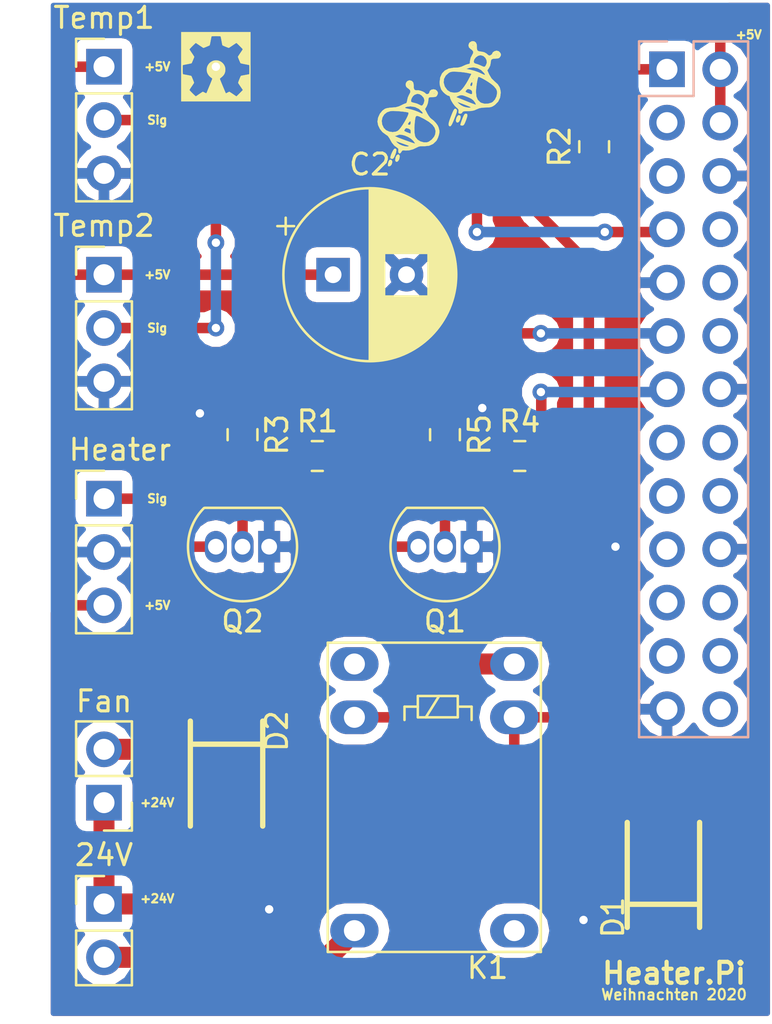
<source format=kicad_pcb>
(kicad_pcb (version 20171130) (host pcbnew "(5.0.2)-1")

  (general
    (thickness 1.6)
    (drawings 11)
    (tracks 101)
    (zones 0)
    (modules 19)
    (nets 30)
  )

  (page A4)
  (layers
    (0 F.Cu signal)
    (31 B.Cu signal)
    (32 B.Adhes user)
    (33 F.Adhes user)
    (34 B.Paste user)
    (35 F.Paste user)
    (36 B.SilkS user)
    (37 F.SilkS user)
    (38 B.Mask user)
    (39 F.Mask user)
    (40 Dwgs.User user)
    (41 Cmts.User user)
    (42 Eco1.User user)
    (43 Eco2.User user)
    (44 Edge.Cuts user)
    (45 Margin user)
    (46 B.CrtYd user)
    (47 F.CrtYd user)
    (48 B.Fab user)
    (49 F.Fab user)
  )

  (setup
    (last_trace_width 0.25)
    (user_trace_width 0.5)
    (user_trace_width 1)
    (trace_clearance 0.2)
    (zone_clearance 0.5)
    (zone_45_only no)
    (trace_min 0.2)
    (segment_width 0.2)
    (edge_width 0.1)
    (via_size 0.8)
    (via_drill 0.4)
    (via_min_size 0.4)
    (via_min_drill 0.3)
    (uvia_size 0.3)
    (uvia_drill 0.1)
    (uvias_allowed no)
    (uvia_min_size 0.2)
    (uvia_min_drill 0.1)
    (pcb_text_width 0.3)
    (pcb_text_size 1.5 1.5)
    (mod_edge_width 0.15)
    (mod_text_size 1 1)
    (mod_text_width 0.15)
    (pad_size 1.5 1.5)
    (pad_drill 0.6)
    (pad_to_mask_clearance 0)
    (solder_mask_min_width 0.25)
    (aux_axis_origin 0 0)
    (visible_elements 7FFFFFFF)
    (pcbplotparams
      (layerselection 0x010fc_ffffffff)
      (usegerberextensions false)
      (usegerberattributes false)
      (usegerberadvancedattributes false)
      (creategerberjobfile false)
      (excludeedgelayer true)
      (linewidth 0.100000)
      (plotframeref false)
      (viasonmask false)
      (mode 1)
      (useauxorigin false)
      (hpglpennumber 1)
      (hpglpenspeed 20)
      (hpglpendiameter 15.000000)
      (psnegative false)
      (psa4output false)
      (plotreference true)
      (plotvalue true)
      (plotinvisibletext false)
      (padsonsilk false)
      (subtractmaskfromsilk false)
      (outputformat 1)
      (mirror false)
      (drillshape 1)
      (scaleselection 1)
      (outputdirectory ""))
  )

  (net 0 "")
  (net 1 GND)
  (net 2 +5V)
  (net 3 "Net-(D2-Pad2)")
  (net 4 +24V)
  (net 5 /24VGND)
  (net 6 /TempData)
  (net 7 /HeaterSignal)
  (net 8 /FanSignal)
  (net 9 "Net-(K1-Pad8)")
  (net 10 "Net-(K1-Pad7)")
  (net 11 "Net-(Q1-Pad2)")
  (net 12 "Net-(240VRelay1-Pad1)")
  (net 13 "Net-(Q2-Pad2)")
  (net 14 +3V3)
  (net 15 "Net-(Raspi1-Pad3)")
  (net 16 "Net-(Raspi1-Pad5)")
  (net 17 "Net-(Raspi1-Pad8)")
  (net 18 "Net-(Raspi1-Pad10)")
  (net 19 "Net-(Raspi1-Pad12)")
  (net 20 "Net-(Raspi1-Pad15)")
  (net 21 "Net-(Raspi1-Pad16)")
  (net 22 "Net-(Raspi1-Pad17)")
  (net 23 "Net-(Raspi1-Pad18)")
  (net 24 "Net-(Raspi1-Pad19)")
  (net 25 "Net-(Raspi1-Pad21)")
  (net 26 "Net-(Raspi1-Pad22)")
  (net 27 "Net-(Raspi1-Pad23)")
  (net 28 "Net-(Raspi1-Pad24)")
  (net 29 "Net-(Raspi1-Pad26)")

  (net_class Default "Dies ist die voreingestellte Netzklasse."
    (clearance 0.2)
    (trace_width 0.25)
    (via_dia 0.8)
    (via_drill 0.4)
    (uvia_dia 0.3)
    (uvia_drill 0.1)
    (add_net +24V)
    (add_net +3V3)
    (add_net +5V)
    (add_net /24VGND)
    (add_net /FanSignal)
    (add_net /HeaterSignal)
    (add_net /TempData)
    (add_net GND)
    (add_net "Net-(240VRelay1-Pad1)")
    (add_net "Net-(D2-Pad2)")
    (add_net "Net-(K1-Pad7)")
    (add_net "Net-(K1-Pad8)")
    (add_net "Net-(Q1-Pad2)")
    (add_net "Net-(Q2-Pad2)")
    (add_net "Net-(Raspi1-Pad10)")
    (add_net "Net-(Raspi1-Pad12)")
    (add_net "Net-(Raspi1-Pad15)")
    (add_net "Net-(Raspi1-Pad16)")
    (add_net "Net-(Raspi1-Pad17)")
    (add_net "Net-(Raspi1-Pad18)")
    (add_net "Net-(Raspi1-Pad19)")
    (add_net "Net-(Raspi1-Pad21)")
    (add_net "Net-(Raspi1-Pad22)")
    (add_net "Net-(Raspi1-Pad23)")
    (add_net "Net-(Raspi1-Pad24)")
    (add_net "Net-(Raspi1-Pad26)")
    (add_net "Net-(Raspi1-Pad3)")
    (add_net "Net-(Raspi1-Pad5)")
    (add_net "Net-(Raspi1-Pad8)")
  )

  (module Connector_PinHeader_2.54mm:PinHeader_1x03_P2.54mm_Vertical (layer F.Cu) (tedit 5FE5328C) (tstamp 5FF9B416)
    (at 250.952 37.846)
    (descr "Through hole straight pin header, 1x03, 2.54mm pitch, single row")
    (tags "Through hole pin header THT 1x03 2.54mm single row")
    (path /5FE243A4)
    (fp_text reference Heater (at 0.762 -2.33) (layer F.SilkS)
      (effects (font (size 1 1) (thickness 0.15)))
    )
    (fp_text value 240VRelais (at 0 7.41) (layer F.Fab)
      (effects (font (size 1 1) (thickness 0.15)))
    )
    (fp_text user %R (at 0 2.54 90) (layer F.Fab)
      (effects (font (size 1 1) (thickness 0.15)))
    )
    (fp_line (start 1.8 -1.8) (end -1.8 -1.8) (layer F.CrtYd) (width 0.05))
    (fp_line (start 1.8 6.85) (end 1.8 -1.8) (layer F.CrtYd) (width 0.05))
    (fp_line (start -1.8 6.85) (end 1.8 6.85) (layer F.CrtYd) (width 0.05))
    (fp_line (start -1.8 -1.8) (end -1.8 6.85) (layer F.CrtYd) (width 0.05))
    (fp_line (start -1.33 -1.33) (end 0 -1.33) (layer F.SilkS) (width 0.12))
    (fp_line (start -1.33 0) (end -1.33 -1.33) (layer F.SilkS) (width 0.12))
    (fp_line (start -1.33 1.27) (end 1.33 1.27) (layer F.SilkS) (width 0.12))
    (fp_line (start 1.33 1.27) (end 1.33 6.41) (layer F.SilkS) (width 0.12))
    (fp_line (start -1.33 1.27) (end -1.33 6.41) (layer F.SilkS) (width 0.12))
    (fp_line (start -1.33 6.41) (end 1.33 6.41) (layer F.SilkS) (width 0.12))
    (fp_line (start -1.27 -0.635) (end -0.635 -1.27) (layer F.Fab) (width 0.1))
    (fp_line (start -1.27 6.35) (end -1.27 -0.635) (layer F.Fab) (width 0.1))
    (fp_line (start 1.27 6.35) (end -1.27 6.35) (layer F.Fab) (width 0.1))
    (fp_line (start 1.27 -1.27) (end 1.27 6.35) (layer F.Fab) (width 0.1))
    (fp_line (start -0.635 -1.27) (end 1.27 -1.27) (layer F.Fab) (width 0.1))
    (pad 3 thru_hole oval (at 0 5.08) (size 1.7 1.7) (drill 1) (layers *.Cu *.Mask)
      (net 2 +5V))
    (pad 2 thru_hole oval (at 0 2.54) (size 1.7 1.7) (drill 1) (layers *.Cu *.Mask)
      (net 1 GND))
    (pad 1 thru_hole rect (at 0 0) (size 1.7 1.7) (drill 1) (layers *.Cu *.Mask)
      (net 12 "Net-(240VRelay1-Pad1)"))
    (model ${KISYS3DMOD}/Connector_PinHeader_2.54mm.3dshapes/PinHeader_1x03_P2.54mm_Vertical.wrl
      (at (xyz 0 0 0))
      (scale (xyz 1 1 1))
      (rotate (xyz 0 0 0))
    )
  )

  (module Connector_PinHeader_2.54mm:PinHeader_1x02_P2.54mm_Vertical (layer F.Cu) (tedit 5FE49F9F) (tstamp 5FF9B42C)
    (at 250.952 57.15)
    (descr "Through hole straight pin header, 1x02, 2.54mm pitch, single row")
    (tags "Through hole pin header THT 1x02 2.54mm single row")
    (path /5FE0D1CC)
    (fp_text reference 24V (at 0 -2.33) (layer F.SilkS)
      (effects (font (size 1 1) (thickness 0.15)))
    )
    (fp_text value 24VPins (at 0 4.87) (layer F.Fab)
      (effects (font (size 1 1) (thickness 0.15)))
    )
    (fp_line (start -0.635 -1.27) (end 1.27 -1.27) (layer F.Fab) (width 0.1))
    (fp_line (start 1.27 -1.27) (end 1.27 3.81) (layer F.Fab) (width 0.1))
    (fp_line (start 1.27 3.81) (end -1.27 3.81) (layer F.Fab) (width 0.1))
    (fp_line (start -1.27 3.81) (end -1.27 -0.635) (layer F.Fab) (width 0.1))
    (fp_line (start -1.27 -0.635) (end -0.635 -1.27) (layer F.Fab) (width 0.1))
    (fp_line (start -1.33 3.87) (end 1.33 3.87) (layer F.SilkS) (width 0.12))
    (fp_line (start -1.33 1.27) (end -1.33 3.87) (layer F.SilkS) (width 0.12))
    (fp_line (start 1.33 1.27) (end 1.33 3.87) (layer F.SilkS) (width 0.12))
    (fp_line (start -1.33 1.27) (end 1.33 1.27) (layer F.SilkS) (width 0.12))
    (fp_line (start -1.33 0) (end -1.33 -1.33) (layer F.SilkS) (width 0.12))
    (fp_line (start -1.33 -1.33) (end 0 -1.33) (layer F.SilkS) (width 0.12))
    (fp_line (start -1.8 -1.8) (end -1.8 4.35) (layer F.CrtYd) (width 0.05))
    (fp_line (start -1.8 4.35) (end 1.8 4.35) (layer F.CrtYd) (width 0.05))
    (fp_line (start 1.8 4.35) (end 1.8 -1.8) (layer F.CrtYd) (width 0.05))
    (fp_line (start 1.8 -1.8) (end -1.8 -1.8) (layer F.CrtYd) (width 0.05))
    (fp_text user %R (at 0 1.27 90) (layer F.Fab)
      (effects (font (size 1 1) (thickness 0.15)))
    )
    (pad 1 thru_hole rect (at 0 0) (size 1.7 1.7) (drill 1) (layers *.Cu *.Mask)
      (net 4 +24V))
    (pad 2 thru_hole oval (at 0 2.54) (size 1.7 1.7) (drill 1) (layers *.Cu *.Mask)
      (net 5 /24VGND))
    (model ${KISYS3DMOD}/Connector_PinHeader_2.54mm.3dshapes/PinHeader_1x02_P2.54mm_Vertical.wrl
      (at (xyz 0 0 0))
      (scale (xyz 1 1 1))
      (rotate (xyz 0 0 0))
    )
  )

  (module Customs:DO-213AB (layer F.Cu) (tedit 58AA841A) (tstamp 5FF9B4E9)
    (at 277.622 55.7657 90)
    (path /5FE0CEFC)
    (fp_text reference D1 (at -2.025219 -2.401276 90) (layer F.SilkS)
      (effects (font (size 1 1) (thickness 0.15)))
    )
    (fp_text value 1N4001 (at -1.139391 4.350724 90) (layer F.Fab)
      (effects (font (size 1 1) (thickness 0.15)))
    )
    (fp_line (start -2.5 1.3) (end -2.5 -1.3) (layer F.Fab) (width 0.1))
    (fp_line (start -2.5 1.3) (end 2.5 1.3) (layer F.Fab) (width 0.1))
    (fp_line (start 2.5 1.3) (end 2.5 -1.3) (layer F.Fab) (width 0.1))
    (fp_line (start -2.5 -1.3) (end 2.5 -1.3) (layer F.Fab) (width 0.1))
    (fp_line (start -3.4 0.5) (end -3.4 -0.5) (layer F.Fab) (width 0.2032))
    (fp_line (start 3.8503 0.5) (end 3.8503 -0.5) (layer F.Fab) (width 0.2032))
    (fp_line (start 3.3503 0) (end 4.3503 0) (layer F.Fab) (width 0.2032))
    (fp_line (start -1.4 1.725) (end -1.4 -1.7) (layer F.SilkS) (width 0.254))
    (fp_line (start -2.5 1.725) (end 2.5 1.725) (layer F.SilkS) (width 0.254))
    (fp_line (start -2.5 -1.725) (end 2.5 -1.725) (layer F.SilkS) (width 0.254))
    (fp_line (start -3.45 -1.775) (end 4.4003 -1.775) (layer F.CrtYd) (width 0.05))
    (fp_line (start 4.4003 -1.775) (end 4.4003 1.775) (layer F.CrtYd) (width 0.05))
    (fp_line (start 4.4003 1.775) (end -3.45 1.775) (layer F.CrtYd) (width 0.05))
    (fp_line (start -3.45 1.775) (end -3.45 -1.775) (layer F.CrtYd) (width 0.05))
    (pad 1 smd rect (at 2.4003 0 90) (size 1.3 2.8) (layers F.Cu F.Paste F.Mask)
      (net 2 +5V))
    (pad 2 smd rect (at -2.4003 0 90) (size 1.3 2.8) (layers F.Cu F.Paste F.Mask)
      (net 1 GND))
  )

  (module Customs:DO-213AB (layer F.Cu) (tedit 58AA841A) (tstamp 5FF9B4FD)
    (at 256.794 50.9397 270)
    (path /5FE0CF54)
    (fp_text reference D2 (at -2.025219 -2.401276 270) (layer F.SilkS)
      (effects (font (size 1 1) (thickness 0.15)))
    )
    (fp_text value 1N4001 (at -1.139391 4.350724 270) (layer F.Fab)
      (effects (font (size 1 1) (thickness 0.15)))
    )
    (fp_line (start -3.45 1.775) (end -3.45 -1.775) (layer F.CrtYd) (width 0.05))
    (fp_line (start 4.4003 1.775) (end -3.45 1.775) (layer F.CrtYd) (width 0.05))
    (fp_line (start 4.4003 -1.775) (end 4.4003 1.775) (layer F.CrtYd) (width 0.05))
    (fp_line (start -3.45 -1.775) (end 4.4003 -1.775) (layer F.CrtYd) (width 0.05))
    (fp_line (start -2.5 -1.725) (end 2.5 -1.725) (layer F.SilkS) (width 0.254))
    (fp_line (start -2.5 1.725) (end 2.5 1.725) (layer F.SilkS) (width 0.254))
    (fp_line (start -1.4 1.725) (end -1.4 -1.7) (layer F.SilkS) (width 0.254))
    (fp_line (start 3.3503 0) (end 4.3503 0) (layer F.Fab) (width 0.2032))
    (fp_line (start 3.8503 0.5) (end 3.8503 -0.5) (layer F.Fab) (width 0.2032))
    (fp_line (start -3.4 0.5) (end -3.4 -0.5) (layer F.Fab) (width 0.2032))
    (fp_line (start -2.5 -1.3) (end 2.5 -1.3) (layer F.Fab) (width 0.1))
    (fp_line (start 2.5 1.3) (end 2.5 -1.3) (layer F.Fab) (width 0.1))
    (fp_line (start -2.5 1.3) (end 2.5 1.3) (layer F.Fab) (width 0.1))
    (fp_line (start -2.5 1.3) (end -2.5 -1.3) (layer F.Fab) (width 0.1))
    (pad 2 smd rect (at -2.4003 0 270) (size 1.3 2.8) (layers F.Cu F.Paste F.Mask)
      (net 3 "Net-(D2-Pad2)"))
    (pad 1 smd rect (at 2.4003 0 270) (size 1.3 2.8) (layers F.Cu F.Paste F.Mask)
      (net 4 +24V))
  )

  (module Connector_PinHeader_2.54mm:PinHeader_1x02_P2.54mm_Vertical (layer F.Cu) (tedit 5FE49F96) (tstamp 5FF9B513)
    (at 250.952 52.324 180)
    (descr "Through hole straight pin header, 1x02, 2.54mm pitch, single row")
    (tags "Through hole pin header THT 1x02 2.54mm single row")
    (path /5FE0CCC8)
    (fp_text reference Fan (at 0 4.826 180) (layer F.SilkS)
      (effects (font (size 1 1) (thickness 0.15)))
    )
    (fp_text value Fan (at 0 4.87 180) (layer F.Fab)
      (effects (font (size 1 1) (thickness 0.15)))
    )
    (fp_text user %R (at 0 1.27 270) (layer F.Fab)
      (effects (font (size 1 1) (thickness 0.15)))
    )
    (fp_line (start 1.8 -1.8) (end -1.8 -1.8) (layer F.CrtYd) (width 0.05))
    (fp_line (start 1.8 4.35) (end 1.8 -1.8) (layer F.CrtYd) (width 0.05))
    (fp_line (start -1.8 4.35) (end 1.8 4.35) (layer F.CrtYd) (width 0.05))
    (fp_line (start -1.8 -1.8) (end -1.8 4.35) (layer F.CrtYd) (width 0.05))
    (fp_line (start -1.33 -1.33) (end 0 -1.33) (layer F.SilkS) (width 0.12))
    (fp_line (start -1.33 0) (end -1.33 -1.33) (layer F.SilkS) (width 0.12))
    (fp_line (start -1.33 1.27) (end 1.33 1.27) (layer F.SilkS) (width 0.12))
    (fp_line (start 1.33 1.27) (end 1.33 3.87) (layer F.SilkS) (width 0.12))
    (fp_line (start -1.33 1.27) (end -1.33 3.87) (layer F.SilkS) (width 0.12))
    (fp_line (start -1.33 3.87) (end 1.33 3.87) (layer F.SilkS) (width 0.12))
    (fp_line (start -1.27 -0.635) (end -0.635 -1.27) (layer F.Fab) (width 0.1))
    (fp_line (start -1.27 3.81) (end -1.27 -0.635) (layer F.Fab) (width 0.1))
    (fp_line (start 1.27 3.81) (end -1.27 3.81) (layer F.Fab) (width 0.1))
    (fp_line (start 1.27 -1.27) (end 1.27 3.81) (layer F.Fab) (width 0.1))
    (fp_line (start -0.635 -1.27) (end 1.27 -1.27) (layer F.Fab) (width 0.1))
    (pad 2 thru_hole oval (at 0 2.54 180) (size 1.7 1.7) (drill 1) (layers *.Cu *.Mask)
      (net 3 "Net-(D2-Pad2)"))
    (pad 1 thru_hole rect (at 0 0 180) (size 1.7 1.7) (drill 1) (layers *.Cu *.Mask)
      (net 4 +24V))
    (model ${KISYS3DMOD}/Connector_PinHeader_2.54mm.3dshapes/PinHeader_1x02_P2.54mm_Vertical.wrl
      (at (xyz 0 0 0))
      (scale (xyz 1 1 1))
      (rotate (xyz 0 0 0))
    )
  )

  (module Relay_THT:Relay_SPDT_HJR-4102 (layer F.Cu) (tedit 58FA2D90) (tstamp 5FF9B533)
    (at 270.51 58.42 180)
    (descr "IM Signal Relay SPDT HJR-4102")
    (tags "Relay SPDT IM-relay HJR-4102")
    (path /5FE0D01C)
    (fp_text reference K1 (at 1.27 -1.778 180) (layer F.SilkS)
      (effects (font (size 1 1) (thickness 0.15)))
    )
    (fp_text value TIANBO-HJR-4102-L (at 4.064 14.732 180) (layer F.Fab)
      (effects (font (size 1 1) (thickness 0.15)))
    )
    (fp_text user %R (at 3.81 6.35 180) (layer F.Fab)
      (effects (font (size 1 1) (thickness 0.15)))
    )
    (fp_line (start 8.89 -1.016) (end 8.89 13.716) (layer F.SilkS) (width 0.12))
    (fp_line (start 8.89 13.716) (end -1.27 13.716) (layer F.SilkS) (width 0.12))
    (fp_line (start -1.27 13.716) (end -1.27 -1.016) (layer F.SilkS) (width 0.12))
    (fp_line (start -1.5 -1.25) (end 9.15 -1.25) (layer F.CrtYd) (width 0.05))
    (fp_line (start 9.15 -1.25) (end 9.15 13.85) (layer F.CrtYd) (width 0.05))
    (fp_line (start 9.15 13.95) (end -1.5 13.95) (layer F.CrtYd) (width 0.05))
    (fp_line (start -1.5 13.85) (end -1.5 -1.25) (layer F.CrtYd) (width 0.05))
    (fp_line (start -1.27 -1.016) (end 8.89 -1.016) (layer F.SilkS) (width 0.12))
    (fp_line (start -1.016 -0.762) (end 8.636 -0.762) (layer F.Fab) (width 0.1))
    (fp_line (start 8.636 -0.762) (end 8.636 13.462) (layer F.Fab) (width 0.1))
    (fp_line (start 8.636 13.462) (end -1.016 13.462) (layer F.Fab) (width 0.1))
    (fp_line (start -1.016 13.462) (end -1.016 -0.762) (layer F.Fab) (width 0.1))
    (fp_line (start 4.216 10.16) (end 3.581 11.176) (layer F.SilkS) (width 0.12))
    (fp_line (start 2.032 10.033) (end 2.032 10.668) (layer F.SilkS) (width 0.12))
    (fp_line (start 2.032 10.668) (end 2.692 10.668) (layer F.SilkS) (width 0.12))
    (fp_line (start 5.232 10.033) (end 5.232 10.668) (layer F.SilkS) (width 0.12))
    (fp_line (start 5.232 10.668) (end 4.597 10.668) (layer F.SilkS) (width 0.12))
    (fp_line (start 4.597 10.16) (end 2.692 10.16) (layer F.SilkS) (width 0.12))
    (fp_line (start 2.692 10.16) (end 2.692 11.176) (layer F.SilkS) (width 0.12))
    (fp_line (start 2.692 11.176) (end 4.597 11.176) (layer F.SilkS) (width 0.12))
    (fp_line (start 4.597 10.16) (end 4.597 11.176) (layer F.SilkS) (width 0.12))
    (pad 12 thru_hole oval (at 7.62 0 180) (size 2.3 1.6) (drill 1) (layers *.Cu *.Mask)
      (net 5 /24VGND))
    (pad 8 thru_hole oval (at 7.62 10.16 180) (size 2.3 1.6) (drill 1) (layers *.Cu *.Mask)
      (net 9 "Net-(K1-Pad8)"))
    (pad 1 thru_hole oval (at 0 0 180) (size 2.3 1.6) (drill 1) (layers *.Cu *.Mask))
    (pad 5 thru_hole oval (at 0 10.16 180) (size 2.3 1.6) (drill 1) (layers *.Cu *.Mask)
      (net 2 +5V))
    (pad 7 thru_hole oval (at 7.62 12.7 180) (size 2.3 1.6) (drill 1) (layers *.Cu *.Mask)
      (net 10 "Net-(K1-Pad7)"))
    (pad 6 thru_hole oval (at 0 12.7 180) (size 2.3 1.6) (drill 1) (layers *.Cu *.Mask)
      (net 3 "Net-(D2-Pad2)"))
    (model ${KISYS3DMOD}/Relay_THT.3dshapes/Relay_SPDT_HJR-4102.wrl
      (at (xyz 0 0 0))
      (scale (xyz 1 1 1))
      (rotate (xyz 0 0 0))
    )
  )

  (module Package_TO_SOT_THT:TO-92_Inline (layer F.Cu) (tedit 5A1DD157) (tstamp 5FF9B545)
    (at 268.478 40.132 180)
    (descr "TO-92 leads in-line, narrow, oval pads, drill 0.75mm (see NXP sot054_po.pdf)")
    (tags "to-92 sc-43 sc-43a sot54 PA33 transistor")
    (path /5FE0CB10)
    (fp_text reference Q1 (at 1.27 -3.56 180) (layer F.SilkS)
      (effects (font (size 1 1) (thickness 0.15)))
    )
    (fp_text value 2N2219 (at 1.27 2.79 180) (layer F.Fab)
      (effects (font (size 1 1) (thickness 0.15)))
    )
    (fp_arc (start 1.27 0) (end 1.27 -2.6) (angle 135) (layer F.SilkS) (width 0.12))
    (fp_arc (start 1.27 0) (end 1.27 -2.48) (angle -135) (layer F.Fab) (width 0.1))
    (fp_arc (start 1.27 0) (end 1.27 -2.6) (angle -135) (layer F.SilkS) (width 0.12))
    (fp_arc (start 1.27 0) (end 1.27 -2.48) (angle 135) (layer F.Fab) (width 0.1))
    (fp_line (start 4 2.01) (end -1.46 2.01) (layer F.CrtYd) (width 0.05))
    (fp_line (start 4 2.01) (end 4 -2.73) (layer F.CrtYd) (width 0.05))
    (fp_line (start -1.46 -2.73) (end -1.46 2.01) (layer F.CrtYd) (width 0.05))
    (fp_line (start -1.46 -2.73) (end 4 -2.73) (layer F.CrtYd) (width 0.05))
    (fp_line (start -0.5 1.75) (end 3 1.75) (layer F.Fab) (width 0.1))
    (fp_line (start -0.53 1.85) (end 3.07 1.85) (layer F.SilkS) (width 0.12))
    (fp_text user %R (at 1.27 -3.56 180) (layer F.Fab)
      (effects (font (size 1 1) (thickness 0.15)))
    )
    (pad 1 thru_hole rect (at 0 0 180) (size 1.05 1.5) (drill 0.75) (layers *.Cu *.Mask)
      (net 1 GND))
    (pad 3 thru_hole oval (at 2.54 0 180) (size 1.05 1.5) (drill 0.75) (layers *.Cu *.Mask)
      (net 9 "Net-(K1-Pad8)"))
    (pad 2 thru_hole oval (at 1.27 0 180) (size 1.05 1.5) (drill 0.75) (layers *.Cu *.Mask)
      (net 11 "Net-(Q1-Pad2)"))
    (model ${KISYS3DMOD}/Package_TO_SOT_THT.3dshapes/TO-92_Inline.wrl
      (at (xyz 0 0 0))
      (scale (xyz 1 1 1))
      (rotate (xyz 0 0 0))
    )
  )

  (module Package_TO_SOT_THT:TO-92_Inline (layer F.Cu) (tedit 5A1DD157) (tstamp 5FF9B557)
    (at 258.826 40.132 180)
    (descr "TO-92 leads in-line, narrow, oval pads, drill 0.75mm (see NXP sot054_po.pdf)")
    (tags "to-92 sc-43 sc-43a sot54 PA33 transistor")
    (path /5FE4CD48)
    (fp_text reference Q2 (at 1.27 -3.56 180) (layer F.SilkS)
      (effects (font (size 1 1) (thickness 0.15)))
    )
    (fp_text value 2N2219 (at 1.27 2.79 180) (layer F.Fab)
      (effects (font (size 1 1) (thickness 0.15)))
    )
    (fp_text user %R (at 1.27 -3.56 180) (layer F.Fab)
      (effects (font (size 1 1) (thickness 0.15)))
    )
    (fp_line (start -0.53 1.85) (end 3.07 1.85) (layer F.SilkS) (width 0.12))
    (fp_line (start -0.5 1.75) (end 3 1.75) (layer F.Fab) (width 0.1))
    (fp_line (start -1.46 -2.73) (end 4 -2.73) (layer F.CrtYd) (width 0.05))
    (fp_line (start -1.46 -2.73) (end -1.46 2.01) (layer F.CrtYd) (width 0.05))
    (fp_line (start 4 2.01) (end 4 -2.73) (layer F.CrtYd) (width 0.05))
    (fp_line (start 4 2.01) (end -1.46 2.01) (layer F.CrtYd) (width 0.05))
    (fp_arc (start 1.27 0) (end 1.27 -2.48) (angle 135) (layer F.Fab) (width 0.1))
    (fp_arc (start 1.27 0) (end 1.27 -2.6) (angle -135) (layer F.SilkS) (width 0.12))
    (fp_arc (start 1.27 0) (end 1.27 -2.48) (angle -135) (layer F.Fab) (width 0.1))
    (fp_arc (start 1.27 0) (end 1.27 -2.6) (angle 135) (layer F.SilkS) (width 0.12))
    (pad 2 thru_hole oval (at 1.27 0 180) (size 1.05 1.5) (drill 0.75) (layers *.Cu *.Mask)
      (net 13 "Net-(Q2-Pad2)"))
    (pad 3 thru_hole oval (at 2.54 0 180) (size 1.05 1.5) (drill 0.75) (layers *.Cu *.Mask)
      (net 12 "Net-(240VRelay1-Pad1)"))
    (pad 1 thru_hole rect (at 0 0 180) (size 1.05 1.5) (drill 0.75) (layers *.Cu *.Mask)
      (net 1 GND))
    (model ${KISYS3DMOD}/Package_TO_SOT_THT.3dshapes/TO-92_Inline.wrl
      (at (xyz 0 0 0))
      (scale (xyz 1 1 1))
      (rotate (xyz 0 0 0))
    )
  )

  (module Resistor_SMD:R_0805_2012Metric_Pad1.15x1.40mm_HandSolder (layer F.Cu) (tedit 5B36C52B) (tstamp 5FF9B568)
    (at 261.121 35.814)
    (descr "Resistor SMD 0805 (2012 Metric), square (rectangular) end terminal, IPC_7351 nominal with elongated pad for handsoldering. (Body size source: https://docs.google.com/spreadsheets/d/1BsfQQcO9C6DZCsRaXUlFlo91Tg2WpOkGARC1WS5S8t0/edit?usp=sharing), generated with kicad-footprint-generator")
    (tags "resistor handsolder")
    (path /5FE2DB64)
    (attr smd)
    (fp_text reference R1 (at 0 -1.65) (layer F.SilkS)
      (effects (font (size 1 1) (thickness 0.15)))
    )
    (fp_text value 470 (at 0 1.65) (layer F.Fab)
      (effects (font (size 1 1) (thickness 0.15)))
    )
    (fp_text user %R (at 0 0) (layer F.Fab)
      (effects (font (size 0.5 0.5) (thickness 0.08)))
    )
    (fp_line (start 1.85 0.95) (end -1.85 0.95) (layer F.CrtYd) (width 0.05))
    (fp_line (start 1.85 -0.95) (end 1.85 0.95) (layer F.CrtYd) (width 0.05))
    (fp_line (start -1.85 -0.95) (end 1.85 -0.95) (layer F.CrtYd) (width 0.05))
    (fp_line (start -1.85 0.95) (end -1.85 -0.95) (layer F.CrtYd) (width 0.05))
    (fp_line (start -0.261252 0.71) (end 0.261252 0.71) (layer F.SilkS) (width 0.12))
    (fp_line (start -0.261252 -0.71) (end 0.261252 -0.71) (layer F.SilkS) (width 0.12))
    (fp_line (start 1 0.6) (end -1 0.6) (layer F.Fab) (width 0.1))
    (fp_line (start 1 -0.6) (end 1 0.6) (layer F.Fab) (width 0.1))
    (fp_line (start -1 -0.6) (end 1 -0.6) (layer F.Fab) (width 0.1))
    (fp_line (start -1 0.6) (end -1 -0.6) (layer F.Fab) (width 0.1))
    (pad 2 smd roundrect (at 1.025 0) (size 1.15 1.4) (layers F.Cu F.Paste F.Mask) (roundrect_rratio 0.217391)
      (net 7 /HeaterSignal))
    (pad 1 smd roundrect (at -1.025 0) (size 1.15 1.4) (layers F.Cu F.Paste F.Mask) (roundrect_rratio 0.217391)
      (net 13 "Net-(Q2-Pad2)"))
    (model ${KISYS3DMOD}/Resistor_SMD.3dshapes/R_0805_2012Metric.wrl
      (at (xyz 0 0 0))
      (scale (xyz 1 1 1))
      (rotate (xyz 0 0 0))
    )
  )

  (module Resistor_SMD:R_0805_2012Metric_Pad1.15x1.40mm_HandSolder (layer F.Cu) (tedit 5B36C52B) (tstamp 5FF9B579)
    (at 274.32 21.082 90)
    (descr "Resistor SMD 0805 (2012 Metric), square (rectangular) end terminal, IPC_7351 nominal with elongated pad for handsoldering. (Body size source: https://docs.google.com/spreadsheets/d/1BsfQQcO9C6DZCsRaXUlFlo91Tg2WpOkGARC1WS5S8t0/edit?usp=sharing), generated with kicad-footprint-generator")
    (tags "resistor handsolder")
    (path /5FE27F1C)
    (attr smd)
    (fp_text reference R2 (at 0 -1.65 90) (layer F.SilkS)
      (effects (font (size 1 1) (thickness 0.15)))
    )
    (fp_text value 4.7K (at 0 1.65 90) (layer F.Fab)
      (effects (font (size 1 1) (thickness 0.15)))
    )
    (fp_line (start -1 0.6) (end -1 -0.6) (layer F.Fab) (width 0.1))
    (fp_line (start -1 -0.6) (end 1 -0.6) (layer F.Fab) (width 0.1))
    (fp_line (start 1 -0.6) (end 1 0.6) (layer F.Fab) (width 0.1))
    (fp_line (start 1 0.6) (end -1 0.6) (layer F.Fab) (width 0.1))
    (fp_line (start -0.261252 -0.71) (end 0.261252 -0.71) (layer F.SilkS) (width 0.12))
    (fp_line (start -0.261252 0.71) (end 0.261252 0.71) (layer F.SilkS) (width 0.12))
    (fp_line (start -1.85 0.95) (end -1.85 -0.95) (layer F.CrtYd) (width 0.05))
    (fp_line (start -1.85 -0.95) (end 1.85 -0.95) (layer F.CrtYd) (width 0.05))
    (fp_line (start 1.85 -0.95) (end 1.85 0.95) (layer F.CrtYd) (width 0.05))
    (fp_line (start 1.85 0.95) (end -1.85 0.95) (layer F.CrtYd) (width 0.05))
    (fp_text user %R (at 0 0 90) (layer F.Fab)
      (effects (font (size 0.5 0.5) (thickness 0.08)))
    )
    (pad 1 smd roundrect (at -1.025 0 90) (size 1.15 1.4) (layers F.Cu F.Paste F.Mask) (roundrect_rratio 0.217391)
      (net 6 /TempData))
    (pad 2 smd roundrect (at 1.025 0 90) (size 1.15 1.4) (layers F.Cu F.Paste F.Mask) (roundrect_rratio 0.217391)
      (net 14 +3V3))
    (model ${KISYS3DMOD}/Resistor_SMD.3dshapes/R_0805_2012Metric.wrl
      (at (xyz 0 0 0))
      (scale (xyz 1 1 1))
      (rotate (xyz 0 0 0))
    )
  )

  (module Resistor_SMD:R_0805_2012Metric_Pad1.15x1.40mm_HandSolder (layer F.Cu) (tedit 5B36C52B) (tstamp 5FF9B58A)
    (at 257.556 34.798 270)
    (descr "Resistor SMD 0805 (2012 Metric), square (rectangular) end terminal, IPC_7351 nominal with elongated pad for handsoldering. (Body size source: https://docs.google.com/spreadsheets/d/1BsfQQcO9C6DZCsRaXUlFlo91Tg2WpOkGARC1WS5S8t0/edit?usp=sharing), generated with kicad-footprint-generator")
    (tags "resistor handsolder")
    (path /5FE2DBEA)
    (attr smd)
    (fp_text reference R3 (at 0 -1.65 270) (layer F.SilkS)
      (effects (font (size 1 1) (thickness 0.15)))
    )
    (fp_text value 4.7K (at 0 1.65 270) (layer F.Fab)
      (effects (font (size 1 1) (thickness 0.15)))
    )
    (fp_line (start -1 0.6) (end -1 -0.6) (layer F.Fab) (width 0.1))
    (fp_line (start -1 -0.6) (end 1 -0.6) (layer F.Fab) (width 0.1))
    (fp_line (start 1 -0.6) (end 1 0.6) (layer F.Fab) (width 0.1))
    (fp_line (start 1 0.6) (end -1 0.6) (layer F.Fab) (width 0.1))
    (fp_line (start -0.261252 -0.71) (end 0.261252 -0.71) (layer F.SilkS) (width 0.12))
    (fp_line (start -0.261252 0.71) (end 0.261252 0.71) (layer F.SilkS) (width 0.12))
    (fp_line (start -1.85 0.95) (end -1.85 -0.95) (layer F.CrtYd) (width 0.05))
    (fp_line (start -1.85 -0.95) (end 1.85 -0.95) (layer F.CrtYd) (width 0.05))
    (fp_line (start 1.85 -0.95) (end 1.85 0.95) (layer F.CrtYd) (width 0.05))
    (fp_line (start 1.85 0.95) (end -1.85 0.95) (layer F.CrtYd) (width 0.05))
    (fp_text user %R (at 0 0 270) (layer F.Fab)
      (effects (font (size 0.5 0.5) (thickness 0.08)))
    )
    (pad 1 smd roundrect (at -1.025 0 270) (size 1.15 1.4) (layers F.Cu F.Paste F.Mask) (roundrect_rratio 0.217391)
      (net 1 GND))
    (pad 2 smd roundrect (at 1.025 0 270) (size 1.15 1.4) (layers F.Cu F.Paste F.Mask) (roundrect_rratio 0.217391)
      (net 13 "Net-(Q2-Pad2)"))
    (model ${KISYS3DMOD}/Resistor_SMD.3dshapes/R_0805_2012Metric.wrl
      (at (xyz 0 0 0))
      (scale (xyz 1 1 1))
      (rotate (xyz 0 0 0))
    )
  )

  (module Resistor_SMD:R_0805_2012Metric_Pad1.15x1.40mm_HandSolder (layer F.Cu) (tedit 5B36C52B) (tstamp 5FF9B59B)
    (at 270.773 35.814)
    (descr "Resistor SMD 0805 (2012 Metric), square (rectangular) end terminal, IPC_7351 nominal with elongated pad for handsoldering. (Body size source: https://docs.google.com/spreadsheets/d/1BsfQQcO9C6DZCsRaXUlFlo91Tg2WpOkGARC1WS5S8t0/edit?usp=sharing), generated with kicad-footprint-generator")
    (tags "resistor handsolder")
    (path /5FE13B30)
    (attr smd)
    (fp_text reference R4 (at 0 -1.65) (layer F.SilkS)
      (effects (font (size 1 1) (thickness 0.15)))
    )
    (fp_text value 470 (at 0 1.65) (layer F.Fab)
      (effects (font (size 1 1) (thickness 0.15)))
    )
    (fp_line (start -1 0.6) (end -1 -0.6) (layer F.Fab) (width 0.1))
    (fp_line (start -1 -0.6) (end 1 -0.6) (layer F.Fab) (width 0.1))
    (fp_line (start 1 -0.6) (end 1 0.6) (layer F.Fab) (width 0.1))
    (fp_line (start 1 0.6) (end -1 0.6) (layer F.Fab) (width 0.1))
    (fp_line (start -0.261252 -0.71) (end 0.261252 -0.71) (layer F.SilkS) (width 0.12))
    (fp_line (start -0.261252 0.71) (end 0.261252 0.71) (layer F.SilkS) (width 0.12))
    (fp_line (start -1.85 0.95) (end -1.85 -0.95) (layer F.CrtYd) (width 0.05))
    (fp_line (start -1.85 -0.95) (end 1.85 -0.95) (layer F.CrtYd) (width 0.05))
    (fp_line (start 1.85 -0.95) (end 1.85 0.95) (layer F.CrtYd) (width 0.05))
    (fp_line (start 1.85 0.95) (end -1.85 0.95) (layer F.CrtYd) (width 0.05))
    (fp_text user %R (at 0 0) (layer F.Fab)
      (effects (font (size 0.5 0.5) (thickness 0.08)))
    )
    (pad 1 smd roundrect (at -1.025 0) (size 1.15 1.4) (layers F.Cu F.Paste F.Mask) (roundrect_rratio 0.217391)
      (net 11 "Net-(Q1-Pad2)"))
    (pad 2 smd roundrect (at 1.025 0) (size 1.15 1.4) (layers F.Cu F.Paste F.Mask) (roundrect_rratio 0.217391)
      (net 8 /FanSignal))
    (model ${KISYS3DMOD}/Resistor_SMD.3dshapes/R_0805_2012Metric.wrl
      (at (xyz 0 0 0))
      (scale (xyz 1 1 1))
      (rotate (xyz 0 0 0))
    )
  )

  (module Resistor_SMD:R_0805_2012Metric_Pad1.15x1.40mm_HandSolder (layer F.Cu) (tedit 5B36C52B) (tstamp 5FF9B5AC)
    (at 267.208 34.798 270)
    (descr "Resistor SMD 0805 (2012 Metric), square (rectangular) end terminal, IPC_7351 nominal with elongated pad for handsoldering. (Body size source: https://docs.google.com/spreadsheets/d/1BsfQQcO9C6DZCsRaXUlFlo91Tg2WpOkGARC1WS5S8t0/edit?usp=sharing), generated with kicad-footprint-generator")
    (tags "resistor handsolder")
    (path /5FE13CBC)
    (attr smd)
    (fp_text reference R5 (at 0 -1.65 270) (layer F.SilkS)
      (effects (font (size 1 1) (thickness 0.15)))
    )
    (fp_text value 4,7K (at 0 1.65 270) (layer F.Fab)
      (effects (font (size 1 1) (thickness 0.15)))
    )
    (fp_text user %R (at 0 0 270) (layer F.Fab)
      (effects (font (size 0.5 0.5) (thickness 0.08)))
    )
    (fp_line (start 1.85 0.95) (end -1.85 0.95) (layer F.CrtYd) (width 0.05))
    (fp_line (start 1.85 -0.95) (end 1.85 0.95) (layer F.CrtYd) (width 0.05))
    (fp_line (start -1.85 -0.95) (end 1.85 -0.95) (layer F.CrtYd) (width 0.05))
    (fp_line (start -1.85 0.95) (end -1.85 -0.95) (layer F.CrtYd) (width 0.05))
    (fp_line (start -0.261252 0.71) (end 0.261252 0.71) (layer F.SilkS) (width 0.12))
    (fp_line (start -0.261252 -0.71) (end 0.261252 -0.71) (layer F.SilkS) (width 0.12))
    (fp_line (start 1 0.6) (end -1 0.6) (layer F.Fab) (width 0.1))
    (fp_line (start 1 -0.6) (end 1 0.6) (layer F.Fab) (width 0.1))
    (fp_line (start -1 -0.6) (end 1 -0.6) (layer F.Fab) (width 0.1))
    (fp_line (start -1 0.6) (end -1 -0.6) (layer F.Fab) (width 0.1))
    (pad 2 smd roundrect (at 1.025 0 270) (size 1.15 1.4) (layers F.Cu F.Paste F.Mask) (roundrect_rratio 0.217391)
      (net 11 "Net-(Q1-Pad2)"))
    (pad 1 smd roundrect (at -1.025 0 270) (size 1.15 1.4) (layers F.Cu F.Paste F.Mask) (roundrect_rratio 0.217391)
      (net 1 GND))
    (model ${KISYS3DMOD}/Resistor_SMD.3dshapes/R_0805_2012Metric.wrl
      (at (xyz 0 0 0))
      (scale (xyz 1 1 1))
      (rotate (xyz 0 0 0))
    )
  )

  (module Customs:PinHeader_2x13_P2.54mm_Vertical_Mirrored (layer B.Cu) (tedit 5FE534AB) (tstamp 5FF9B5DC)
    (at 280.67 21.59 180)
    (descr "Through hole straight pin header, 2x13, 2.54mm pitch, double rows")
    (tags "Through hole pin header THT 2x13 2.54mm double row")
    (path /5FE0C754)
    (fp_text reference "" (at 5.842 6.604 180) (layer F.SilkS)
      (effects (font (size 1 1) (thickness 0.15)))
    )
    (fp_text value RaspPi (at 1.608884 -28.615295 180) (layer B.Fab)
      (effects (font (size 1 1) (thickness 0.15)) (justify mirror))
    )
    (fp_line (start 2.878884 5.464705) (end -0.931116 5.464705) (layer B.Fab) (width 0.1))
    (fp_line (start -0.931116 5.464705) (end -0.931116 -27.555295) (layer B.Fab) (width 0.1))
    (fp_line (start -0.931116 -27.555295) (end 4.148884 -27.555295) (layer B.Fab) (width 0.1))
    (fp_line (start 4.148884 -27.555295) (end 4.148884 4.194705) (layer B.Fab) (width 0.1))
    (fp_line (start 4.148884 4.194705) (end 2.878884 5.464705) (layer B.Fab) (width 0.1))
    (fp_line (start 4.208884 -27.615295) (end -0.991116 -27.615295) (layer B.SilkS) (width 0.12))
    (fp_line (start 4.208884 2.924705) (end 4.208884 -27.615295) (layer B.SilkS) (width 0.12))
    (fp_line (start -0.991116 5.524705) (end -0.991116 -27.615295) (layer B.SilkS) (width 0.12))
    (fp_line (start 4.208884 2.924705) (end 1.608884 2.924705) (layer B.SilkS) (width 0.12))
    (fp_line (start 1.608884 2.924705) (end 1.608884 5.524705) (layer B.SilkS) (width 0.12))
    (fp_line (start 1.608884 5.524705) (end -0.991116 5.524705) (layer B.SilkS) (width 0.12))
    (fp_line (start 4.208884 4.194705) (end 4.208884 5.524705) (layer B.SilkS) (width 0.12))
    (fp_line (start 4.208884 5.524705) (end 2.878884 5.524705) (layer B.SilkS) (width 0.12))
    (fp_line (start 4.678884 5.994705) (end 4.678884 -28.055295) (layer B.CrtYd) (width 0.05))
    (fp_line (start 4.678884 -28.055295) (end -1.471116 -28.055295) (layer B.CrtYd) (width 0.05))
    (fp_line (start -1.471116 -28.055295) (end -1.471116 5.994705) (layer B.CrtYd) (width 0.05))
    (fp_line (start -1.471116 5.994705) (end 4.678884 5.994705) (layer B.CrtYd) (width 0.05))
    (fp_text user %R (at 1.608884 -11.045295 90) (layer B.Fab)
      (effects (font (size 1 1) (thickness 0.15)) (justify mirror))
    )
    (pad 1 thru_hole rect (at 2.878884 4.194705 180) (size 1.7 1.7) (drill 1) (layers *.Cu *.Mask)
      (net 14 +3V3))
    (pad 2 thru_hole oval (at 0.338884 4.194705 180) (size 1.7 1.7) (drill 1) (layers *.Cu *.Mask)
      (net 2 +5V))
    (pad 3 thru_hole oval (at 2.878884 1.654705 180) (size 1.7 1.7) (drill 1) (layers *.Cu *.Mask)
      (net 15 "Net-(Raspi1-Pad3)"))
    (pad 4 thru_hole oval (at 0.338884 1.654705 180) (size 1.7 1.7) (drill 1) (layers *.Cu *.Mask)
      (net 2 +5V))
    (pad 5 thru_hole oval (at 2.878884 -0.885295 180) (size 1.7 1.7) (drill 1) (layers *.Cu *.Mask)
      (net 16 "Net-(Raspi1-Pad5)"))
    (pad 6 thru_hole oval (at 0.338884 -0.885295 180) (size 1.7 1.7) (drill 1) (layers *.Cu *.Mask)
      (net 1 GND))
    (pad 7 thru_hole oval (at 2.878884 -3.425295 180) (size 1.7 1.7) (drill 1) (layers *.Cu *.Mask)
      (net 6 /TempData))
    (pad 8 thru_hole oval (at 0.338884 -3.425295 180) (size 1.7 1.7) (drill 1) (layers *.Cu *.Mask)
      (net 17 "Net-(Raspi1-Pad8)"))
    (pad 9 thru_hole oval (at 2.878884 -5.965295 180) (size 1.7 1.7) (drill 1) (layers *.Cu *.Mask)
      (net 1 GND))
    (pad 10 thru_hole oval (at 0.338884 -5.965295 180) (size 1.7 1.7) (drill 1) (layers *.Cu *.Mask)
      (net 18 "Net-(Raspi1-Pad10)"))
    (pad 11 thru_hole oval (at 2.878884 -8.505295 180) (size 1.7 1.7) (drill 1) (layers *.Cu *.Mask)
      (net 7 /HeaterSignal))
    (pad 12 thru_hole oval (at 0.338884 -8.505295 180) (size 1.7 1.7) (drill 1) (layers *.Cu *.Mask)
      (net 19 "Net-(Raspi1-Pad12)"))
    (pad 13 thru_hole oval (at 2.878884 -11.045295 180) (size 1.7 1.7) (drill 1) (layers *.Cu *.Mask)
      (net 8 /FanSignal))
    (pad 14 thru_hole oval (at 0.338884 -11.045295 180) (size 1.7 1.7) (drill 1) (layers *.Cu *.Mask)
      (net 1 GND))
    (pad 15 thru_hole oval (at 2.878884 -13.585295 180) (size 1.7 1.7) (drill 1) (layers *.Cu *.Mask)
      (net 20 "Net-(Raspi1-Pad15)"))
    (pad 16 thru_hole oval (at 0.338884 -13.585295 180) (size 1.7 1.7) (drill 1) (layers *.Cu *.Mask)
      (net 21 "Net-(Raspi1-Pad16)"))
    (pad 17 thru_hole oval (at 2.878884 -16.125295 180) (size 1.7 1.7) (drill 1) (layers *.Cu *.Mask)
      (net 22 "Net-(Raspi1-Pad17)"))
    (pad 18 thru_hole oval (at 0.338884 -16.125295 180) (size 1.7 1.7) (drill 1) (layers *.Cu *.Mask)
      (net 23 "Net-(Raspi1-Pad18)"))
    (pad 19 thru_hole oval (at 2.878884 -18.665295 180) (size 1.7 1.7) (drill 1) (layers *.Cu *.Mask)
      (net 24 "Net-(Raspi1-Pad19)"))
    (pad 20 thru_hole oval (at 0.338884 -18.665295 180) (size 1.7 1.7) (drill 1) (layers *.Cu *.Mask)
      (net 1 GND))
    (pad 21 thru_hole oval (at 2.878884 -21.205295 180) (size 1.7 1.7) (drill 1) (layers *.Cu *.Mask)
      (net 25 "Net-(Raspi1-Pad21)"))
    (pad 22 thru_hole oval (at 0.338884 -21.205295 180) (size 1.7 1.7) (drill 1) (layers *.Cu *.Mask)
      (net 26 "Net-(Raspi1-Pad22)"))
    (pad 23 thru_hole oval (at 2.878884 -23.745295 180) (size 1.7 1.7) (drill 1) (layers *.Cu *.Mask)
      (net 27 "Net-(Raspi1-Pad23)"))
    (pad 24 thru_hole oval (at 0.338884 -23.745295 180) (size 1.7 1.7) (drill 1) (layers *.Cu *.Mask)
      (net 28 "Net-(Raspi1-Pad24)"))
    (pad 25 thru_hole oval (at 2.878884 -26.285295 180) (size 1.7 1.7) (drill 1) (layers *.Cu *.Mask)
      (net 1 GND))
    (pad 26 thru_hole oval (at 0.338884 -26.285295 180) (size 1.7 1.7) (drill 1) (layers *.Cu *.Mask)
      (net 29 "Net-(Raspi1-Pad26)"))
    (model ${KISYS3DMOD}/Connector_PinHeader_2.54mm.3dshapes/PinHeader_2x13_P2.54mm_Vertical.wrl
      (at (xyz 0 0 0))
      (scale (xyz 1 1 1))
      (rotate (xyz 0 0 0))
    )
  )

  (module Connector_PinHeader_2.54mm:PinHeader_1x03_P2.54mm_Vertical (layer F.Cu) (tedit 59FED5CC) (tstamp 5FF9B5F3)
    (at 250.952 17.272)
    (descr "Through hole straight pin header, 1x03, 2.54mm pitch, single row")
    (tags "Through hole pin header THT 1x03 2.54mm single row")
    (path /5FE0C8A5)
    (fp_text reference Temp1 (at 0 -2.33) (layer F.SilkS)
      (effects (font (size 1 1) (thickness 0.15)))
    )
    (fp_text value Temp_Sensor (at 0 7.41) (layer F.Fab)
      (effects (font (size 1 1) (thickness 0.15)))
    )
    (fp_line (start -0.635 -1.27) (end 1.27 -1.27) (layer F.Fab) (width 0.1))
    (fp_line (start 1.27 -1.27) (end 1.27 6.35) (layer F.Fab) (width 0.1))
    (fp_line (start 1.27 6.35) (end -1.27 6.35) (layer F.Fab) (width 0.1))
    (fp_line (start -1.27 6.35) (end -1.27 -0.635) (layer F.Fab) (width 0.1))
    (fp_line (start -1.27 -0.635) (end -0.635 -1.27) (layer F.Fab) (width 0.1))
    (fp_line (start -1.33 6.41) (end 1.33 6.41) (layer F.SilkS) (width 0.12))
    (fp_line (start -1.33 1.27) (end -1.33 6.41) (layer F.SilkS) (width 0.12))
    (fp_line (start 1.33 1.27) (end 1.33 6.41) (layer F.SilkS) (width 0.12))
    (fp_line (start -1.33 1.27) (end 1.33 1.27) (layer F.SilkS) (width 0.12))
    (fp_line (start -1.33 0) (end -1.33 -1.33) (layer F.SilkS) (width 0.12))
    (fp_line (start -1.33 -1.33) (end 0 -1.33) (layer F.SilkS) (width 0.12))
    (fp_line (start -1.8 -1.8) (end -1.8 6.85) (layer F.CrtYd) (width 0.05))
    (fp_line (start -1.8 6.85) (end 1.8 6.85) (layer F.CrtYd) (width 0.05))
    (fp_line (start 1.8 6.85) (end 1.8 -1.8) (layer F.CrtYd) (width 0.05))
    (fp_line (start 1.8 -1.8) (end -1.8 -1.8) (layer F.CrtYd) (width 0.05))
    (fp_text user %R (at 0 2.54 90) (layer F.Fab)
      (effects (font (size 1 1) (thickness 0.15)))
    )
    (pad 1 thru_hole rect (at 0 0) (size 1.7 1.7) (drill 1) (layers *.Cu *.Mask)
      (net 2 +5V))
    (pad 2 thru_hole oval (at 0 2.54) (size 1.7 1.7) (drill 1) (layers *.Cu *.Mask)
      (net 6 /TempData))
    (pad 3 thru_hole oval (at 0 5.08) (size 1.7 1.7) (drill 1) (layers *.Cu *.Mask)
      (net 1 GND))
    (model ${KISYS3DMOD}/Connector_PinHeader_2.54mm.3dshapes/PinHeader_1x03_P2.54mm_Vertical.wrl
      (at (xyz 0 0 0))
      (scale (xyz 1 1 1))
      (rotate (xyz 0 0 0))
    )
  )

  (module Connector_PinHeader_2.54mm:PinHeader_1x03_P2.54mm_Vertical (layer F.Cu) (tedit 59FED5CC) (tstamp 5FF9B60A)
    (at 250.952 27.178)
    (descr "Through hole straight pin header, 1x03, 2.54mm pitch, single row")
    (tags "Through hole pin header THT 1x03 2.54mm single row")
    (path /5FE0C925)
    (fp_text reference Temp2 (at 0 -2.33) (layer F.SilkS)
      (effects (font (size 1 1) (thickness 0.15)))
    )
    (fp_text value TempSensor (at 0 7.41) (layer F.Fab)
      (effects (font (size 1 1) (thickness 0.15)))
    )
    (fp_line (start -0.635 -1.27) (end 1.27 -1.27) (layer F.Fab) (width 0.1))
    (fp_line (start 1.27 -1.27) (end 1.27 6.35) (layer F.Fab) (width 0.1))
    (fp_line (start 1.27 6.35) (end -1.27 6.35) (layer F.Fab) (width 0.1))
    (fp_line (start -1.27 6.35) (end -1.27 -0.635) (layer F.Fab) (width 0.1))
    (fp_line (start -1.27 -0.635) (end -0.635 -1.27) (layer F.Fab) (width 0.1))
    (fp_line (start -1.33 6.41) (end 1.33 6.41) (layer F.SilkS) (width 0.12))
    (fp_line (start -1.33 1.27) (end -1.33 6.41) (layer F.SilkS) (width 0.12))
    (fp_line (start 1.33 1.27) (end 1.33 6.41) (layer F.SilkS) (width 0.12))
    (fp_line (start -1.33 1.27) (end 1.33 1.27) (layer F.SilkS) (width 0.12))
    (fp_line (start -1.33 0) (end -1.33 -1.33) (layer F.SilkS) (width 0.12))
    (fp_line (start -1.33 -1.33) (end 0 -1.33) (layer F.SilkS) (width 0.12))
    (fp_line (start -1.8 -1.8) (end -1.8 6.85) (layer F.CrtYd) (width 0.05))
    (fp_line (start -1.8 6.85) (end 1.8 6.85) (layer F.CrtYd) (width 0.05))
    (fp_line (start 1.8 6.85) (end 1.8 -1.8) (layer F.CrtYd) (width 0.05))
    (fp_line (start 1.8 -1.8) (end -1.8 -1.8) (layer F.CrtYd) (width 0.05))
    (fp_text user %R (at 0 2.54 90) (layer F.Fab)
      (effects (font (size 1 1) (thickness 0.15)))
    )
    (pad 1 thru_hole rect (at 0 0) (size 1.7 1.7) (drill 1) (layers *.Cu *.Mask)
      (net 2 +5V))
    (pad 2 thru_hole oval (at 0 2.54) (size 1.7 1.7) (drill 1) (layers *.Cu *.Mask)
      (net 6 /TempData))
    (pad 3 thru_hole oval (at 0 5.08) (size 1.7 1.7) (drill 1) (layers *.Cu *.Mask)
      (net 1 GND))
    (model ${KISYS3DMOD}/Connector_PinHeader_2.54mm.3dshapes/PinHeader_1x03_P2.54mm_Vertical.wrl
      (at (xyz 0 0 0))
      (scale (xyz 1 1 1))
      (rotate (xyz 0 0 0))
    )
  )

  (module Customs:bees (layer F.Cu) (tedit 0) (tstamp 5FF9D4F3)
    (at 266.954 19.05)
    (fp_text reference G*** (at 0 0) (layer F.SilkS) hide
      (effects (font (size 1.524 1.524) (thickness 0.3)))
    )
    (fp_text value LOGO (at 0.75 0) (layer F.SilkS) hide
      (effects (font (size 1.524 1.524) (thickness 0.3)))
    )
    (fp_poly (pts (xy 1.643087 -2.989348) (xy 1.724611 -2.932537) (xy 1.768822 -2.832887) (xy 1.772018 -2.783118)
      (xy 1.772817 -2.646851) (xy 1.792964 -2.564913) (xy 1.84372 -2.521543) (xy 1.936349 -2.50098)
      (xy 1.97674 -2.496636) (xy 2.121817 -2.467836) (xy 2.229396 -2.406678) (xy 2.255839 -2.383108)
      (xy 2.328803 -2.322409) (xy 2.38306 -2.308709) (xy 2.430578 -2.326412) (xy 2.457062 -2.345972)
      (xy 2.681111 -2.345972) (xy 2.69875 -2.328333) (xy 2.716389 -2.345972) (xy 2.69875 -2.363611)
      (xy 2.681111 -2.345972) (xy 2.457062 -2.345972) (xy 2.488127 -2.368914) (xy 2.504723 -2.39761)
      (xy 2.535573 -2.461056) (xy 2.611045 -2.514083) (xy 2.705524 -2.539595) (xy 2.718096 -2.54)
      (xy 2.820214 -2.512129) (xy 2.881047 -2.44774) (xy 2.919891 -2.374662) (xy 2.915291 -2.314876)
      (xy 2.889145 -2.262532) (xy 2.843302 -2.202463) (xy 2.778546 -2.174883) (xy 2.679003 -2.167942)
      (xy 2.54898 -2.159211) (xy 2.474413 -2.129005) (xy 2.440968 -2.066226) (xy 2.434167 -1.978396)
      (xy 2.405664 -1.829272) (xy 2.352793 -1.724379) (xy 2.271419 -1.604467) (xy 2.361612 -1.404691)
      (xy 2.470986 -1.220597) (xy 2.619259 -1.07718) (xy 2.77058 -0.938872) (xy 2.86203 -0.793071)
      (xy 2.903415 -0.621185) (xy 2.908331 -0.529166) (xy 2.879898 -0.307698) (xy 2.789245 -0.119453)
      (xy 2.636023 0.036257) (xy 2.613234 0.052917) (xy 2.526534 0.108539) (xy 2.446126 0.141015)
      (xy 2.346986 0.156876) (xy 2.204093 0.162651) (xy 2.192083 0.162842) (xy 2.021207 0.171725)
      (xy 1.892787 0.195998) (xy 1.779416 0.241208) (xy 1.762931 0.249657) (xy 1.644559 0.29995)
      (xy 1.5155 0.325963) (xy 1.351232 0.333759) (xy 1.215365 0.33726) (xy 1.134792 0.348289)
      (xy 1.094362 0.370386) (xy 1.081132 0.396875) (xy 1.038308 0.444236) (xy 0.966843 0.459441)
      (xy 0.906106 0.435735) (xy 0.895732 0.387372) (xy 0.903058 0.333857) (xy 0.901427 0.269057)
      (xy 0.853081 0.204942) (xy 0.802272 0.162858) (xy 0.719141 0.080905) (xy 0.633211 -0.032643)
      (xy 0.585943 -0.110256) (xy 0.829028 -0.110256) (xy 0.920159 -0.017716) (xy 1.016194 0.056514)
      (xy 1.132672 0.117663) (xy 1.149464 0.124059) (xy 1.255605 0.154134) (xy 1.360335 0.171808)
      (xy 1.442507 0.174927) (xy 1.480973 0.161339) (xy 1.481667 0.157877) (xy 1.475897 0.146886)
      (xy 1.45162 0.131703) (xy 1.398388 0.107849) (xy 1.305751 0.070845) (xy 1.16326 0.016215)
      (xy 1.058334 -0.023542) (xy 0.829028 -0.110256) (xy 0.585943 -0.110256) (xy 0.558131 -0.155921)
      (xy 0.507552 -0.267065) (xy 0.493889 -0.331093) (xy 0.493273 -0.332444) (xy 0.794668 -0.332444)
      (xy 0.797794 -0.326972) (xy 0.840668 -0.310064) (xy 0.935519 -0.271968) (xy 1.068967 -0.218076)
      (xy 1.227632 -0.153783) (xy 1.252361 -0.143745) (xy 1.414865 -0.078816) (xy 1.5556 -0.024543)
      (xy 1.66073 0.013879) (xy 1.716417 0.03125) (xy 1.719457 0.031705) (xy 1.727509 0.008656)
      (xy 1.698119 -0.055231) (xy 1.66654 -0.104626) (xy 1.599223 -0.186665) (xy 1.515812 -0.250619)
      (xy 1.395744 -0.310309) (xy 1.307308 -0.346066) (xy 1.17414 -0.396064) (xy 1.08538 -0.422105)
      (xy 1.020012 -0.426642) (xy 0.957019 -0.412129) (xy 0.905657 -0.392962) (xy 0.828188 -0.357729)
      (xy 0.794668 -0.332444) (xy 0.493273 -0.332444) (xy 0.471357 -0.380497) (xy 0.449162 -0.388055)
      (xy 0.369413 -0.414223) (xy 0.269586 -0.481468) (xy 0.169828 -0.572901) (xy 0.090284 -0.671633)
      (xy 0.07066 -0.705351) (xy 0.013129 -0.885129) (xy 0.000931 -1.029993) (xy 0.187774 -1.029993)
      (xy 0.237016 -0.849108) (xy 0.253949 -0.815105) (xy 0.368574 -0.65993) (xy 0.514074 -0.567922)
      (xy 0.693558 -0.537382) (xy 0.757589 -0.540219) (xy 0.864142 -0.555646) (xy 0.943092 -0.589101)
      (xy 0.968745 -0.610817) (xy 1.233199 -0.610817) (xy 1.236405 -0.579353) (xy 1.288487 -0.548988)
      (xy 1.35245 -0.522318) (xy 1.462103 -0.479568) (xy 1.521844 -0.466728) (xy 1.546818 -0.486405)
      (xy 1.552173 -0.541208) (xy 1.552223 -0.55671) (xy 1.549757 -0.568608) (xy 1.729908 -0.568608)
      (xy 1.75014 -0.360421) (xy 1.81566 -0.202459) (xy 1.92964 -0.088341) (xy 1.984595 -0.05602)
      (xy 2.134369 -0.013678) (xy 2.305071 -0.016671) (xy 2.465783 -0.062481) (xy 2.532746 -0.100667)
      (xy 2.635187 -0.210524) (xy 2.708805 -0.359879) (xy 2.742089 -0.519831) (xy 2.737054 -0.613635)
      (xy 2.69292 -0.722539) (xy 2.59541 -0.840048) (xy 2.543665 -0.88856) (xy 2.447866 -0.964998)
      (xy 2.326923 -1.048662) (xy 2.195052 -1.131355) (xy 2.066468 -1.204879) (xy 1.955387 -1.261037)
      (xy 1.876025 -1.291633) (xy 1.844431 -1.291745) (xy 1.82195 -1.239397) (xy 1.796939 -1.135111)
      (xy 1.772313 -0.997295) (xy 1.750988 -0.844357) (xy 1.735878 -0.694705) (xy 1.729908 -0.568608)
      (xy 1.549757 -0.568608) (xy 1.536219 -0.633925) (xy 1.475377 -0.682463) (xy 1.442065 -0.696389)
      (xy 1.361066 -0.719431) (xy 1.309355 -0.703242) (xy 1.268751 -0.660026) (xy 1.233199 -0.610817)
      (xy 0.968745 -0.610817) (xy 1.021385 -0.655376) (xy 1.078841 -0.716594) (xy 1.165329 -0.826459)
      (xy 1.227093 -0.918672) (xy 1.459298 -0.918672) (xy 1.464479 -0.881215) (xy 1.506739 -0.847604)
      (xy 1.543595 -0.879524) (xy 1.561018 -0.935703) (xy 1.563947 -1.008822) (xy 1.549261 -1.042524)
      (xy 1.514005 -1.031595) (xy 1.478947 -0.980665) (xy 1.459298 -0.918672) (xy 1.227093 -0.918672)
      (xy 1.263133 -0.972477) (xy 1.353867 -1.126802) (xy 1.371005 -1.159008) (xy 1.401218 -1.217083)
      (xy 1.5875 -1.217083) (xy 1.605139 -1.199444) (xy 1.622778 -1.217083) (xy 1.605139 -1.234722)
      (xy 1.5875 -1.217083) (xy 1.401218 -1.217083) (xy 1.517422 -1.44044) (xy 1.331975 -1.481953)
      (xy 1.204925 -1.504096) (xy 1.040056 -1.524369) (xy 0.870076 -1.538846) (xy 0.846667 -1.540246)
      (xy 0.691508 -1.546413) (xy 0.586219 -1.542218) (xy 0.510532 -1.524984) (xy 0.444182 -1.492034)
      (xy 0.43407 -1.485753) (xy 0.288891 -1.357961) (xy 0.205929 -1.202825) (xy 0.187774 -1.029993)
      (xy 0.000931 -1.029993) (xy 0 -1.041041) (xy 0.028677 -1.269603) (xy 0.112563 -1.455553)
      (xy 0.248439 -1.595829) (xy 0.402788 -1.672349) (xy 1.263208 -1.672349) (xy 1.48709 -1.627037)
      (xy 1.648626 -1.584528) (xy 1.823367 -1.523953) (xy 1.922639 -1.481806) (xy 2.056828 -1.419884)
      (xy 2.135481 -1.389348) (xy 2.166201 -1.390094) (xy 2.156594 -1.422023) (xy 2.118438 -1.479179)
      (xy 1.979717 -1.619153) (xy 1.80602 -1.711567) (xy 1.615595 -1.750307) (xy 1.426689 -1.729258)
      (xy 1.398896 -1.720313) (xy 1.263208 -1.672349) (xy 0.402788 -1.672349) (xy 0.433088 -1.68737)
      (xy 0.66329 -1.727117) (xy 0.722962 -1.728611) (xy 0.893359 -1.738595) (xy 1.032595 -1.773944)
      (xy 1.128889 -1.816805) (xy 1.239716 -1.86658) (xy 1.335121 -1.898561) (xy 1.374661 -1.905)
      (xy 1.422157 -1.916918) (xy 1.442705 -1.965195) (xy 1.445936 -2.031858) (xy 1.622778 -2.031858)
      (xy 1.640131 -1.959836) (xy 1.704998 -1.924701) (xy 1.719792 -1.921306) (xy 1.814526 -1.892921)
      (xy 1.929151 -1.847688) (xy 1.957917 -1.834628) (xy 2.060835 -1.787921) (xy 2.120931 -1.771789)
      (xy 2.159282 -1.786891) (xy 2.196967 -1.833886) (xy 2.202861 -1.842294) (xy 2.249077 -1.962374)
      (xy 2.238382 -2.088581) (xy 2.180304 -2.203281) (xy 2.084368 -2.288844) (xy 1.960099 -2.327637)
      (xy 1.940278 -2.328333) (xy 1.829865 -2.299374) (xy 1.725903 -2.225823) (xy 1.649796 -2.127667)
      (xy 1.622778 -2.031858) (xy 1.445936 -2.031858) (xy 1.446389 -2.041188) (xy 1.479271 -2.202883)
      (xy 1.535865 -2.309226) (xy 1.596475 -2.423566) (xy 1.597037 -2.510549) (xy 1.535236 -2.583373)
      (xy 1.481758 -2.617734) (xy 1.399893 -2.697748) (xy 1.373814 -2.799568) (xy 1.377308 -2.810463)
      (xy 1.563982 -2.810463) (xy 1.568824 -2.78949) (xy 1.5875 -2.786944) (xy 1.616538 -2.799852)
      (xy 1.611019 -2.810463) (xy 1.569152 -2.814685) (xy 1.563982 -2.810463) (xy 1.377308 -2.810463)
      (xy 1.406365 -2.901058) (xy 1.440348 -2.940227) (xy 1.542311 -2.994763) (xy 1.643087 -2.989348)) (layer F.SilkS) (width 0.01))
    (fp_poly (pts (xy 0.983527 0.555432) (xy 1.002008 0.629785) (xy 0.973123 0.745565) (xy 0.968227 0.757608)
      (xy 0.911683 0.851202) (xy 0.849859 0.882699) (xy 0.79963 0.858426) (xy 0.775942 0.792566)
      (xy 0.787292 0.701032) (xy 0.824245 0.609831) (xy 0.877361 0.54497) (xy 0.919111 0.529167)
      (xy 0.983527 0.555432)) (layer F.SilkS) (width 0.01))
    (fp_poly (pts (xy 1.296116 0.470631) (xy 1.321163 0.51317) (xy 1.312336 0.595952) (xy 1.270098 0.728699)
      (xy 1.251979 0.777113) (xy 1.199726 0.905622) (xy 1.158583 0.980378) (xy 1.118645 1.014983)
      (xy 1.072888 1.023056) (xy 1.00807 1.011291) (xy 0.987778 0.989796) (xy 0.99933 0.942569)
      (xy 1.029834 0.84847) (xy 1.073066 0.726537) (xy 1.08006 0.707574) (xy 1.136746 0.568949)
      (xy 1.183774 0.489473) (xy 1.227206 0.459514) (xy 1.236728 0.458611) (xy 1.296116 0.470631)) (layer F.SilkS) (width 0.01))
    (fp_poly (pts (xy 0.784184 0.240581) (xy 0.795254 0.250969) (xy 0.817577 0.282002) (xy 0.823135 0.32468)
      (xy 0.809319 0.392877) (xy 0.773521 0.500467) (xy 0.722908 0.635752) (xy 0.647692 0.825576)
      (xy 0.588631 0.954827) (xy 0.541004 1.030325) (xy 0.500091 1.058896) (xy 0.461173 1.047361)
      (xy 0.446852 1.034815) (xy 0.426949 0.993244) (xy 0.430092 0.922976) (xy 0.458461 0.813586)
      (xy 0.514238 0.654647) (xy 0.541116 0.584148) (xy 0.61046 0.411313) (xy 0.663705 0.298056)
      (xy 0.706586 0.236859) (xy 0.744834 0.220206) (xy 0.784184 0.240581)) (layer F.SilkS) (width 0.01))
    (fp_poly (pts (xy -1.323157 -1.098528) (xy -1.255889 -1.017026) (xy -1.238653 -0.903594) (xy -1.235152 -0.75964)
      (xy -1.198248 -0.675653) (xy -1.12866 -0.652981) (xy -1.10732 -0.656777) (xy -1.016955 -0.657158)
      (xy -0.90095 -0.630282) (xy -0.78642 -0.585703) (xy -0.700478 -0.532975) (xy -0.675599 -0.50465)
      (xy -0.625146 -0.471972) (xy -0.55694 -0.477777) (xy -0.508343 -0.511527) (xy -0.282222 -0.511527)
      (xy -0.264583 -0.493889) (xy -0.246944 -0.511527) (xy -0.264583 -0.529166) (xy -0.282222 -0.511527)
      (xy -0.508343 -0.511527) (xy -0.504242 -0.514375) (xy -0.493889 -0.546663) (xy -0.464595 -0.629543)
      (xy -0.391199 -0.682796) (xy -0.295422 -0.702189) (xy -0.198989 -0.683489) (xy -0.123623 -0.622461)
      (xy -0.121459 -0.61924) (xy -0.085385 -0.54634) (xy -0.093073 -0.478618) (xy -0.112473 -0.434032)
      (xy -0.151012 -0.372493) (xy -0.204829 -0.343086) (xy -0.298855 -0.334065) (xy -0.325498 -0.333666)
      (xy -0.428408 -0.328198) (xy -0.499309 -0.316042) (xy -0.514264 -0.308884) (xy -0.530844 -0.261445)
      (xy -0.542672 -0.173135) (xy -0.544226 -0.148377) (xy -0.567898 -0.02377) (xy -0.617058 0.100313)
      (xy -0.624728 0.113985) (xy -0.698576 0.239148) (xy -0.59572 0.443062) (xy -0.526092 0.560626)
      (xy -0.450133 0.658092) (xy -0.396361 0.705662) (xy -0.287489 0.790041) (xy -0.181302 0.901838)
      (xy -0.096268 1.018893) (xy -0.050856 1.119044) (xy -0.05048 1.120717) (xy -0.02963 1.209237)
      (xy -0.015006 1.263248) (xy -0.012708 1.348697) (xy -0.037429 1.469802) (xy -0.081432 1.600824)
      (xy -0.136976 1.716019) (xy -0.162747 1.754627) (xy -0.313929 1.898755) (xy -0.50186 1.982755)
      (xy -0.726787 2.006729) (xy -0.754397 2.005676) (xy -0.897337 2.005067) (xy -1.000772 2.024713)
      (xy -1.093912 2.07002) (xy -1.265105 2.151529) (xy -1.449878 2.201671) (xy -1.619194 2.213282)
      (xy -1.657398 2.209058) (xy -1.746798 2.202549) (xy -1.795209 2.227039) (xy -1.81763 2.265177)
      (xy -1.868025 2.336709) (xy -1.921318 2.354775) (xy -1.961503 2.314057) (xy -1.961874 2.313101)
      (xy -1.971511 2.232267) (xy -1.965011 2.185989) (xy -1.971011 2.122851) (xy -2.034796 2.069825)
      (xy -2.047405 2.063081) (xy -2.166221 1.971989) (xy -2.280465 1.832019) (xy -2.320285 1.760085)
      (xy -2.099027 1.760085) (xy -2.00545 1.854763) (xy -1.910715 1.921619) (xy -1.781538 1.978101)
      (xy -1.645995 2.014954) (xy -1.532159 2.022922) (xy -1.508071 2.018735) (xy -1.459463 2.001435)
      (xy -1.453809 1.993946) (xy -1.489284 1.979478) (xy -1.576254 1.947086) (xy -1.699674 1.90232)
      (xy -1.781527 1.873052) (xy -2.099027 1.760085) (xy -2.320285 1.760085) (xy -2.373577 1.663818)
      (xy -2.380379 1.647942) (xy -2.468777 1.519314) (xy -2.470148 1.518371) (xy -2.134305 1.518371)
      (xy -2.127769 1.530335) (xy -2.064065 1.561789) (xy -1.952548 1.608717) (xy -1.802574 1.667104)
      (xy -1.693333 1.707678) (xy -1.516619 1.771288) (xy -1.364643 1.824213) (xy -1.249042 1.862542)
      (xy -1.181452 1.882365) (xy -1.168921 1.883936) (xy -1.181622 1.853357) (xy -1.228337 1.787219)
      (xy -1.264564 1.741692) (xy -1.366106 1.649396) (xy -1.501453 1.56726) (xy -1.651452 1.502595)
      (xy -1.796951 1.462717) (xy -1.918794 1.454937) (xy -1.975555 1.470203) (xy -2.067684 1.505882)
      (xy -2.134305 1.518371) (xy -2.470148 1.518371) (xy -2.573455 1.447319) (xy -2.722617 1.338049)
      (xy -2.846493 1.185161) (xy -2.93127 1.010448) (xy -2.963133 0.8357) (xy -2.963136 0.832583)
      (xy -2.957764 0.799839) (xy -2.763264 0.799839) (xy -2.741509 0.975101) (xy -2.665504 1.138475)
      (xy -2.556492 1.245475) (xy -2.407933 1.313459) (xy -2.241796 1.337967) (xy -2.080049 1.31454)
      (xy -1.993194 1.274971) (xy -1.991898 1.273803) (xy -1.693333 1.273803) (xy -1.662256 1.299239)
      (xy -1.579899 1.337811) (xy -1.462569 1.382412) (xy -1.384652 1.408326) (xy -1.378389 1.379823)
      (xy -1.375833 1.308729) (xy -1.389257 1.231669) (xy -1.442944 1.18548) (xy -1.490141 1.166499)
      (xy -1.573727 1.144608) (xy -1.622713 1.158348) (xy -1.648891 1.187429) (xy -1.685035 1.247607)
      (xy -1.693333 1.273803) (xy -1.991898 1.273803) (xy -1.928228 1.216455) (xy -1.84783 1.117267)
      (xy -1.847632 1.116982) (xy -1.207289 1.116982) (xy -1.203794 1.341421) (xy -1.176282 1.511283)
      (xy -1.149396 1.581953) (xy -1.054818 1.696849) (xy -0.918244 1.780586) (xy -0.761876 1.825678)
      (xy -0.607913 1.824639) (xy -0.518028 1.794856) (xy -0.371736 1.690093) (xy -0.25976 1.552378)
      (xy -0.209126 1.436954) (xy -0.19331 1.278907) (xy -0.235997 1.130285) (xy -0.339965 0.987566)
      (xy -0.507989 0.847233) (xy -0.742846 0.705765) (xy -0.81559 0.668166) (xy -0.963279 0.59591)
      (xy -1.060442 0.561272) (xy -1.119629 0.570253) (xy -1.153391 0.628858) (xy -1.174277 0.74309)
      (xy -1.186384 0.845538) (xy -1.207289 1.116982) (xy -1.847632 1.116982) (xy -1.759839 0.99078)
      (xy -1.739813 0.958733) (xy -1.515822 0.958733) (xy -1.487714 0.984718) (xy -1.455208 0.994833)
      (xy -1.401979 0.980138) (xy -1.381998 0.923639) (xy -1.38079 0.851005) (xy -1.391182 0.819559)
      (xy -1.422584 0.828759) (xy -1.468303 0.873423) (xy -1.506073 0.928687) (xy -1.515822 0.958733)
      (xy -1.739813 0.958733) (xy -1.672096 0.850371) (xy -1.592441 0.709414) (xy -1.528713 0.581284)
      (xy -1.488752 0.479355) (xy -1.480399 0.417003) (xy -1.485087 0.408154) (xy -1.533916 0.390844)
      (xy -1.63563 0.372975) (xy -1.77259 0.356113) (xy -1.927156 0.341824) (xy -2.081691 0.331675)
      (xy -2.218554 0.327232) (xy -2.320107 0.330063) (xy -2.339277 0.332291) (xy -2.511853 0.389263)
      (xy -2.6434 0.494475) (xy -2.728882 0.635481) (xy -2.763264 0.799839) (xy -2.957764 0.799839)
      (xy -2.932142 0.643677) (xy -2.848604 0.462977) (xy -2.725204 0.31201) (xy -2.606404 0.227159)
      (xy -2.517809 0.198716) (xy -2.388772 0.177208) (xy -2.371649 0.175944) (xy -1.651855 0.175944)
      (xy -1.608201 0.203855) (xy -1.503388 0.22685) (xy -1.357437 0.258511) (xy -1.190457 0.309006)
      (xy -1.034171 0.367779) (xy -0.93268 0.416793) (xy -0.846501 0.455872) (xy -0.805688 0.450789)
      (xy -0.816123 0.404146) (xy -0.8362 0.374121) (xy -0.985966 0.230695) (xy -1.173562 0.140125)
      (xy -1.384829 0.107565) (xy -1.532349 0.120726) (xy -1.626853 0.147199) (xy -1.651855 0.175944)
      (xy -2.371649 0.175944) (xy -2.266647 0.168193) (xy -2.093145 0.1535) (xy -1.949323 0.113886)
      (xy -1.839681 0.063239) (xy -1.731502 0.010448) (xy -1.644812 -0.025306) (xy -1.606144 -0.035277)
      (xy -1.57339 -0.067911) (xy -1.559048 -0.118899) (xy -1.365048 -0.118899) (xy -1.360518 -0.109592)
      (xy -1.31534 -0.08294) (xy -1.229059 -0.058366) (xy -1.205392 -0.053921) (xy -1.084406 -0.020739)
      (xy -0.973556 0.028925) (xy -0.967451 0.0326) (xy -0.885322 0.075568) (xy -0.831677 0.071334)
      (xy -0.784398 0.012541) (xy -0.757473 -0.03721) (xy -0.722078 -0.169898) (xy -0.756796 -0.295162)
      (xy -0.853224 -0.405798) (xy -0.966113 -0.47711) (xy -1.075799 -0.486992) (xy -1.198258 -0.441585)
      (xy -1.268963 -0.380868) (xy -1.328508 -0.290116) (xy -1.364624 -0.194428) (xy -1.365048 -0.118899)
      (xy -1.559048 -0.118899) (xy -1.548814 -0.155281) (xy -1.543868 -0.190805) (xy -1.514108 -0.317077)
      (xy -1.462467 -0.434036) (xy -1.4487 -0.455364) (xy -1.394493 -0.569397) (xy -1.407957 -0.663784)
      (xy -1.488989 -0.738036) (xy -1.510208 -0.748971) (xy -1.589784 -0.81813) (xy -1.619849 -0.911025)
      (xy -1.616118 -0.934861) (xy -1.446389 -0.934861) (xy -1.42875 -0.917222) (xy -1.411111 -0.934861)
      (xy -1.42875 -0.9525) (xy -1.446389 -0.934861) (xy -1.616118 -0.934861) (xy -1.604803 -1.007139)
      (xy -1.549045 -1.085954) (xy -1.456974 -1.126952) (xy -1.42875 -1.128889) (xy -1.323157 -1.098528)) (layer F.SilkS) (width 0.01))
    (fp_poly (pts (xy -2.082207 2.133346) (xy -2.062773 2.195948) (xy -2.08455 2.313027) (xy -2.117588 2.410895)
      (xy -2.171047 2.533654) (xy -2.219347 2.596643) (xy -2.25823 2.610556) (xy -2.324314 2.594338)
      (xy -2.345263 2.576425) (xy -2.346781 2.519942) (xy -2.320337 2.426216) (xy -2.275872 2.317516)
      (xy -2.223325 2.216108) (xy -2.172638 2.14426) (xy -2.143016 2.123362) (xy -2.082207 2.133346)) (layer F.SilkS) (width 0.01))
    (fp_poly (pts (xy -1.921473 2.426991) (xy -1.904 2.502231) (xy -1.925586 2.611011) (xy -1.94594 2.661813)
      (xy -1.998732 2.731463) (xy -2.057959 2.751892) (xy -2.103527 2.722635) (xy -2.116666 2.665769)
      (xy -2.099744 2.539133) (xy -2.054941 2.444992) (xy -1.991205 2.400374) (xy -1.976428 2.398889)
      (xy -1.921473 2.426991)) (layer F.SilkS) (width 0.01))
    (fp_poly (pts (xy -2.313065 2.657681) (xy -2.268464 2.706084) (xy -2.262356 2.784643) (xy -2.287768 2.869562)
      (xy -2.337727 2.937044) (xy -2.402631 2.963334) (xy -2.451441 2.955318) (xy -2.466844 2.918035)
      (xy -2.457702 2.834087) (xy -2.425178 2.711997) (xy -2.376122 2.655278) (xy -2.313065 2.657681)) (layer F.SilkS) (width 0.01))
  )

  (module Capacitor_THT:CP_Radial_D8.0mm_P3.50mm (layer F.Cu) (tedit 5AE50EF0) (tstamp 60060CC0)
    (at 261.874 27.178)
    (descr "CP, Radial series, Radial, pin pitch=3.50mm, , diameter=8mm, Electrolytic Capacitor")
    (tags "CP Radial series Radial pin pitch 3.50mm  diameter 8mm Electrolytic Capacitor")
    (path /5FE26281)
    (fp_text reference C2 (at 1.75 -5.25) (layer F.SilkS)
      (effects (font (size 1 1) (thickness 0.15)))
    )
    (fp_text value 100µF (at 1.75 5.25) (layer F.Fab)
      (effects (font (size 1 1) (thickness 0.15)))
    )
    (fp_circle (center 1.75 0) (end 5.75 0) (layer F.Fab) (width 0.1))
    (fp_circle (center 1.75 0) (end 5.87 0) (layer F.SilkS) (width 0.12))
    (fp_circle (center 1.75 0) (end 6 0) (layer F.CrtYd) (width 0.05))
    (fp_line (start -1.676759 -1.7475) (end -0.876759 -1.7475) (layer F.Fab) (width 0.1))
    (fp_line (start -1.276759 -2.1475) (end -1.276759 -1.3475) (layer F.Fab) (width 0.1))
    (fp_line (start 1.75 -4.08) (end 1.75 4.08) (layer F.SilkS) (width 0.12))
    (fp_line (start 1.79 -4.08) (end 1.79 4.08) (layer F.SilkS) (width 0.12))
    (fp_line (start 1.83 -4.08) (end 1.83 4.08) (layer F.SilkS) (width 0.12))
    (fp_line (start 1.87 -4.079) (end 1.87 4.079) (layer F.SilkS) (width 0.12))
    (fp_line (start 1.91 -4.077) (end 1.91 4.077) (layer F.SilkS) (width 0.12))
    (fp_line (start 1.95 -4.076) (end 1.95 4.076) (layer F.SilkS) (width 0.12))
    (fp_line (start 1.99 -4.074) (end 1.99 4.074) (layer F.SilkS) (width 0.12))
    (fp_line (start 2.03 -4.071) (end 2.03 4.071) (layer F.SilkS) (width 0.12))
    (fp_line (start 2.07 -4.068) (end 2.07 4.068) (layer F.SilkS) (width 0.12))
    (fp_line (start 2.11 -4.065) (end 2.11 4.065) (layer F.SilkS) (width 0.12))
    (fp_line (start 2.15 -4.061) (end 2.15 4.061) (layer F.SilkS) (width 0.12))
    (fp_line (start 2.19 -4.057) (end 2.19 4.057) (layer F.SilkS) (width 0.12))
    (fp_line (start 2.23 -4.052) (end 2.23 4.052) (layer F.SilkS) (width 0.12))
    (fp_line (start 2.27 -4.048) (end 2.27 4.048) (layer F.SilkS) (width 0.12))
    (fp_line (start 2.31 -4.042) (end 2.31 4.042) (layer F.SilkS) (width 0.12))
    (fp_line (start 2.35 -4.037) (end 2.35 4.037) (layer F.SilkS) (width 0.12))
    (fp_line (start 2.39 -4.03) (end 2.39 4.03) (layer F.SilkS) (width 0.12))
    (fp_line (start 2.43 -4.024) (end 2.43 4.024) (layer F.SilkS) (width 0.12))
    (fp_line (start 2.471 -4.017) (end 2.471 -1.04) (layer F.SilkS) (width 0.12))
    (fp_line (start 2.471 1.04) (end 2.471 4.017) (layer F.SilkS) (width 0.12))
    (fp_line (start 2.511 -4.01) (end 2.511 -1.04) (layer F.SilkS) (width 0.12))
    (fp_line (start 2.511 1.04) (end 2.511 4.01) (layer F.SilkS) (width 0.12))
    (fp_line (start 2.551 -4.002) (end 2.551 -1.04) (layer F.SilkS) (width 0.12))
    (fp_line (start 2.551 1.04) (end 2.551 4.002) (layer F.SilkS) (width 0.12))
    (fp_line (start 2.591 -3.994) (end 2.591 -1.04) (layer F.SilkS) (width 0.12))
    (fp_line (start 2.591 1.04) (end 2.591 3.994) (layer F.SilkS) (width 0.12))
    (fp_line (start 2.631 -3.985) (end 2.631 -1.04) (layer F.SilkS) (width 0.12))
    (fp_line (start 2.631 1.04) (end 2.631 3.985) (layer F.SilkS) (width 0.12))
    (fp_line (start 2.671 -3.976) (end 2.671 -1.04) (layer F.SilkS) (width 0.12))
    (fp_line (start 2.671 1.04) (end 2.671 3.976) (layer F.SilkS) (width 0.12))
    (fp_line (start 2.711 -3.967) (end 2.711 -1.04) (layer F.SilkS) (width 0.12))
    (fp_line (start 2.711 1.04) (end 2.711 3.967) (layer F.SilkS) (width 0.12))
    (fp_line (start 2.751 -3.957) (end 2.751 -1.04) (layer F.SilkS) (width 0.12))
    (fp_line (start 2.751 1.04) (end 2.751 3.957) (layer F.SilkS) (width 0.12))
    (fp_line (start 2.791 -3.947) (end 2.791 -1.04) (layer F.SilkS) (width 0.12))
    (fp_line (start 2.791 1.04) (end 2.791 3.947) (layer F.SilkS) (width 0.12))
    (fp_line (start 2.831 -3.936) (end 2.831 -1.04) (layer F.SilkS) (width 0.12))
    (fp_line (start 2.831 1.04) (end 2.831 3.936) (layer F.SilkS) (width 0.12))
    (fp_line (start 2.871 -3.925) (end 2.871 -1.04) (layer F.SilkS) (width 0.12))
    (fp_line (start 2.871 1.04) (end 2.871 3.925) (layer F.SilkS) (width 0.12))
    (fp_line (start 2.911 -3.914) (end 2.911 -1.04) (layer F.SilkS) (width 0.12))
    (fp_line (start 2.911 1.04) (end 2.911 3.914) (layer F.SilkS) (width 0.12))
    (fp_line (start 2.951 -3.902) (end 2.951 -1.04) (layer F.SilkS) (width 0.12))
    (fp_line (start 2.951 1.04) (end 2.951 3.902) (layer F.SilkS) (width 0.12))
    (fp_line (start 2.991 -3.889) (end 2.991 -1.04) (layer F.SilkS) (width 0.12))
    (fp_line (start 2.991 1.04) (end 2.991 3.889) (layer F.SilkS) (width 0.12))
    (fp_line (start 3.031 -3.877) (end 3.031 -1.04) (layer F.SilkS) (width 0.12))
    (fp_line (start 3.031 1.04) (end 3.031 3.877) (layer F.SilkS) (width 0.12))
    (fp_line (start 3.071 -3.863) (end 3.071 -1.04) (layer F.SilkS) (width 0.12))
    (fp_line (start 3.071 1.04) (end 3.071 3.863) (layer F.SilkS) (width 0.12))
    (fp_line (start 3.111 -3.85) (end 3.111 -1.04) (layer F.SilkS) (width 0.12))
    (fp_line (start 3.111 1.04) (end 3.111 3.85) (layer F.SilkS) (width 0.12))
    (fp_line (start 3.151 -3.835) (end 3.151 -1.04) (layer F.SilkS) (width 0.12))
    (fp_line (start 3.151 1.04) (end 3.151 3.835) (layer F.SilkS) (width 0.12))
    (fp_line (start 3.191 -3.821) (end 3.191 -1.04) (layer F.SilkS) (width 0.12))
    (fp_line (start 3.191 1.04) (end 3.191 3.821) (layer F.SilkS) (width 0.12))
    (fp_line (start 3.231 -3.805) (end 3.231 -1.04) (layer F.SilkS) (width 0.12))
    (fp_line (start 3.231 1.04) (end 3.231 3.805) (layer F.SilkS) (width 0.12))
    (fp_line (start 3.271 -3.79) (end 3.271 -1.04) (layer F.SilkS) (width 0.12))
    (fp_line (start 3.271 1.04) (end 3.271 3.79) (layer F.SilkS) (width 0.12))
    (fp_line (start 3.311 -3.774) (end 3.311 -1.04) (layer F.SilkS) (width 0.12))
    (fp_line (start 3.311 1.04) (end 3.311 3.774) (layer F.SilkS) (width 0.12))
    (fp_line (start 3.351 -3.757) (end 3.351 -1.04) (layer F.SilkS) (width 0.12))
    (fp_line (start 3.351 1.04) (end 3.351 3.757) (layer F.SilkS) (width 0.12))
    (fp_line (start 3.391 -3.74) (end 3.391 -1.04) (layer F.SilkS) (width 0.12))
    (fp_line (start 3.391 1.04) (end 3.391 3.74) (layer F.SilkS) (width 0.12))
    (fp_line (start 3.431 -3.722) (end 3.431 -1.04) (layer F.SilkS) (width 0.12))
    (fp_line (start 3.431 1.04) (end 3.431 3.722) (layer F.SilkS) (width 0.12))
    (fp_line (start 3.471 -3.704) (end 3.471 -1.04) (layer F.SilkS) (width 0.12))
    (fp_line (start 3.471 1.04) (end 3.471 3.704) (layer F.SilkS) (width 0.12))
    (fp_line (start 3.511 -3.686) (end 3.511 -1.04) (layer F.SilkS) (width 0.12))
    (fp_line (start 3.511 1.04) (end 3.511 3.686) (layer F.SilkS) (width 0.12))
    (fp_line (start 3.551 -3.666) (end 3.551 -1.04) (layer F.SilkS) (width 0.12))
    (fp_line (start 3.551 1.04) (end 3.551 3.666) (layer F.SilkS) (width 0.12))
    (fp_line (start 3.591 -3.647) (end 3.591 -1.04) (layer F.SilkS) (width 0.12))
    (fp_line (start 3.591 1.04) (end 3.591 3.647) (layer F.SilkS) (width 0.12))
    (fp_line (start 3.631 -3.627) (end 3.631 -1.04) (layer F.SilkS) (width 0.12))
    (fp_line (start 3.631 1.04) (end 3.631 3.627) (layer F.SilkS) (width 0.12))
    (fp_line (start 3.671 -3.606) (end 3.671 -1.04) (layer F.SilkS) (width 0.12))
    (fp_line (start 3.671 1.04) (end 3.671 3.606) (layer F.SilkS) (width 0.12))
    (fp_line (start 3.711 -3.584) (end 3.711 -1.04) (layer F.SilkS) (width 0.12))
    (fp_line (start 3.711 1.04) (end 3.711 3.584) (layer F.SilkS) (width 0.12))
    (fp_line (start 3.751 -3.562) (end 3.751 -1.04) (layer F.SilkS) (width 0.12))
    (fp_line (start 3.751 1.04) (end 3.751 3.562) (layer F.SilkS) (width 0.12))
    (fp_line (start 3.791 -3.54) (end 3.791 -1.04) (layer F.SilkS) (width 0.12))
    (fp_line (start 3.791 1.04) (end 3.791 3.54) (layer F.SilkS) (width 0.12))
    (fp_line (start 3.831 -3.517) (end 3.831 -1.04) (layer F.SilkS) (width 0.12))
    (fp_line (start 3.831 1.04) (end 3.831 3.517) (layer F.SilkS) (width 0.12))
    (fp_line (start 3.871 -3.493) (end 3.871 -1.04) (layer F.SilkS) (width 0.12))
    (fp_line (start 3.871 1.04) (end 3.871 3.493) (layer F.SilkS) (width 0.12))
    (fp_line (start 3.911 -3.469) (end 3.911 -1.04) (layer F.SilkS) (width 0.12))
    (fp_line (start 3.911 1.04) (end 3.911 3.469) (layer F.SilkS) (width 0.12))
    (fp_line (start 3.951 -3.444) (end 3.951 -1.04) (layer F.SilkS) (width 0.12))
    (fp_line (start 3.951 1.04) (end 3.951 3.444) (layer F.SilkS) (width 0.12))
    (fp_line (start 3.991 -3.418) (end 3.991 -1.04) (layer F.SilkS) (width 0.12))
    (fp_line (start 3.991 1.04) (end 3.991 3.418) (layer F.SilkS) (width 0.12))
    (fp_line (start 4.031 -3.392) (end 4.031 -1.04) (layer F.SilkS) (width 0.12))
    (fp_line (start 4.031 1.04) (end 4.031 3.392) (layer F.SilkS) (width 0.12))
    (fp_line (start 4.071 -3.365) (end 4.071 -1.04) (layer F.SilkS) (width 0.12))
    (fp_line (start 4.071 1.04) (end 4.071 3.365) (layer F.SilkS) (width 0.12))
    (fp_line (start 4.111 -3.338) (end 4.111 -1.04) (layer F.SilkS) (width 0.12))
    (fp_line (start 4.111 1.04) (end 4.111 3.338) (layer F.SilkS) (width 0.12))
    (fp_line (start 4.151 -3.309) (end 4.151 -1.04) (layer F.SilkS) (width 0.12))
    (fp_line (start 4.151 1.04) (end 4.151 3.309) (layer F.SilkS) (width 0.12))
    (fp_line (start 4.191 -3.28) (end 4.191 -1.04) (layer F.SilkS) (width 0.12))
    (fp_line (start 4.191 1.04) (end 4.191 3.28) (layer F.SilkS) (width 0.12))
    (fp_line (start 4.231 -3.25) (end 4.231 -1.04) (layer F.SilkS) (width 0.12))
    (fp_line (start 4.231 1.04) (end 4.231 3.25) (layer F.SilkS) (width 0.12))
    (fp_line (start 4.271 -3.22) (end 4.271 -1.04) (layer F.SilkS) (width 0.12))
    (fp_line (start 4.271 1.04) (end 4.271 3.22) (layer F.SilkS) (width 0.12))
    (fp_line (start 4.311 -3.189) (end 4.311 -1.04) (layer F.SilkS) (width 0.12))
    (fp_line (start 4.311 1.04) (end 4.311 3.189) (layer F.SilkS) (width 0.12))
    (fp_line (start 4.351 -3.156) (end 4.351 -1.04) (layer F.SilkS) (width 0.12))
    (fp_line (start 4.351 1.04) (end 4.351 3.156) (layer F.SilkS) (width 0.12))
    (fp_line (start 4.391 -3.124) (end 4.391 -1.04) (layer F.SilkS) (width 0.12))
    (fp_line (start 4.391 1.04) (end 4.391 3.124) (layer F.SilkS) (width 0.12))
    (fp_line (start 4.431 -3.09) (end 4.431 -1.04) (layer F.SilkS) (width 0.12))
    (fp_line (start 4.431 1.04) (end 4.431 3.09) (layer F.SilkS) (width 0.12))
    (fp_line (start 4.471 -3.055) (end 4.471 -1.04) (layer F.SilkS) (width 0.12))
    (fp_line (start 4.471 1.04) (end 4.471 3.055) (layer F.SilkS) (width 0.12))
    (fp_line (start 4.511 -3.019) (end 4.511 -1.04) (layer F.SilkS) (width 0.12))
    (fp_line (start 4.511 1.04) (end 4.511 3.019) (layer F.SilkS) (width 0.12))
    (fp_line (start 4.551 -2.983) (end 4.551 2.983) (layer F.SilkS) (width 0.12))
    (fp_line (start 4.591 -2.945) (end 4.591 2.945) (layer F.SilkS) (width 0.12))
    (fp_line (start 4.631 -2.907) (end 4.631 2.907) (layer F.SilkS) (width 0.12))
    (fp_line (start 4.671 -2.867) (end 4.671 2.867) (layer F.SilkS) (width 0.12))
    (fp_line (start 4.711 -2.826) (end 4.711 2.826) (layer F.SilkS) (width 0.12))
    (fp_line (start 4.751 -2.784) (end 4.751 2.784) (layer F.SilkS) (width 0.12))
    (fp_line (start 4.791 -2.741) (end 4.791 2.741) (layer F.SilkS) (width 0.12))
    (fp_line (start 4.831 -2.697) (end 4.831 2.697) (layer F.SilkS) (width 0.12))
    (fp_line (start 4.871 -2.651) (end 4.871 2.651) (layer F.SilkS) (width 0.12))
    (fp_line (start 4.911 -2.604) (end 4.911 2.604) (layer F.SilkS) (width 0.12))
    (fp_line (start 4.951 -2.556) (end 4.951 2.556) (layer F.SilkS) (width 0.12))
    (fp_line (start 4.991 -2.505) (end 4.991 2.505) (layer F.SilkS) (width 0.12))
    (fp_line (start 5.031 -2.454) (end 5.031 2.454) (layer F.SilkS) (width 0.12))
    (fp_line (start 5.071 -2.4) (end 5.071 2.4) (layer F.SilkS) (width 0.12))
    (fp_line (start 5.111 -2.345) (end 5.111 2.345) (layer F.SilkS) (width 0.12))
    (fp_line (start 5.151 -2.287) (end 5.151 2.287) (layer F.SilkS) (width 0.12))
    (fp_line (start 5.191 -2.228) (end 5.191 2.228) (layer F.SilkS) (width 0.12))
    (fp_line (start 5.231 -2.166) (end 5.231 2.166) (layer F.SilkS) (width 0.12))
    (fp_line (start 5.271 -2.102) (end 5.271 2.102) (layer F.SilkS) (width 0.12))
    (fp_line (start 5.311 -2.034) (end 5.311 2.034) (layer F.SilkS) (width 0.12))
    (fp_line (start 5.351 -1.964) (end 5.351 1.964) (layer F.SilkS) (width 0.12))
    (fp_line (start 5.391 -1.89) (end 5.391 1.89) (layer F.SilkS) (width 0.12))
    (fp_line (start 5.431 -1.813) (end 5.431 1.813) (layer F.SilkS) (width 0.12))
    (fp_line (start 5.471 -1.731) (end 5.471 1.731) (layer F.SilkS) (width 0.12))
    (fp_line (start 5.511 -1.645) (end 5.511 1.645) (layer F.SilkS) (width 0.12))
    (fp_line (start 5.551 -1.552) (end 5.551 1.552) (layer F.SilkS) (width 0.12))
    (fp_line (start 5.591 -1.453) (end 5.591 1.453) (layer F.SilkS) (width 0.12))
    (fp_line (start 5.631 -1.346) (end 5.631 1.346) (layer F.SilkS) (width 0.12))
    (fp_line (start 5.671 -1.229) (end 5.671 1.229) (layer F.SilkS) (width 0.12))
    (fp_line (start 5.711 -1.098) (end 5.711 1.098) (layer F.SilkS) (width 0.12))
    (fp_line (start 5.751 -0.948) (end 5.751 0.948) (layer F.SilkS) (width 0.12))
    (fp_line (start 5.791 -0.768) (end 5.791 0.768) (layer F.SilkS) (width 0.12))
    (fp_line (start 5.831 -0.533) (end 5.831 0.533) (layer F.SilkS) (width 0.12))
    (fp_line (start -2.659698 -2.315) (end -1.859698 -2.315) (layer F.SilkS) (width 0.12))
    (fp_line (start -2.259698 -2.715) (end -2.259698 -1.915) (layer F.SilkS) (width 0.12))
    (fp_text user %R (at 1.75 0) (layer F.Fab)
      (effects (font (size 1 1) (thickness 0.15)))
    )
    (pad 1 thru_hole rect (at 0 0) (size 1.6 1.6) (drill 0.8) (layers *.Cu *.Mask)
      (net 2 +5V))
    (pad 2 thru_hole circle (at 3.5 0) (size 1.6 1.6) (drill 0.8) (layers *.Cu *.Mask)
      (net 1 GND))
    (model ${KISYS3DMOD}/Capacitor_THT.3dshapes/CP_Radial_D8.0mm_P3.50mm.wrl
      (at (xyz 0 0 0))
      (scale (xyz 1 1 1))
      (rotate (xyz 0 0 0))
    )
  )

  (module Customs:openHardwareSmall (layer F.Cu) (tedit 0) (tstamp 600615A4)
    (at 256.286 17.272)
    (fp_text reference G*** (at 0 0) (layer F.SilkS) hide
      (effects (font (size 1.524 1.524) (thickness 0.3)))
    )
    (fp_text value LOGO (at 0.75 0) (layer F.SilkS) hide
      (effects (font (size 1.524 1.524) (thickness 0.3)))
    )
    (fp_poly (pts (xy 1.651 1.651) (xy -1.650999 1.651) (xy -1.650999 0.082931) (xy -1.58376 0.082931)
      (xy -1.583637 0.135391) (xy -1.58299 0.187943) (xy -1.581839 0.23778) (xy -1.580205 0.282099)
      (xy -1.57811 0.318094) (xy -1.575574 0.34296) (xy -1.572618 0.353893) (xy -1.572542 0.35396)
      (xy -1.559895 0.359198) (xy -1.534799 0.36591) (xy -1.501544 0.373026) (xy -1.481526 0.37669)
      (xy -1.4005 0.391012) (xy -1.329714 0.404271) (xy -1.270393 0.416205) (xy -1.223763 0.426552)
      (xy -1.19105 0.435049) (xy -1.173482 0.441435) (xy -1.171288 0.44296) (xy -1.165395 0.453484)
      (xy -1.15466 0.47679) (xy -1.140311 0.509853) (xy -1.123576 0.549647) (xy -1.105684 0.593147)
      (xy -1.087862 0.637327) (xy -1.071338 0.679161) (xy -1.057341 0.715624) (xy -1.047098 0.74369)
      (xy -1.041837 0.760334) (xy -1.041399 0.762977) (xy -1.046018 0.772323) (xy -1.058967 0.793466)
      (xy -1.078885 0.824314) (xy -1.10441 0.862779) (xy -1.134182 0.90677) (xy -1.151466 0.931972)
      (xy -1.183046 0.978458) (xy -1.211086 1.020976) (xy -1.234214 1.057341) (xy -1.251056 1.085368)
      (xy -1.26024 1.102874) (xy -1.261533 1.1071) (xy -1.255769 1.117485) (xy -1.2398 1.137169)
      (xy -1.215608 1.16418) (xy -1.185177 1.196549) (xy -1.150489 1.232302) (xy -1.113526 1.269468)
      (xy -1.076273 1.306077) (xy -1.040711 1.340156) (xy -1.008824 1.369735) (xy -0.982594 1.392841)
      (xy -0.964004 1.407504) (xy -0.95509 1.411774) (xy -0.945134 1.405898) (xy -0.923399 1.39185)
      (xy -0.892049 1.371071) (xy -0.853246 1.345) (xy -0.809155 1.315075) (xy -0.787997 1.30062)
      (xy -0.742443 1.269688) (xy -0.701357 1.242271) (xy -0.666854 1.219741) (xy -0.64105 1.203472)
      (xy -0.626059 1.194834) (xy -0.623354 1.193801) (xy -0.612574 1.197482) (xy -0.590497 1.207396)
      (xy -0.560788 1.221843) (xy -0.539733 1.232544) (xy -0.501871 1.251414) (xy -0.475655 1.261529)
      (xy -0.457975 1.26244) (xy -0.445721 1.253699) (xy -0.435783 1.234857) (xy -0.428943 1.216559)
      (xy -0.422876 1.200793) (xy -0.411082 1.171385) (xy -0.394375 1.130315) (xy -0.373566 1.079562)
      (xy -0.349466 1.021104) (xy -0.322886 0.956922) (xy -0.29464 0.888993) (xy -0.292879 0.884767)
      (xy -0.265098 0.817665) (xy -0.239512 0.754998) (xy -0.216836 0.698589) (xy -0.197792 0.650266)
      (xy -0.183096 0.611853) (xy -0.173467 0.585176) (xy -0.169624 0.572061) (xy -0.169586 0.571501)
      (xy -0.177736 0.555529) (xy -0.201723 0.53428) (xy -0.221159 0.520701) (xy -0.28221 0.472527)
      (xy -0.336005 0.414548) (xy -0.379912 0.350358) (xy -0.411298 0.283553) (xy -0.422611 0.245534)
      (xy -0.428172 0.207884) (xy -0.430825 0.160469) (xy -0.43057 0.110203) (xy -0.427406 0.064002)
      (xy -0.422611 0.033867) (xy -0.400207 -0.031428) (xy -0.364151 -0.096663) (xy -0.317102 -0.157232)
      (xy -0.304799 -0.170228) (xy -0.239969 -0.224903) (xy -0.168889 -0.264964) (xy -0.093505 -0.290617)
      (xy -0.015762 -0.302066) (xy 0.062394 -0.299515) (xy 0.139017 -0.28317) (xy 0.212162 -0.253234)
      (xy 0.279881 -0.209913) (xy 0.34023 -0.15341) (xy 0.382468 -0.097977) (xy 0.418937 -0.029411)
      (xy 0.441019 0.043341) (xy 0.449688 0.123708) (xy 0.4499 0.1397) (xy 0.443747 0.221783)
      (xy 0.424692 0.296029) (xy 0.39184 0.364078) (xy 0.344299 0.427566) (xy 0.281172 0.488132)
      (xy 0.243417 0.517881) (xy 0.217202 0.538769) (xy 0.19732 0.557243) (xy 0.187014 0.570191)
      (xy 0.186267 0.572733) (xy 0.189411 0.58319) (xy 0.198349 0.607406) (xy 0.212343 0.64352)
      (xy 0.230656 0.689669) (xy 0.252549 0.743991) (xy 0.277283 0.804624) (xy 0.300894 0.861915)
      (xy 0.337994 0.951479) (xy 0.369191 1.026662) (xy 0.395043 1.088733) (xy 0.416105 1.138964)
      (xy 0.432934 1.178626) (xy 0.446085 1.20899) (xy 0.456115 1.231328) (xy 0.46358 1.246911)
      (xy 0.469036 1.25701) (xy 0.47304 1.262896) (xy 0.476147 1.26584) (xy 0.47804 1.266813)
      (xy 0.489118 1.264573) (xy 0.51117 1.255603) (xy 0.54044 1.241526) (xy 0.558429 1.232101)
      (xy 0.590384 1.215465) (xy 0.617422 1.202478) (xy 0.635656 1.194954) (xy 0.64047 1.193801)
      (xy 0.65034 1.198415) (xy 0.671985 1.211353) (xy 0.70329 1.231254) (xy 0.742138 1.256759)
      (xy 0.786413 1.28651) (xy 0.81184 1.303867) (xy 0.857939 1.335294) (xy 0.8995 1.363225)
      (xy 0.934462 1.386306) (xy 0.960764 1.403187) (xy 0.976345 1.412514) (xy 0.979597 1.413934)
      (xy 0.987107 1.408208) (xy 1.004482 1.392342) (xy 1.029749 1.3683) (xy 1.060935 1.338047)
      (xy 1.096068 1.303549) (xy 1.133174 1.26677) (xy 1.17028 1.229676) (xy 1.205415 1.194232)
      (xy 1.236605 1.162402) (xy 1.261877 1.136152) (xy 1.279259 1.117447) (xy 1.286778 1.108253)
      (xy 1.286934 1.107794) (xy 1.282359 1.099805) (xy 1.269542 1.079923) (xy 1.24985 1.050198)
      (xy 1.224645 1.012683) (xy 1.195293 0.969428) (xy 1.180291 0.947461) (xy 1.148856 0.901387)
      (xy 1.12035 0.859334) (xy 1.096276 0.823544) (xy 1.078138 0.796258) (xy 1.067442 0.779717)
      (xy 1.065501 0.776458) (xy 1.064017 0.76653) (xy 1.067095 0.748841) (xy 1.075301 0.721549)
      (xy 1.089203 0.682813) (xy 1.109366 0.630792) (xy 1.113621 0.620083) (xy 1.136996 0.561571)
      (xy 1.155201 0.516849) (xy 1.169325 0.483973) (xy 1.180456 0.460999) (xy 1.189683 0.445982)
      (xy 1.198094 0.436978) (xy 1.206778 0.432043) (xy 1.216823 0.429232) (xy 1.220949 0.428373)
      (xy 1.237942 0.425079) (xy 1.268437 0.419341) (xy 1.309274 0.411745) (xy 1.357296 0.402879)
      (xy 1.409345 0.393332) (xy 1.409701 0.393267) (xy 1.46065 0.383851) (xy 1.506526 0.375185)
      (xy 1.544467 0.367824) (xy 1.571614 0.362324) (xy 1.585106 0.359241) (xy 1.585384 0.359156)
      (xy 1.589941 0.356556) (xy 1.593461 0.350695) (xy 1.596075 0.339611) (xy 1.597917 0.32134)
      (xy 1.599117 0.29392) (xy 1.59981 0.25539) (xy 1.600127 0.203786) (xy 1.6002 0.13963)
      (xy 1.599871 0.069975) (xy 1.598912 0.012105) (xy 1.597369 -0.03279) (xy 1.595288 -0.063524)
      (xy 1.592714 -0.078908) (xy 1.59177 -0.08041) (xy 1.581389 -0.083361) (xy 1.556751 -0.088857)
      (xy 1.520259 -0.096407) (xy 1.474315 -0.105524) (xy 1.421323 -0.115718) (xy 1.382909 -0.122937)
      (xy 1.321756 -0.134714) (xy 1.268774 -0.145691) (xy 1.225886 -0.155423) (xy 1.195018 -0.163461)
      (xy 1.178091 -0.169359) (xy 1.175567 -0.171143) (xy 1.168981 -0.184101) (xy 1.157674 -0.208971)
      (xy 1.142918 -0.24271) (xy 1.125983 -0.282276) (xy 1.108143 -0.324628) (xy 1.090669 -0.366723)
      (xy 1.074833 -0.405521) (xy 1.061906 -0.437979) (xy 1.053161 -0.461056) (xy 1.049869 -0.471709)
      (xy 1.049867 -0.471777) (xy 1.054471 -0.481432) (xy 1.067376 -0.502877) (xy 1.087218 -0.533995)
      (xy 1.112636 -0.572669) (xy 1.142269 -0.616784) (xy 1.158805 -0.641046) (xy 1.190731 -0.687857)
      (xy 1.219848 -0.730922) (xy 1.244636 -0.767962) (xy 1.263575 -0.7967) (xy 1.275144 -0.814858)
      (xy 1.277622 -0.819124) (xy 1.279978 -0.825747) (xy 1.279278 -0.833354) (xy 1.274234 -0.843506)
      (xy 1.263555 -0.857762) (xy 1.245952 -0.877682) (xy 1.220136 -0.904825) (xy 1.184818 -0.940752)
      (xy 1.139389 -0.98634) (xy 1.098043 -1.027226) (xy 1.060143 -1.063791) (xy 1.027457 -1.094401)
      (xy 1.001757 -1.117423) (xy 0.984811 -1.13122) (xy 0.978901 -1.134533) (xy 0.968706 -1.129903)
      (xy 0.946712 -1.116902) (xy 0.914998 -1.096861) (xy 0.875642 -1.071111) (xy 0.830724 -1.040984)
      (xy 0.798646 -1.019078) (xy 0.751086 -0.986583) (xy 0.707675 -0.957328) (xy 0.670507 -0.932691)
      (xy 0.641676 -0.91405) (xy 0.623275 -0.902783) (xy 0.617859 -0.900056) (xy 0.605934 -0.902032)
      (xy 0.581665 -0.909726) (xy 0.548137 -0.921871) (xy 0.50843 -0.937198) (xy 0.465628 -0.954439)
      (xy 0.422812 -0.972328) (xy 0.383065 -0.989595) (xy 0.349469 -1.004973) (xy 0.325106 -1.017194)
      (xy 0.31306 -1.024991) (xy 0.312534 -1.025652) (xy 0.3082 -1.03836) (xy 0.302165 -1.063368)
      (xy 0.295447 -1.096263) (xy 0.292387 -1.112948) (xy 0.276106 -1.203864) (xy 0.261856 -1.281058)
      (xy 0.249751 -1.343938) (xy 0.239911 -1.391914) (xy 0.232452 -1.424395) (xy 0.227491 -1.440791)
      (xy 0.227176 -1.44145) (xy 0.223576 -1.446045) (xy 0.216768 -1.449585) (xy 0.204746 -1.452206)
      (xy 0.185504 -1.454043) (xy 0.157038 -1.455232) (xy 0.117341 -1.455908) (xy 0.064409 -1.456207)
      (xy 0.007988 -1.456266) (xy -0.057187 -1.456237) (xy -0.107454 -1.456031) (xy -0.144839 -1.455472)
      (xy -0.171368 -1.454385) (xy -0.189067 -1.452592) (xy -0.199961 -1.449919) (xy -0.206076 -1.446189)
      (xy -0.209439 -1.441226) (xy -0.211122 -1.437216) (xy -0.214763 -1.423658) (xy -0.220839 -1.396048)
      (xy -0.228824 -1.357006) (xy -0.238189 -1.309151) (xy -0.248405 -1.255105) (xy -0.254242 -1.223433)
      (xy -0.264734 -1.167765) (xy -0.274829 -1.117494) (xy -0.283982 -1.075083) (xy -0.291649 -1.042994)
      (xy -0.297285 -1.02369) (xy -0.299418 -1.019311) (xy -0.309807 -1.013479) (xy -0.332809 -1.00278)
      (xy -0.365285 -0.98851) (xy -0.4041 -0.971965) (xy -0.446118 -0.954439) (xy -0.488201 -0.93723)
      (xy -0.527214 -0.921633) (xy -0.56002 -0.908943) (xy -0.583482 -0.900457) (xy -0.594353 -0.897466)
      (xy -0.603267 -0.902064) (xy -0.624126 -0.91499) (xy -0.654943 -0.934947) (xy -0.693732 -0.960635)
      (xy -0.738507 -0.990755) (xy -0.775593 -1.016) (xy -0.823751 -1.048668) (xy -0.867601 -1.07789)
      (xy -0.905125 -1.102363) (xy -0.934302 -1.120782) (xy -0.953116 -1.131846) (xy -0.959239 -1.134533)
      (xy -0.967866 -1.128768) (xy -0.986614 -1.112564) (xy -1.013735 -1.087558) (xy -1.047479 -1.055385)
      (xy -1.086097 -1.017682) (xy -1.116777 -0.98719) (xy -1.166228 -0.93721) (xy -1.204194 -0.897708)
      (xy -1.231594 -0.867638) (xy -1.249347 -0.845952) (xy -1.258373 -0.831602) (xy -1.259825 -0.824207)
      (xy -1.254011 -0.812972) (xy -1.239951 -0.790009) (xy -1.219059 -0.757498) (xy -1.19275 -0.717619)
      (xy -1.162434 -0.672554) (xy -1.144322 -0.645992) (xy -1.11264 -0.59922) (xy -1.084463 -0.556604)
      (xy -1.061141 -0.520273) (xy -1.044029 -0.492355) (xy -1.034476 -0.47498) (xy -1.032933 -0.470601)
      (xy -1.036116 -0.459342) (xy -1.044811 -0.435648) (xy -1.057736 -0.402594) (xy -1.07361 -0.363257)
      (xy -1.091151 -0.320713) (xy -1.109077 -0.278036) (xy -1.126107 -0.238304) (xy -1.140959 -0.204591)
      (xy -1.152351 -0.179974) (xy -1.159003 -0.167529) (xy -1.159451 -0.166967) (xy -1.169143 -0.16362)
      (xy -1.193134 -0.157741) (xy -1.229064 -0.149837) (xy -1.274573 -0.140415) (xy -1.327302 -0.129982)
      (xy -1.366899 -0.122413) (xy -1.423339 -0.111648) (xy -1.474293 -0.101685) (xy -1.51738 -0.09301)
      (xy -1.550221 -0.086108) (xy -1.570434 -0.081464) (xy -1.575776 -0.079829) (xy -1.578589 -0.069899)
      (xy -1.580773 -0.045853) (xy -1.582349 -0.010496) (xy -1.583338 0.033367) (xy -1.58376 0.082931)
      (xy -1.650999 0.082931) (xy -1.650999 -1.650999) (xy 1.651 -1.650999) (xy 1.651 1.651)) (layer F.SilkS) (width 0.01))
  )

  (gr_text +5V (at 281.686 15.748) (layer F.SilkS) (tstamp 60061211)
    (effects (font (size 0.4 0.4) (thickness 0.1)))
  )
  (gr_text "Weihnachten 2020" (at 278.13 61.468) (layer F.SilkS)
    (effects (font (size 0.5 0.5) (thickness 0.1)))
  )
  (gr_text Sig (at 253.492 19.812) (layer F.SilkS) (tstamp 6006113F)
    (effects (font (size 0.4 0.4) (thickness 0.1)))
  )
  (gr_text Sig (at 253.492 29.718) (layer F.SilkS) (tstamp 6006113D)
    (effects (font (size 0.4 0.4) (thickness 0.1)))
  )
  (gr_text Sig (at 253.492 37.846) (layer F.SilkS) (tstamp 60061139)
    (effects (font (size 0.4 0.4) (thickness 0.1)))
  )
  (gr_text +24V (at 253.492 56.896) (layer F.SilkS) (tstamp 60061136)
    (effects (font (size 0.4 0.4) (thickness 0.1)))
  )
  (gr_text +24V (at 253.492 52.324) (layer F.SilkS) (tstamp 60061132)
    (effects (font (size 0.4 0.4) (thickness 0.1)))
  )
  (gr_text +5V (at 253.492 42.926) (layer F.SilkS) (tstamp 6006112F)
    (effects (font (size 0.4 0.4) (thickness 0.1)))
  )
  (gr_text +5V (at 253.492 27.178) (layer F.SilkS) (tstamp 6006112D)
    (effects (font (size 0.4 0.4) (thickness 0.1)))
  )
  (gr_text +5V (at 253.492 17.272) (layer F.SilkS)
    (effects (font (size 0.4 0.4) (thickness 0.1)))
  )
  (gr_text Heater.Pi (at 278.13 60.452) (layer F.SilkS)
    (effects (font (size 1 1) (thickness 0.2)))
  )

  (via (at 255.524 33.782) (size 0.8) (drill 0.4) (layers F.Cu B.Cu) (net 1))
  (via (at 268.986 33.528) (size 0.8) (drill 0.4) (layers F.Cu B.Cu) (net 1))
  (via (at 273.812 57.912) (size 0.8) (drill 0.4) (layers F.Cu B.Cu) (net 1))
  (via (at 258.826 57.404) (size 0.8) (drill 0.4) (layers F.Cu B.Cu) (net 1))
  (via (at 275.336 40.132) (size 0.8) (drill 0.4) (layers F.Cu B.Cu) (net 1))
  (via (at 256.286 17.272) (size 0.8) (drill 0.4) (layers F.Cu B.Cu) (net 1))
  (segment (start 280.331116 19.935295) (end 280.331116 17.395295) (width 0.5) (layer F.Cu) (net 2))
  (segment (start 280.331116 15.155116) (end 280.331116 17.395295) (width 0.5) (layer F.Cu) (net 2))
  (segment (start 249.428 42.926) (end 248.92 42.418) (width 0.5) (layer F.Cu) (net 2))
  (segment (start 250.952 42.926) (end 249.428 42.926) (width 0.5) (layer F.Cu) (net 2))
  (segment (start 248.92 15.24) (end 249.428 14.732) (width 0.5) (layer F.Cu) (net 2))
  (segment (start 279.908 14.732) (end 280.331116 15.155116) (width 0.5) (layer F.Cu) (net 2))
  (segment (start 250.952 27.178) (end 248.92 27.178) (width 0.5) (layer F.Cu) (net 2))
  (segment (start 248.92 42.418) (end 248.92 27.178) (width 0.5) (layer F.Cu) (net 2))
  (segment (start 250.952 17.272) (end 248.92 17.272) (width 0.5) (layer F.Cu) (net 2))
  (segment (start 248.92 27.178) (end 248.92 17.272) (width 0.5) (layer F.Cu) (net 2))
  (segment (start 248.92 17.272) (end 248.92 15.24) (width 0.5) (layer F.Cu) (net 2))
  (segment (start 271.526 14.732) (end 271.526 24.13) (width 0.5) (layer F.Cu) (net 2))
  (segment (start 271.526 14.732) (end 279.908 14.732) (width 0.5) (layer F.Cu) (net 2))
  (segment (start 249.428 14.732) (end 271.526 14.732) (width 0.5) (layer F.Cu) (net 2))
  (segment (start 271.526 24.13) (end 274.066 26.67) (width 0.5) (layer F.Cu) (net 2))
  (segment (start 274.066 26.67) (end 274.066 46.736) (width 0.5) (layer F.Cu) (net 2))
  (segment (start 272.542 48.26) (end 270.51 48.26) (width 0.5) (layer F.Cu) (net 2))
  (segment (start 274.066 46.736) (end 272.542 48.26) (width 0.5) (layer F.Cu) (net 2))
  (segment (start 275.722 53.3654) (end 275.4934 53.594) (width 0.5) (layer F.Cu) (net 2))
  (segment (start 277.622 53.3654) (end 275.722 53.3654) (width 0.5) (layer F.Cu) (net 2))
  (segment (start 275.4934 53.594) (end 271.78 53.594) (width 0.5) (layer F.Cu) (net 2))
  (segment (start 270.51 52.324) (end 270.51 48.26) (width 0.5) (layer F.Cu) (net 2))
  (segment (start 271.78 53.594) (end 270.51 52.324) (width 0.5) (layer F.Cu) (net 2))
  (segment (start 250.952 27.178) (end 261.874 27.178) (width 0.5) (layer F.Cu) (net 2))
  (segment (start 250.952 49.784) (end 252.73 49.784) (width 1) (layer F.Cu) (net 3))
  (segment (start 253.9746 48.5394) (end 256.794 48.5394) (width 1) (layer F.Cu) (net 3))
  (segment (start 252.73 49.784) (end 253.9746 48.5394) (width 1) (layer F.Cu) (net 3))
  (segment (start 267.716 50.038) (end 267.716 46.364) (width 1) (layer F.Cu) (net 3))
  (segment (start 267.716 46.364) (end 268.36 45.72) (width 1) (layer F.Cu) (net 3))
  (segment (start 256.794 48.5394) (end 259.194 48.5394) (width 1) (layer F.Cu) (net 3))
  (segment (start 259.194 48.5394) (end 259.842 49.1874) (width 1) (layer F.Cu) (net 3))
  (segment (start 259.842 49.1874) (end 259.842 50.8) (width 1) (layer F.Cu) (net 3))
  (segment (start 259.842 50.8) (end 260.604 51.562) (width 1) (layer F.Cu) (net 3))
  (segment (start 260.604 51.562) (end 266.192 51.562) (width 1) (layer F.Cu) (net 3))
  (segment (start 268.36 45.72) (end 270.51 45.72) (width 1) (layer F.Cu) (net 3))
  (segment (start 266.192 51.562) (end 267.716 50.038) (width 1) (layer F.Cu) (net 3))
  (segment (start 250.952 57.15) (end 250.952 52.324) (width 1) (layer F.Cu) (net 4))
  (segment (start 252.984 57.15) (end 256.794 53.34) (width 1) (layer F.Cu) (net 4))
  (segment (start 250.952 57.15) (end 252.984 57.15) (width 1) (layer F.Cu) (net 4))
  (segment (start 261.62 59.69) (end 262.89 58.42) (width 1) (layer F.Cu) (net 5))
  (segment (start 250.952 59.69) (end 261.62 59.69) (width 1) (layer F.Cu) (net 5))
  (via (at 268.732 25.146) (size 0.8) (drill 0.4) (layers F.Cu B.Cu) (net 6))
  (segment (start 266.954 19.812) (end 268.732 21.59) (width 0.5) (layer F.Cu) (net 6))
  (segment (start 268.732 21.59) (end 268.732 25.146) (width 0.5) (layer F.Cu) (net 6))
  (segment (start 277.660411 25.146) (end 277.791116 25.015295) (width 0.5) (layer B.Cu) (net 6))
  (via (at 274.828 25.146) (size 0.8) (drill 0.4) (layers F.Cu B.Cu) (net 6))
  (segment (start 268.732 25.146) (end 274.828 25.146) (width 0.5) (layer B.Cu) (net 6))
  (segment (start 277.660411 25.146) (end 277.791116 25.015295) (width 0.5) (layer F.Cu) (net 6))
  (segment (start 274.943372 22.730372) (end 274.943372 22.975372) (width 0.5) (layer F.Cu) (net 6))
  (segment (start 274.32 22.107) (end 274.943372 22.730372) (width 0.5) (layer F.Cu) (net 6))
  (segment (start 276.098 24.13) (end 276.098 25.146) (width 0.5) (layer F.Cu) (net 6))
  (segment (start 274.943372 22.975372) (end 276.098 24.13) (width 0.5) (layer F.Cu) (net 6))
  (segment (start 274.828 25.146) (end 276.098 25.146) (width 0.5) (layer F.Cu) (net 6))
  (segment (start 276.098 25.146) (end 277.660411 25.146) (width 0.5) (layer F.Cu) (net 6))
  (via (at 256.286 29.718) (size 0.8) (drill 0.4) (layers F.Cu B.Cu) (net 6))
  (segment (start 250.952 29.718) (end 256.286 29.718) (width 0.5) (layer F.Cu) (net 6))
  (via (at 256.286 25.654) (size 0.8) (drill 0.4) (layers F.Cu B.Cu) (net 6))
  (segment (start 256.286 29.718) (end 256.286 25.654) (width 0.5) (layer B.Cu) (net 6))
  (segment (start 256.286 25.654) (end 256.286 19.812) (width 0.5) (layer F.Cu) (net 6))
  (segment (start 250.952 19.812) (end 256.286 19.812) (width 0.5) (layer F.Cu) (net 6))
  (segment (start 256.286 19.812) (end 266.954 19.812) (width 0.5) (layer F.Cu) (net 6))
  (segment (start 262.821 35.814) (end 264.668 33.967) (width 0.5) (layer F.Cu) (net 7))
  (segment (start 262.146 35.814) (end 262.821 35.814) (width 0.5) (layer F.Cu) (net 7))
  (segment (start 264.668 33.967) (end 264.668 30.988) (width 0.5) (layer F.Cu) (net 7))
  (via (at 271.78 29.972) (size 0.8) (drill 0.4) (layers F.Cu B.Cu) (net 7))
  (segment (start 264.668 30.988) (end 265.684 29.972) (width 0.5) (layer F.Cu) (net 7))
  (segment (start 265.684 29.972) (end 271.78 29.972) (width 0.5) (layer F.Cu) (net 7))
  (segment (start 277.667821 29.972) (end 277.791116 30.095295) (width 0.5) (layer B.Cu) (net 7))
  (segment (start 271.78 29.972) (end 277.667821 29.972) (width 0.5) (layer B.Cu) (net 7))
  (via (at 271.78 32.766) (size 0.8) (drill 0.4) (layers F.Cu B.Cu) (net 8))
  (segment (start 271.798 35.814) (end 271.798 32.784) (width 0.5) (layer F.Cu) (net 8))
  (segment (start 271.798 32.784) (end 271.78 32.766) (width 0.5) (layer F.Cu) (net 8))
  (segment (start 277.660411 32.766) (end 277.791116 32.635295) (width 0.5) (layer B.Cu) (net 8))
  (segment (start 271.78 32.766) (end 277.660411 32.766) (width 0.5) (layer B.Cu) (net 8))
  (segment (start 264.414 40.132) (end 265.938 40.132) (width 0.5) (layer F.Cu) (net 9))
  (segment (start 264.668 48.26) (end 265.176 47.752) (width 0.5) (layer F.Cu) (net 9))
  (segment (start 262.89 48.26) (end 264.668 48.26) (width 0.5) (layer F.Cu) (net 9))
  (segment (start 265.176 47.752) (end 265.176 43.942) (width 0.5) (layer F.Cu) (net 9))
  (segment (start 265.176 43.942) (end 263.652 42.418) (width 0.5) (layer F.Cu) (net 9))
  (segment (start 263.652 42.418) (end 263.652 40.894) (width 0.5) (layer F.Cu) (net 9))
  (segment (start 263.652 40.894) (end 264.414 40.132) (width 0.5) (layer F.Cu) (net 9))
  (segment (start 267.208 40.132) (end 267.208 35.823) (width 0.5) (layer F.Cu) (net 11))
  (segment (start 269.739 35.823) (end 269.748 35.814) (width 0.5) (layer F.Cu) (net 11))
  (segment (start 267.208 35.823) (end 269.739 35.823) (width 0.5) (layer F.Cu) (net 11))
  (segment (start 250.952 37.846) (end 253.492 37.846) (width 0.5) (layer F.Cu) (net 12))
  (segment (start 253.492 37.846) (end 254.508 38.862) (width 0.5) (layer F.Cu) (net 12))
  (segment (start 254.508 38.862) (end 254.508 39.624) (width 0.5) (layer F.Cu) (net 12))
  (segment (start 255.016 40.132) (end 256.286 40.132) (width 0.5) (layer F.Cu) (net 12))
  (segment (start 254.508 39.624) (end 255.016 40.132) (width 0.5) (layer F.Cu) (net 12))
  (segment (start 257.556 40.132) (end 257.556 35.823) (width 0.5) (layer F.Cu) (net 13))
  (segment (start 260.087 35.823) (end 260.096 35.814) (width 0.5) (layer F.Cu) (net 13))
  (segment (start 257.556 35.823) (end 260.087 35.823) (width 0.5) (layer F.Cu) (net 13))
  (segment (start 274.958705 17.395295) (end 277.791116 17.395295) (width 0.5) (layer F.Cu) (net 14))
  (segment (start 274.32 20.057) (end 274.32 18.034) (width 0.5) (layer F.Cu) (net 14))
  (segment (start 274.32 18.034) (end 274.958705 17.395295) (width 0.5) (layer F.Cu) (net 14))

  (zone (net 1) (net_name GND) (layer F.Cu) (tstamp 0) (hatch edge 0.508)
    (connect_pads (clearance 0.5))
    (min_thickness 0.254)
    (fill yes (arc_segments 16) (thermal_gap 0.508) (thermal_bridge_width 0.508))
    (polygon
      (pts
        (xy 248.412 14.224) (xy 282.702 14.224) (xy 282.702 62.484) (xy 248.412 62.484)
      )
    )
    (filled_polygon
      (pts
        (xy 282.575 62.357) (xy 248.539 62.357) (xy 248.539 45.72) (xy 261.085044 45.72) (xy 261.195796 46.276788)
        (xy 261.511191 46.748809) (xy 261.872158 46.99) (xy 261.511191 47.231191) (xy 261.195796 47.703212) (xy 261.085044 48.26)
        (xy 261.195796 48.816788) (xy 261.511191 49.288809) (xy 261.983212 49.604204) (xy 262.399456 49.687) (xy 263.380544 49.687)
        (xy 263.796788 49.604204) (xy 264.268809 49.288809) (xy 264.370245 49.137) (xy 264.58163 49.137) (xy 264.668 49.15418)
        (xy 264.75437 49.137) (xy 264.754375 49.137) (xy 265.010188 49.086116) (xy 265.300281 48.892281) (xy 265.34921 48.819054)
        (xy 265.735055 48.433209) (xy 265.808281 48.384281) (xy 266.002116 48.094188) (xy 266.053 47.838375) (xy 266.053 47.838371)
        (xy 266.07018 47.752001) (xy 266.053 47.665631) (xy 266.053 44.028369) (xy 266.07018 43.941999) (xy 266.053 43.855629)
        (xy 266.053 43.855625) (xy 266.002116 43.599812) (xy 265.808281 43.309719) (xy 265.735057 43.260792) (xy 264.529 42.054736)
        (xy 264.529 41.257265) (xy 264.777265 41.009) (xy 264.988154 41.009) (xy 265.107454 41.187546) (xy 265.488512 41.44216)
        (xy 265.938 41.531569) (xy 266.387487 41.44216) (xy 266.573 41.318205) (xy 266.758512 41.44216) (xy 267.208 41.531569)
        (xy 267.649734 41.443702) (xy 267.826691 41.517) (xy 268.19225 41.517) (xy 268.351 41.35825) (xy 268.351 40.515708)
        (xy 268.36 40.470462) (xy 268.36 40.259) (xy 268.605 40.259) (xy 268.605 41.35825) (xy 268.76375 41.517)
        (xy 269.129309 41.517) (xy 269.362698 41.420327) (xy 269.541327 41.241699) (xy 269.638 41.00831) (xy 269.638 40.41775)
        (xy 269.47925 40.259) (xy 268.605 40.259) (xy 268.36 40.259) (xy 268.36 39.793539) (xy 268.351 39.748293)
        (xy 268.351 38.90575) (xy 268.605 38.90575) (xy 268.605 40.005) (xy 269.47925 40.005) (xy 269.638 39.84625)
        (xy 269.638 39.25569) (xy 269.541327 39.022301) (xy 269.362698 38.843673) (xy 269.129309 38.747) (xy 268.76375 38.747)
        (xy 268.605 38.90575) (xy 268.351 38.90575) (xy 268.19225 38.747) (xy 268.085 38.747) (xy 268.085 36.911668)
        (xy 268.286818 36.776818) (xy 268.338146 36.7) (xy 268.665345 36.7) (xy 268.794182 36.892818) (xy 269.082686 37.08559)
        (xy 269.422999 37.153283) (xy 270.073001 37.153283) (xy 270.413314 37.08559) (xy 270.701818 36.892818) (xy 270.773 36.786286)
        (xy 270.844182 36.892818) (xy 271.132686 37.08559) (xy 271.472999 37.153283) (xy 272.123001 37.153283) (xy 272.463314 37.08559)
        (xy 272.751818 36.892818) (xy 272.94459 36.604314) (xy 273.012283 36.264001) (xy 273.012283 35.363999) (xy 272.94459 35.023686)
        (xy 272.751818 34.735182) (xy 272.675 34.683854) (xy 272.675 33.288958) (xy 272.807 32.970283) (xy 272.807 32.561717)
        (xy 272.650648 32.184251) (xy 272.361749 31.895352) (xy 271.984283 31.739) (xy 271.575717 31.739) (xy 271.198251 31.895352)
        (xy 270.909352 32.184251) (xy 270.753 32.561717) (xy 270.753 32.970283) (xy 270.909352 33.347749) (xy 270.921001 33.359398)
        (xy 270.921 34.683854) (xy 270.844182 34.735182) (xy 270.773 34.841714) (xy 270.701818 34.735182) (xy 270.413314 34.54241)
        (xy 270.073001 34.474717) (xy 269.422999 34.474717) (xy 269.082686 34.54241) (xy 268.794182 34.735182) (xy 268.653318 34.946)
        (xy 268.338146 34.946) (xy 268.286818 34.869182) (xy 268.285635 34.868391) (xy 268.446327 34.707698) (xy 268.543 34.474309)
        (xy 268.543 34.05875) (xy 268.38425 33.9) (xy 267.335 33.9) (xy 267.335 33.92) (xy 267.081 33.92)
        (xy 267.081 33.9) (xy 266.03175 33.9) (xy 265.873 34.05875) (xy 265.873 34.474309) (xy 265.969673 34.707698)
        (xy 266.130365 34.868391) (xy 266.129182 34.869182) (xy 265.93641 35.157686) (xy 265.868717 35.497999) (xy 265.868717 36.148001)
        (xy 265.93641 36.488314) (xy 266.129182 36.776818) (xy 266.331001 36.911669) (xy 266.331 38.810604) (xy 265.938 38.732431)
        (xy 265.488513 38.82184) (xy 265.107455 39.076454) (xy 264.988154 39.255) (xy 264.50037 39.255) (xy 264.414 39.23782)
        (xy 264.32763 39.255) (xy 264.327625 39.255) (xy 264.071812 39.305884) (xy 264.07181 39.305885) (xy 264.071811 39.305885)
        (xy 263.854943 39.450791) (xy 263.85494 39.450794) (xy 263.781719 39.499719) (xy 263.732794 39.572941) (xy 263.092943 40.212793)
        (xy 263.01972 40.261719) (xy 262.970793 40.334943) (xy 262.970792 40.334944) (xy 262.825885 40.551812) (xy 262.75782 40.894)
        (xy 262.775001 40.980375) (xy 262.775 42.331629) (xy 262.75782 42.418) (xy 262.775 42.50437) (xy 262.775 42.504374)
        (xy 262.825884 42.760187) (xy 263.019719 43.050281) (xy 263.092946 43.09921) (xy 264.299001 44.305266) (xy 264.299001 44.736376)
        (xy 264.268809 44.691191) (xy 263.796788 44.375796) (xy 263.380544 44.293) (xy 262.399456 44.293) (xy 261.983212 44.375796)
        (xy 261.511191 44.691191) (xy 261.195796 45.163212) (xy 261.085044 45.72) (xy 248.539 45.72) (xy 248.539 43.277264)
        (xy 248.74679 43.485054) (xy 248.795719 43.558281) (xy 249.011623 43.702544) (xy 249.08581 43.752115) (xy 249.085811 43.752115)
        (xy 249.085812 43.752116) (xy 249.341625 43.803) (xy 249.341629 43.803) (xy 249.427999 43.82018) (xy 249.514369 43.803)
        (xy 249.76162 43.803) (xy 249.887142 43.990858) (xy 250.375703 44.317303) (xy 250.806529 44.403) (xy 251.097471 44.403)
        (xy 251.528297 44.317303) (xy 252.016858 43.990858) (xy 252.343303 43.502297) (xy 252.457936 42.926) (xy 252.343303 42.349703)
        (xy 252.016858 41.861142) (xy 251.695066 41.646128) (xy 251.833358 41.581183) (xy 252.223645 41.152924) (xy 252.393476 40.74289)
        (xy 252.272155 40.513) (xy 251.079 40.513) (xy 251.079 40.533) (xy 250.825 40.533) (xy 250.825 40.513)
        (xy 250.805 40.513) (xy 250.805 40.259) (xy 250.825 40.259) (xy 250.825 40.239) (xy 251.079 40.239)
        (xy 251.079 40.259) (xy 252.272155 40.259) (xy 252.393476 40.02911) (xy 252.223645 39.619076) (xy 251.939999 39.307833)
        (xy 252.046643 39.28662) (xy 252.254041 39.148041) (xy 252.39262 38.940643) (xy 252.435912 38.723) (xy 253.128735 38.723)
        (xy 253.631 39.225265) (xy 253.631 39.53763) (xy 253.61382 39.624) (xy 253.631 39.71037) (xy 253.631 39.710375)
        (xy 253.647543 39.793539) (xy 253.681885 39.966188) (xy 253.792678 40.132) (xy 253.87572 40.256281) (xy 253.948944 40.305208)
        (xy 254.33479 40.691054) (xy 254.383719 40.764281) (xy 254.577856 40.894) (xy 254.67381 40.958115) (xy 254.673811 40.958115)
        (xy 254.673812 40.958116) (xy 254.929625 41.009) (xy 254.929629 41.009) (xy 255.015999 41.02618) (xy 255.102369 41.009)
        (xy 255.336154 41.009) (xy 255.455454 41.187546) (xy 255.836512 41.44216) (xy 256.286 41.531569) (xy 256.735487 41.44216)
        (xy 256.921 41.318205) (xy 257.106512 41.44216) (xy 257.556 41.531569) (xy 257.997734 41.443702) (xy 258.174691 41.517)
        (xy 258.54025 41.517) (xy 258.699 41.35825) (xy 258.699 40.515708) (xy 258.708 40.470462) (xy 258.708 40.259)
        (xy 258.953 40.259) (xy 258.953 41.35825) (xy 259.11175 41.517) (xy 259.477309 41.517) (xy 259.710698 41.420327)
        (xy 259.889327 41.241699) (xy 259.986 41.00831) (xy 259.986 40.41775) (xy 259.82725 40.259) (xy 258.953 40.259)
        (xy 258.708 40.259) (xy 258.708 39.793539) (xy 258.699 39.748293) (xy 258.699 38.90575) (xy 258.953 38.90575)
        (xy 258.953 40.005) (xy 259.82725 40.005) (xy 259.986 39.84625) (xy 259.986 39.25569) (xy 259.889327 39.022301)
        (xy 259.710698 38.843673) (xy 259.477309 38.747) (xy 259.11175 38.747) (xy 258.953 38.90575) (xy 258.699 38.90575)
        (xy 258.54025 38.747) (xy 258.433 38.747) (xy 258.433 36.911668) (xy 258.634818 36.776818) (xy 258.686146 36.7)
        (xy 259.013345 36.7) (xy 259.142182 36.892818) (xy 259.430686 37.08559) (xy 259.770999 37.153283) (xy 260.421001 37.153283)
        (xy 260.761314 37.08559) (xy 261.049818 36.892818) (xy 261.121 36.786286) (xy 261.192182 36.892818) (xy 261.480686 37.08559)
        (xy 261.820999 37.153283) (xy 262.471001 37.153283) (xy 262.811314 37.08559) (xy 263.099818 36.892818) (xy 263.29259 36.604314)
        (xy 263.304212 36.545886) (xy 263.453281 36.446281) (xy 263.50221 36.373054) (xy 265.227057 34.648208) (xy 265.300281 34.599281)
        (xy 265.349208 34.526057) (xy 265.494115 34.30919) (xy 265.494115 34.309189) (xy 265.494116 34.309188) (xy 265.545 34.053375)
        (xy 265.545 34.053371) (xy 265.56218 33.967001) (xy 265.545 33.880631) (xy 265.545 33.071691) (xy 265.873 33.071691)
        (xy 265.873 33.48725) (xy 266.03175 33.646) (xy 267.081 33.646) (xy 267.081 32.72175) (xy 267.335 32.72175)
        (xy 267.335 33.646) (xy 268.38425 33.646) (xy 268.543 33.48725) (xy 268.543 33.071691) (xy 268.446327 32.838302)
        (xy 268.267699 32.659673) (xy 268.03431 32.563) (xy 267.49375 32.563) (xy 267.335 32.72175) (xy 267.081 32.72175)
        (xy 266.92225 32.563) (xy 266.38169 32.563) (xy 266.148301 32.659673) (xy 265.969673 32.838302) (xy 265.873 33.071691)
        (xy 265.545 33.071691) (xy 265.545 31.351265) (xy 266.047265 30.849) (xy 271.213586 30.849) (xy 271.575717 30.999)
        (xy 271.984283 30.999) (xy 272.361749 30.842648) (xy 272.650648 30.553749) (xy 272.807 30.176283) (xy 272.807 29.767717)
        (xy 272.650648 29.390251) (xy 272.361749 29.101352) (xy 271.984283 28.945) (xy 271.575717 28.945) (xy 271.213586 29.095)
        (xy 265.77037 29.095) (xy 265.684 29.07782) (xy 265.59763 29.095) (xy 265.597625 29.095) (xy 265.341812 29.145884)
        (xy 265.34181 29.145885) (xy 265.341811 29.145885) (xy 265.124943 29.290791) (xy 265.12494 29.290794) (xy 265.051719 29.339719)
        (xy 265.002794 29.412941) (xy 264.108943 30.306792) (xy 264.03572 30.355719) (xy 263.986793 30.428943) (xy 263.986792 30.428944)
        (xy 263.841885 30.645812) (xy 263.77382 30.988) (xy 263.791001 31.074375) (xy 263.791 33.603735) (xy 262.835899 34.558837)
        (xy 262.811314 34.54241) (xy 262.471001 34.474717) (xy 261.820999 34.474717) (xy 261.480686 34.54241) (xy 261.192182 34.735182)
        (xy 261.121 34.841714) (xy 261.049818 34.735182) (xy 260.761314 34.54241) (xy 260.421001 34.474717) (xy 259.770999 34.474717)
        (xy 259.430686 34.54241) (xy 259.142182 34.735182) (xy 259.001318 34.946) (xy 258.686146 34.946) (xy 258.634818 34.869182)
        (xy 258.633635 34.868391) (xy 258.794327 34.707698) (xy 258.891 34.474309) (xy 258.891 34.05875) (xy 258.73225 33.9)
        (xy 257.683 33.9) (xy 257.683 33.92) (xy 257.429 33.92) (xy 257.429 33.9) (xy 256.37975 33.9)
        (xy 256.221 34.05875) (xy 256.221 34.474309) (xy 256.317673 34.707698) (xy 256.478365 34.868391) (xy 256.477182 34.869182)
        (xy 256.28441 35.157686) (xy 256.216717 35.497999) (xy 256.216717 36.148001) (xy 256.28441 36.488314) (xy 256.477182 36.776818)
        (xy 256.679001 36.911669) (xy 256.679 38.810604) (xy 256.286 38.732431) (xy 255.836513 38.82184) (xy 255.455455 39.076454)
        (xy 255.385 39.181897) (xy 255.385 38.94837) (xy 255.40218 38.862) (xy 255.385 38.77563) (xy 255.385 38.775625)
        (xy 255.334116 38.519812) (xy 255.257438 38.405056) (xy 255.189209 38.302943) (xy 255.189206 38.30294) (xy 255.140281 38.229719)
        (xy 255.06706 38.180794) (xy 254.17321 37.286945) (xy 254.124281 37.213719) (xy 253.834188 37.019884) (xy 253.578375 36.969)
        (xy 253.57837 36.969) (xy 253.492 36.95182) (xy 253.40563 36.969) (xy 252.435912 36.969) (xy 252.39262 36.751357)
        (xy 252.254041 36.543959) (xy 252.046643 36.40538) (xy 251.802 36.356717) (xy 250.102 36.356717) (xy 249.857357 36.40538)
        (xy 249.797 36.445709) (xy 249.797 33.152918) (xy 250.070642 33.453183) (xy 250.595108 33.699486) (xy 250.825 33.578819)
        (xy 250.825 32.385) (xy 251.079 32.385) (xy 251.079 33.578819) (xy 251.308892 33.699486) (xy 251.833358 33.453183)
        (xy 252.181024 33.071691) (xy 256.221 33.071691) (xy 256.221 33.48725) (xy 256.37975 33.646) (xy 257.429 33.646)
        (xy 257.429 32.72175) (xy 257.683 32.72175) (xy 257.683 33.646) (xy 258.73225 33.646) (xy 258.891 33.48725)
        (xy 258.891 33.071691) (xy 258.794327 32.838302) (xy 258.615699 32.659673) (xy 258.38231 32.563) (xy 257.84175 32.563)
        (xy 257.683 32.72175) (xy 257.429 32.72175) (xy 257.27025 32.563) (xy 256.72969 32.563) (xy 256.496301 32.659673)
        (xy 256.317673 32.838302) (xy 256.221 33.071691) (xy 252.181024 33.071691) (xy 252.223645 33.024924) (xy 252.393476 32.61489)
        (xy 252.272155 32.385) (xy 251.079 32.385) (xy 250.825 32.385) (xy 250.805 32.385) (xy 250.805 32.131)
        (xy 250.825 32.131) (xy 250.825 32.111) (xy 251.079 32.111) (xy 251.079 32.131) (xy 252.272155 32.131)
        (xy 252.393476 31.90111) (xy 252.223645 31.491076) (xy 251.833358 31.062817) (xy 251.695066 30.997872) (xy 252.016858 30.782858)
        (xy 252.14238 30.595) (xy 255.719586 30.595) (xy 256.081717 30.745) (xy 256.490283 30.745) (xy 256.867749 30.588648)
        (xy 257.156648 30.299749) (xy 257.313 29.922283) (xy 257.313 29.513717) (xy 257.156648 29.136251) (xy 256.867749 28.847352)
        (xy 256.490283 28.691) (xy 256.081717 28.691) (xy 255.719586 28.841) (xy 252.14238 28.841) (xy 252.016858 28.653142)
        (xy 251.983877 28.631105) (xy 252.046643 28.61862) (xy 252.254041 28.480041) (xy 252.39262 28.272643) (xy 252.435912 28.055)
        (xy 260.450033 28.055) (xy 260.48338 28.222643) (xy 260.621959 28.430041) (xy 260.829357 28.56862) (xy 261.074 28.617283)
        (xy 262.674 28.617283) (xy 262.918643 28.56862) (xy 263.126041 28.430041) (xy 263.26462 28.222643) (xy 263.271959 28.185745)
        (xy 264.545861 28.185745) (xy 264.619995 28.431864) (xy 265.157223 28.624965) (xy 265.727454 28.597778) (xy 266.128005 28.431864)
        (xy 266.202139 28.185745) (xy 265.374 27.357605) (xy 264.545861 28.185745) (xy 263.271959 28.185745) (xy 263.313283 27.978)
        (xy 263.313283 26.961223) (xy 263.927035 26.961223) (xy 263.954222 27.531454) (xy 264.120136 27.932005) (xy 264.366255 28.006139)
        (xy 265.194395 27.178) (xy 265.553605 27.178) (xy 266.381745 28.006139) (xy 266.627864 27.932005) (xy 266.820965 27.394777)
        (xy 266.793778 26.824546) (xy 266.627864 26.423995) (xy 266.381745 26.349861) (xy 265.553605 27.178) (xy 265.194395 27.178)
        (xy 264.366255 26.349861) (xy 264.120136 26.423995) (xy 263.927035 26.961223) (xy 263.313283 26.961223) (xy 263.313283 26.378)
        (xy 263.27196 26.170255) (xy 264.545861 26.170255) (xy 265.374 26.998395) (xy 266.202139 26.170255) (xy 266.128005 25.924136)
        (xy 265.590777 25.731035) (xy 265.020546 25.758222) (xy 264.619995 25.924136) (xy 264.545861 26.170255) (xy 263.27196 26.170255)
        (xy 263.26462 26.133357) (xy 263.126041 25.925959) (xy 262.918643 25.78738) (xy 262.674 25.738717) (xy 261.074 25.738717)
        (xy 260.829357 25.78738) (xy 260.621959 25.925959) (xy 260.48338 26.133357) (xy 260.450033 26.301) (xy 257.091397 26.301)
        (xy 257.156648 26.235749) (xy 257.313 25.858283) (xy 257.313 25.449717) (xy 257.163 25.087586) (xy 257.163 20.689)
        (xy 266.590736 20.689) (xy 267.855 21.953266) (xy 267.855001 24.579584) (xy 267.705 24.941717) (xy 267.705 25.350283)
        (xy 267.861352 25.727749) (xy 268.150251 26.016648) (xy 268.527717 26.173) (xy 268.936283 26.173) (xy 269.313749 26.016648)
        (xy 269.602648 25.727749) (xy 269.759 25.350283) (xy 269.759 24.941717) (xy 269.609 24.579586) (xy 269.609 21.67637)
        (xy 269.62618 21.59) (xy 269.609 21.50363) (xy 269.609 21.503625) (xy 269.558116 21.247812) (xy 269.494886 21.153182)
        (xy 269.413209 21.030943) (xy 269.413206 21.03094) (xy 269.364281 20.957719) (xy 269.29106 20.908794) (xy 267.63521 19.252946)
        (xy 267.586281 19.179719) (xy 267.296188 18.985884) (xy 267.040375 18.935) (xy 267.04037 18.935) (xy 266.954 18.91782)
        (xy 266.86763 18.935) (xy 256.372375 18.935) (xy 256.286 18.917819) (xy 256.199625 18.935) (xy 252.14238 18.935)
        (xy 252.016858 18.747142) (xy 251.983877 18.725105) (xy 252.046643 18.71262) (xy 252.254041 18.574041) (xy 252.39262 18.366643)
        (xy 252.441283 18.122) (xy 252.441283 16.422) (xy 252.39262 16.177357) (xy 252.254041 15.969959) (xy 252.046643 15.83138)
        (xy 251.802 15.782717) (xy 250.102 15.782717) (xy 249.857357 15.83138) (xy 249.797 15.871709) (xy 249.797 15.609)
        (xy 270.649 15.609) (xy 270.649001 24.043625) (xy 270.63182 24.13) (xy 270.699885 24.472188) (xy 270.834136 24.673107)
        (xy 270.89372 24.762281) (xy 270.966944 24.811208) (xy 273.189 27.033265) (xy 273.189001 46.372734) (xy 272.178736 47.383)
        (xy 271.990245 47.383) (xy 271.888809 47.231191) (xy 271.527842 46.99) (xy 271.888809 46.748809) (xy 272.204204 46.276788)
        (xy 272.314956 45.72) (xy 272.204204 45.163212) (xy 271.888809 44.691191) (xy 271.416788 44.375796) (xy 271.000544 44.293)
        (xy 270.019456 44.293) (xy 269.603212 44.375796) (xy 269.278144 44.593) (xy 268.470998 44.593) (xy 268.36 44.570921)
        (xy 268.249002 44.593) (xy 268.249001 44.593) (xy 267.920267 44.658389) (xy 267.547478 44.907478) (xy 267.484598 45.001585)
        (xy 266.997581 45.488601) (xy 266.903479 45.551478) (xy 266.840603 45.645579) (xy 266.65439 45.924266) (xy 266.566921 46.364)
        (xy 266.589001 46.475003) (xy 266.589 49.571181) (xy 265.725182 50.435) (xy 261.070819 50.435) (xy 260.969 50.333182)
        (xy 260.969 49.298397) (xy 260.991079 49.187399) (xy 260.966847 49.065579) (xy 260.903611 48.747667) (xy 260.654522 48.374878)
        (xy 260.560418 48.312) (xy 260.0694 47.820982) (xy 260.006522 47.726878) (xy 259.633733 47.477789) (xy 259.304999 47.4124)
        (xy 259.304998 47.4124) (xy 259.194 47.390321) (xy 259.083002 47.4124) (xy 258.608687 47.4124) (xy 258.438643 47.29878)
        (xy 258.194 47.250117) (xy 255.394 47.250117) (xy 255.149357 47.29878) (xy 254.979313 47.4124) (xy 254.085597 47.4124)
        (xy 253.974599 47.390321) (xy 253.863601 47.4124) (xy 253.534867 47.477789) (xy 253.534866 47.47779) (xy 253.534865 47.47779)
        (xy 253.415158 47.557776) (xy 253.162078 47.726878) (xy 253.099201 47.82098) (xy 252.263182 48.657) (xy 251.923856 48.657)
        (xy 251.528297 48.392697) (xy 251.097471 48.307) (xy 250.806529 48.307) (xy 250.375703 48.392697) (xy 249.887142 48.719142)
        (xy 249.560697 49.207703) (xy 249.446064 49.784) (xy 249.560697 50.360297) (xy 249.887142 50.848858) (xy 249.920123 50.870895)
        (xy 249.857357 50.88338) (xy 249.649959 51.021959) (xy 249.51138 51.229357) (xy 249.462717 51.474) (xy 249.462717 53.174)
        (xy 249.51138 53.418643) (xy 249.649959 53.626041) (xy 249.825001 53.743) (xy 249.825 55.731) (xy 249.649959 55.847959)
        (xy 249.51138 56.055357) (xy 249.462717 56.3) (xy 249.462717 58) (xy 249.51138 58.244643) (xy 249.649959 58.452041)
        (xy 249.857357 58.59062) (xy 249.920123 58.603105) (xy 249.887142 58.625142) (xy 249.560697 59.113703) (xy 249.446064 59.69)
        (xy 249.560697 60.266297) (xy 249.887142 60.754858) (xy 250.375703 61.081303) (xy 250.806529 61.167) (xy 251.097471 61.167)
        (xy 251.528297 61.081303) (xy 251.923856 60.817) (xy 261.509002 60.817) (xy 261.62 60.839079) (xy 261.730998 60.817)
        (xy 261.730999 60.817) (xy 262.059733 60.751611) (xy 262.432522 60.502522) (xy 262.4954 60.408418) (xy 263.056819 59.847)
        (xy 263.380544 59.847) (xy 263.796788 59.764204) (xy 264.268809 59.448809) (xy 264.584204 58.976788) (xy 264.694956 58.42)
        (xy 268.705044 58.42) (xy 268.815796 58.976788) (xy 269.131191 59.448809) (xy 269.603212 59.764204) (xy 270.019456 59.847)
        (xy 271.000544 59.847) (xy 271.416788 59.764204) (xy 271.888809 59.448809) (xy 272.204204 58.976788) (xy 272.30864 58.45175)
        (xy 275.587 58.45175) (xy 275.587 58.942309) (xy 275.683673 59.175698) (xy 275.862301 59.354327) (xy 276.09569 59.451)
        (xy 277.33625 59.451) (xy 277.495 59.29225) (xy 277.495 58.293) (xy 277.749 58.293) (xy 277.749 59.29225)
        (xy 277.90775 59.451) (xy 279.14831 59.451) (xy 279.381699 59.354327) (xy 279.560327 59.175698) (xy 279.657 58.942309)
        (xy 279.657 58.45175) (xy 279.49825 58.293) (xy 277.749 58.293) (xy 277.495 58.293) (xy 275.74575 58.293)
        (xy 275.587 58.45175) (xy 272.30864 58.45175) (xy 272.314956 58.42) (xy 272.204204 57.863212) (xy 271.888809 57.391191)
        (xy 271.886565 57.389691) (xy 275.587 57.389691) (xy 275.587 57.88025) (xy 275.74575 58.039) (xy 277.495 58.039)
        (xy 277.495 57.03975) (xy 277.749 57.03975) (xy 277.749 58.039) (xy 279.49825 58.039) (xy 279.657 57.88025)
        (xy 279.657 57.389691) (xy 279.560327 57.156302) (xy 279.381699 56.977673) (xy 279.14831 56.881) (xy 277.90775 56.881)
        (xy 277.749 57.03975) (xy 277.495 57.03975) (xy 277.33625 56.881) (xy 276.09569 56.881) (xy 275.862301 56.977673)
        (xy 275.683673 57.156302) (xy 275.587 57.389691) (xy 271.886565 57.389691) (xy 271.416788 57.075796) (xy 271.000544 56.993)
        (xy 270.019456 56.993) (xy 269.603212 57.075796) (xy 269.131191 57.391191) (xy 268.815796 57.863212) (xy 268.705044 58.42)
        (xy 264.694956 58.42) (xy 264.584204 57.863212) (xy 264.268809 57.391191) (xy 263.796788 57.075796) (xy 263.380544 56.993)
        (xy 262.399456 56.993) (xy 261.983212 57.075796) (xy 261.511191 57.391191) (xy 261.195796 57.863212) (xy 261.085044 58.42)
        (xy 261.113488 58.563) (xy 252.087979 58.563) (xy 252.254041 58.452041) (xy 252.371 58.277) (xy 252.873002 58.277)
        (xy 252.984 58.299079) (xy 253.094998 58.277) (xy 253.094999 58.277) (xy 253.423733 58.211611) (xy 253.796522 57.962522)
        (xy 253.8594 57.868418) (xy 257.098535 54.629283) (xy 258.194 54.629283) (xy 258.438643 54.58062) (xy 258.646041 54.442041)
        (xy 258.78462 54.234643) (xy 258.833283 53.99) (xy 258.833283 52.69) (xy 258.78462 52.445357) (xy 258.646041 52.237959)
        (xy 258.438643 52.09938) (xy 258.194 52.050717) (xy 255.394 52.050717) (xy 255.149357 52.09938) (xy 254.941959 52.237959)
        (xy 254.80338 52.445357) (xy 254.754717 52.69) (xy 254.754717 53.785465) (xy 252.517182 56.023) (xy 252.371 56.023)
        (xy 252.254041 55.847959) (xy 252.079 55.731) (xy 252.079 53.743) (xy 252.254041 53.626041) (xy 252.39262 53.418643)
        (xy 252.441283 53.174) (xy 252.441283 51.474) (xy 252.39262 51.229357) (xy 252.254041 51.021959) (xy 252.087979 50.911)
        (xy 252.619002 50.911) (xy 252.73 50.933079) (xy 252.840998 50.911) (xy 252.840999 50.911) (xy 253.169733 50.845611)
        (xy 253.542522 50.596522) (xy 253.6054 50.502418) (xy 254.441419 49.6664) (xy 254.979313 49.6664) (xy 255.149357 49.78002)
        (xy 255.394 49.828683) (xy 258.194 49.828683) (xy 258.438643 49.78002) (xy 258.608687 49.6664) (xy 258.715 49.6664)
        (xy 258.715 50.689002) (xy 258.692921 50.8) (xy 258.78039 51.239734) (xy 258.7946 51.261) (xy 259.029479 51.612522)
        (xy 259.12358 51.675398) (xy 259.728601 52.28042) (xy 259.791478 52.374522) (xy 260.164267 52.623611) (xy 260.493001 52.689)
        (xy 260.493002 52.689) (xy 260.604 52.711079) (xy 260.714998 52.689) (xy 266.081002 52.689) (xy 266.192 52.711079)
        (xy 266.302998 52.689) (xy 266.302999 52.689) (xy 266.631733 52.623611) (xy 267.004522 52.374522) (xy 267.0674 52.280418)
        (xy 268.434421 50.913398) (xy 268.528522 50.850522) (xy 268.777611 50.477733) (xy 268.843 50.148999) (xy 268.843 50.148998)
        (xy 268.865079 50.038001) (xy 268.843 49.927003) (xy 268.843 48.857502) (xy 269.131191 49.288809) (xy 269.603212 49.604204)
        (xy 269.633001 49.610129) (xy 269.633 52.23763) (xy 269.61582 52.324) (xy 269.633 52.41037) (xy 269.633 52.410374)
        (xy 269.683884 52.666187) (xy 269.877719 52.956281) (xy 269.950946 53.00521) (xy 271.098792 54.153057) (xy 271.147719 54.226281)
        (xy 271.437812 54.420116) (xy 271.693625 54.471) (xy 271.693629 54.471) (xy 271.779999 54.48818) (xy 271.866369 54.471)
        (xy 275.40703 54.471) (xy 275.4934 54.48818) (xy 275.57977 54.471) (xy 275.579775 54.471) (xy 275.749746 54.437191)
        (xy 275.769959 54.467441) (xy 275.977357 54.60602) (xy 276.222 54.654683) (xy 279.022 54.654683) (xy 279.266643 54.60602)
        (xy 279.474041 54.467441) (xy 279.61262 54.260043) (xy 279.661283 54.0154) (xy 279.661283 52.7154) (xy 279.61262 52.470757)
        (xy 279.474041 52.263359) (xy 279.266643 52.12478) (xy 279.022 52.076117) (xy 276.222 52.076117) (xy 275.977357 52.12478)
        (xy 275.769959 52.263359) (xy 275.63138 52.470757) (xy 275.627551 52.490006) (xy 275.379812 52.539284) (xy 275.113843 52.717)
        (xy 272.143265 52.717) (xy 271.387 51.960736) (xy 271.387 49.610129) (xy 271.416788 49.604204) (xy 271.888809 49.288809)
        (xy 271.990245 49.137) (xy 272.45563 49.137) (xy 272.542 49.15418) (xy 272.62837 49.137) (xy 272.628375 49.137)
        (xy 272.884188 49.086116) (xy 273.174281 48.892281) (xy 273.22321 48.819054) (xy 273.810079 48.232185) (xy 276.34964 48.232185)
        (xy 276.519471 48.642219) (xy 276.909758 49.070478) (xy 277.434224 49.316781) (xy 277.664116 49.196114) (xy 277.664116 48.002295)
        (xy 276.470961 48.002295) (xy 276.34964 48.232185) (xy 273.810079 48.232185) (xy 274.625057 47.417208) (xy 274.698281 47.368281)
        (xy 274.864366 47.119719) (xy 274.892115 47.07819) (xy 274.892115 47.078189) (xy 274.892116 47.078188) (xy 274.943 46.822375)
        (xy 274.943 46.822371) (xy 274.96018 46.736001) (xy 274.943 46.649631) (xy 274.943 26.756369) (xy 274.96018 26.669999)
        (xy 274.943 26.583629) (xy 274.943 26.583625) (xy 274.892116 26.327812) (xy 274.788673 26.173) (xy 275.032283 26.173)
        (xy 275.394414 26.023) (xy 276.011625 26.023) (xy 276.098 26.040181) (xy 276.184375 26.023) (xy 276.68807 26.023)
        (xy 276.726258 26.080153) (xy 277.04805 26.295167) (xy 276.909758 26.360112) (xy 276.519471 26.788371) (xy 276.34964 27.198405)
        (xy 276.470961 27.428295) (xy 277.664116 27.428295) (xy 277.664116 27.408295) (xy 277.918116 27.408295) (xy 277.918116 27.428295)
        (xy 277.938116 27.428295) (xy 277.938116 27.682295) (xy 277.918116 27.682295) (xy 277.918116 27.702295) (xy 277.664116 27.702295)
        (xy 277.664116 27.682295) (xy 276.470961 27.682295) (xy 276.34964 27.912185) (xy 276.519471 28.322219) (xy 276.909758 28.750478)
        (xy 277.04805 28.815423) (xy 276.726258 29.030437) (xy 276.399813 29.518998) (xy 276.28518 30.095295) (xy 276.399813 30.671592)
        (xy 276.726258 31.160153) (xy 277.033276 31.365295) (xy 276.726258 31.570437) (xy 276.399813 32.058998) (xy 276.28518 32.635295)
        (xy 276.399813 33.211592) (xy 276.726258 33.700153) (xy 277.033276 33.905295) (xy 276.726258 34.110437) (xy 276.399813 34.598998)
        (xy 276.28518 35.175295) (xy 276.399813 35.751592) (xy 276.726258 36.240153) (xy 277.033276 36.445295) (xy 276.726258 36.650437)
        (xy 276.399813 37.138998) (xy 276.28518 37.715295) (xy 276.399813 38.291592) (xy 276.726258 38.780153) (xy 277.033276 38.985295)
        (xy 276.726258 39.190437) (xy 276.399813 39.678998) (xy 276.28518 40.255295) (xy 276.399813 40.831592) (xy 276.726258 41.320153)
        (xy 277.033276 41.525295) (xy 276.726258 41.730437) (xy 276.399813 42.218998) (xy 276.28518 42.795295) (xy 276.399813 43.371592)
        (xy 276.726258 43.860153) (xy 277.033276 44.065295) (xy 276.726258 44.270437) (xy 276.399813 44.758998) (xy 276.28518 45.335295)
        (xy 276.399813 45.911592) (xy 276.726258 46.400153) (xy 277.04805 46.615167) (xy 276.909758 46.680112) (xy 276.519471 47.108371)
        (xy 276.34964 47.518405) (xy 276.470961 47.748295) (xy 277.664116 47.748295) (xy 277.664116 47.728295) (xy 277.918116 47.728295)
        (xy 277.918116 47.748295) (xy 277.938116 47.748295) (xy 277.938116 48.002295) (xy 277.918116 48.002295) (xy 277.918116 49.196114)
        (xy 278.148008 49.316781) (xy 278.672474 49.070478) (xy 279.062761 48.642219) (xy 279.064454 48.638131) (xy 279.266258 48.940153)
        (xy 279.754819 49.266598) (xy 280.185645 49.352295) (xy 280.476587 49.352295) (xy 280.907413 49.266598) (xy 281.395974 48.940153)
        (xy 281.722419 48.451592) (xy 281.837052 47.875295) (xy 281.722419 47.298998) (xy 281.395974 46.810437) (xy 281.088956 46.605295)
        (xy 281.395974 46.400153) (xy 281.722419 45.911592) (xy 281.837052 45.335295) (xy 281.722419 44.758998) (xy 281.395974 44.270437)
        (xy 281.088956 44.065295) (xy 281.395974 43.860153) (xy 281.722419 43.371592) (xy 281.837052 42.795295) (xy 281.722419 42.218998)
        (xy 281.395974 41.730437) (xy 281.074182 41.515423) (xy 281.212474 41.450478) (xy 281.602761 41.022219) (xy 281.772592 40.612185)
        (xy 281.651271 40.382295) (xy 280.458116 40.382295) (xy 280.458116 40.402295) (xy 280.204116 40.402295) (xy 280.204116 40.382295)
        (xy 280.184116 40.382295) (xy 280.184116 40.128295) (xy 280.204116 40.128295) (xy 280.204116 40.108295) (xy 280.458116 40.108295)
        (xy 280.458116 40.128295) (xy 281.651271 40.128295) (xy 281.772592 39.898405) (xy 281.602761 39.488371) (xy 281.212474 39.060112)
        (xy 281.074182 38.995167) (xy 281.395974 38.780153) (xy 281.722419 38.291592) (xy 281.837052 37.715295) (xy 281.722419 37.138998)
        (xy 281.395974 36.650437) (xy 281.088956 36.445295) (xy 281.395974 36.240153) (xy 281.722419 35.751592) (xy 281.837052 35.175295)
        (xy 281.722419 34.598998) (xy 281.395974 34.110437) (xy 281.074182 33.895423) (xy 281.212474 33.830478) (xy 281.602761 33.402219)
        (xy 281.772592 32.992185) (xy 281.651271 32.762295) (xy 280.458116 32.762295) (xy 280.458116 32.782295) (xy 280.204116 32.782295)
        (xy 280.204116 32.762295) (xy 280.184116 32.762295) (xy 280.184116 32.508295) (xy 280.204116 32.508295) (xy 280.204116 32.488295)
        (xy 280.458116 32.488295) (xy 280.458116 32.508295) (xy 281.651271 32.508295) (xy 281.772592 32.278405) (xy 281.602761 31.868371)
        (xy 281.212474 31.440112) (xy 281.074182 31.375167) (xy 281.395974 31.160153) (xy 281.722419 30.671592) (xy 281.837052 30.095295)
        (xy 281.722419 29.518998) (xy 281.395974 29.030437) (xy 281.088956 28.825295) (xy 281.395974 28.620153) (xy 281.722419 28.131592)
        (xy 281.837052 27.555295) (xy 281.722419 26.978998) (xy 281.395974 26.490437) (xy 281.088956 26.285295) (xy 281.395974 26.080153)
        (xy 281.722419 25.591592) (xy 281.837052 25.015295) (xy 281.722419 24.438998) (xy 281.395974 23.950437) (xy 281.074182 23.735423)
        (xy 281.212474 23.670478) (xy 281.602761 23.242219) (xy 281.772592 22.832185) (xy 281.651271 22.602295) (xy 280.458116 22.602295)
        (xy 280.458116 22.622295) (xy 280.204116 22.622295) (xy 280.204116 22.602295) (xy 280.184116 22.602295) (xy 280.184116 22.348295)
        (xy 280.204116 22.348295) (xy 280.204116 22.328295) (xy 280.458116 22.328295) (xy 280.458116 22.348295) (xy 281.651271 22.348295)
        (xy 281.772592 22.118405) (xy 281.602761 21.708371) (xy 281.212474 21.280112) (xy 281.074182 21.215167) (xy 281.395974 21.000153)
        (xy 281.722419 20.511592) (xy 281.837052 19.935295) (xy 281.722419 19.358998) (xy 281.395974 18.870437) (xy 281.208116 18.744915)
        (xy 281.208116 18.585675) (xy 281.395974 18.460153) (xy 281.722419 17.971592) (xy 281.837052 17.395295) (xy 281.722419 16.818998)
        (xy 281.395974 16.330437) (xy 281.208116 16.204915) (xy 281.208116 15.241485) (xy 281.225296 15.155115) (xy 281.208116 15.068745)
        (xy 281.208116 15.068741) (xy 281.157232 14.812928) (xy 280.963397 14.522835) (xy 280.890171 14.473907) (xy 280.767264 14.351)
        (xy 282.575 14.351)
      )
    )
    (filled_polygon
      (pts
        (xy 255.409 25.087586) (xy 255.259 25.449717) (xy 255.259 25.858283) (xy 255.415352 26.235749) (xy 255.480603 26.301)
        (xy 252.435912 26.301) (xy 252.39262 26.083357) (xy 252.254041 25.875959) (xy 252.046643 25.73738) (xy 251.802 25.688717)
        (xy 250.102 25.688717) (xy 249.857357 25.73738) (xy 249.797 25.777709) (xy 249.797 23.246918) (xy 250.070642 23.547183)
        (xy 250.595108 23.793486) (xy 250.825 23.672819) (xy 250.825 22.479) (xy 251.079 22.479) (xy 251.079 23.672819)
        (xy 251.308892 23.793486) (xy 251.833358 23.547183) (xy 252.223645 23.118924) (xy 252.393476 22.70889) (xy 252.272155 22.479)
        (xy 251.079 22.479) (xy 250.825 22.479) (xy 250.805 22.479) (xy 250.805 22.225) (xy 250.825 22.225)
        (xy 250.825 22.205) (xy 251.079 22.205) (xy 251.079 22.225) (xy 252.272155 22.225) (xy 252.393476 21.99511)
        (xy 252.223645 21.585076) (xy 251.833358 21.156817) (xy 251.695066 21.091872) (xy 252.016858 20.876858) (xy 252.14238 20.689)
        (xy 255.409001 20.689)
      )
    )
  )
  (zone (net 1) (net_name GND) (layer B.Cu) (tstamp 0) (hatch edge 0.508)
    (connect_pads (clearance 0.5))
    (min_thickness 0.254)
    (fill yes (arc_segments 16) (thermal_gap 0.508) (thermal_bridge_width 0.508))
    (polygon
      (pts
        (xy 248.412 14.224) (xy 282.702 14.224) (xy 282.702 62.484) (xy 248.412 62.484)
      )
    )
    (filled_polygon
      (pts
        (xy 282.575 62.357) (xy 248.539 62.357) (xy 248.539 59.69) (xy 249.446064 59.69) (xy 249.560697 60.266297)
        (xy 249.887142 60.754858) (xy 250.375703 61.081303) (xy 250.806529 61.167) (xy 251.097471 61.167) (xy 251.528297 61.081303)
        (xy 252.016858 60.754858) (xy 252.343303 60.266297) (xy 252.457936 59.69) (xy 252.343303 59.113703) (xy 252.016858 58.625142)
        (xy 251.983877 58.603105) (xy 252.046643 58.59062) (xy 252.254041 58.452041) (xy 252.27545 58.42) (xy 261.085044 58.42)
        (xy 261.195796 58.976788) (xy 261.511191 59.448809) (xy 261.983212 59.764204) (xy 262.399456 59.847) (xy 263.380544 59.847)
        (xy 263.796788 59.764204) (xy 264.268809 59.448809) (xy 264.584204 58.976788) (xy 264.694956 58.42) (xy 268.705044 58.42)
        (xy 268.815796 58.976788) (xy 269.131191 59.448809) (xy 269.603212 59.764204) (xy 270.019456 59.847) (xy 271.000544 59.847)
        (xy 271.416788 59.764204) (xy 271.888809 59.448809) (xy 272.204204 58.976788) (xy 272.314956 58.42) (xy 272.204204 57.863212)
        (xy 271.888809 57.391191) (xy 271.416788 57.075796) (xy 271.000544 56.993) (xy 270.019456 56.993) (xy 269.603212 57.075796)
        (xy 269.131191 57.391191) (xy 268.815796 57.863212) (xy 268.705044 58.42) (xy 264.694956 58.42) (xy 264.584204 57.863212)
        (xy 264.268809 57.391191) (xy 263.796788 57.075796) (xy 263.380544 56.993) (xy 262.399456 56.993) (xy 261.983212 57.075796)
        (xy 261.511191 57.391191) (xy 261.195796 57.863212) (xy 261.085044 58.42) (xy 252.27545 58.42) (xy 252.39262 58.244643)
        (xy 252.441283 58) (xy 252.441283 56.3) (xy 252.39262 56.055357) (xy 252.254041 55.847959) (xy 252.046643 55.70938)
        (xy 251.802 55.660717) (xy 250.102 55.660717) (xy 249.857357 55.70938) (xy 249.649959 55.847959) (xy 249.51138 56.055357)
        (xy 249.462717 56.3) (xy 249.462717 58) (xy 249.51138 58.244643) (xy 249.649959 58.452041) (xy 249.857357 58.59062)
        (xy 249.920123 58.603105) (xy 249.887142 58.625142) (xy 249.560697 59.113703) (xy 249.446064 59.69) (xy 248.539 59.69)
        (xy 248.539 49.784) (xy 249.446064 49.784) (xy 249.560697 50.360297) (xy 249.887142 50.848858) (xy 249.920123 50.870895)
        (xy 249.857357 50.88338) (xy 249.649959 51.021959) (xy 249.51138 51.229357) (xy 249.462717 51.474) (xy 249.462717 53.174)
        (xy 249.51138 53.418643) (xy 249.649959 53.626041) (xy 249.857357 53.76462) (xy 250.102 53.813283) (xy 251.802 53.813283)
        (xy 252.046643 53.76462) (xy 252.254041 53.626041) (xy 252.39262 53.418643) (xy 252.441283 53.174) (xy 252.441283 51.474)
        (xy 252.39262 51.229357) (xy 252.254041 51.021959) (xy 252.046643 50.88338) (xy 251.983877 50.870895) (xy 252.016858 50.848858)
        (xy 252.343303 50.360297) (xy 252.457936 49.784) (xy 252.343303 49.207703) (xy 252.016858 48.719142) (xy 251.528297 48.392697)
        (xy 251.097471 48.307) (xy 250.806529 48.307) (xy 250.375703 48.392697) (xy 249.887142 48.719142) (xy 249.560697 49.207703)
        (xy 249.446064 49.784) (xy 248.539 49.784) (xy 248.539 45.72) (xy 261.085044 45.72) (xy 261.195796 46.276788)
        (xy 261.511191 46.748809) (xy 261.872158 46.99) (xy 261.511191 47.231191) (xy 261.195796 47.703212) (xy 261.085044 48.26)
        (xy 261.195796 48.816788) (xy 261.511191 49.288809) (xy 261.983212 49.604204) (xy 262.399456 49.687) (xy 263.380544 49.687)
        (xy 263.796788 49.604204) (xy 264.268809 49.288809) (xy 264.584204 48.816788) (xy 264.694956 48.26) (xy 264.584204 47.703212)
        (xy 264.268809 47.231191) (xy 263.907842 46.99) (xy 264.268809 46.748809) (xy 264.584204 46.276788) (xy 264.694956 45.72)
        (xy 268.705044 45.72) (xy 268.815796 46.276788) (xy 269.131191 46.748809) (xy 269.492158 46.99) (xy 269.131191 47.231191)
        (xy 268.815796 47.703212) (xy 268.705044 48.26) (xy 268.815796 48.816788) (xy 269.131191 49.288809) (xy 269.603212 49.604204)
        (xy 270.019456 49.687) (xy 271.000544 49.687) (xy 271.416788 49.604204) (xy 271.888809 49.288809) (xy 272.204204 48.816788)
        (xy 272.314956 48.26) (xy 272.309424 48.232185) (xy 276.34964 48.232185) (xy 276.519471 48.642219) (xy 276.909758 49.070478)
        (xy 277.434224 49.316781) (xy 277.664116 49.196114) (xy 277.664116 48.002295) (xy 276.470961 48.002295) (xy 276.34964 48.232185)
        (xy 272.309424 48.232185) (xy 272.204204 47.703212) (xy 271.888809 47.231191) (xy 271.527842 46.99) (xy 271.888809 46.748809)
        (xy 272.204204 46.276788) (xy 272.314956 45.72) (xy 272.204204 45.163212) (xy 271.888809 44.691191) (xy 271.416788 44.375796)
        (xy 271.000544 44.293) (xy 270.019456 44.293) (xy 269.603212 44.375796) (xy 269.131191 44.691191) (xy 268.815796 45.163212)
        (xy 268.705044 45.72) (xy 264.694956 45.72) (xy 264.584204 45.163212) (xy 264.268809 44.691191) (xy 263.796788 44.375796)
        (xy 263.380544 44.293) (xy 262.399456 44.293) (xy 261.983212 44.375796) (xy 261.511191 44.691191) (xy 261.195796 45.163212)
        (xy 261.085044 45.72) (xy 248.539 45.72) (xy 248.539 42.926) (xy 249.446064 42.926) (xy 249.560697 43.502297)
        (xy 249.887142 43.990858) (xy 250.375703 44.317303) (xy 250.806529 44.403) (xy 251.097471 44.403) (xy 251.528297 44.317303)
        (xy 252.016858 43.990858) (xy 252.343303 43.502297) (xy 252.457936 42.926) (xy 252.343303 42.349703) (xy 252.016858 41.861142)
        (xy 251.695066 41.646128) (xy 251.833358 41.581183) (xy 252.223645 41.152924) (xy 252.393476 40.74289) (xy 252.272155 40.513)
        (xy 251.079 40.513) (xy 251.079 40.533) (xy 250.825 40.533) (xy 250.825 40.513) (xy 249.631845 40.513)
        (xy 249.510524 40.74289) (xy 249.680355 41.152924) (xy 250.070642 41.581183) (xy 250.208934 41.646128) (xy 249.887142 41.861142)
        (xy 249.560697 42.349703) (xy 249.446064 42.926) (xy 248.539 42.926) (xy 248.539 36.996) (xy 249.462717 36.996)
        (xy 249.462717 38.696) (xy 249.51138 38.940643) (xy 249.649959 39.148041) (xy 249.857357 39.28662) (xy 249.964001 39.307833)
        (xy 249.680355 39.619076) (xy 249.510524 40.02911) (xy 249.631845 40.259) (xy 250.825 40.259) (xy 250.825 40.239)
        (xy 251.079 40.239) (xy 251.079 40.259) (xy 252.272155 40.259) (xy 252.393476 40.02911) (xy 252.295905 39.793538)
        (xy 255.134 39.793538) (xy 255.134 40.470461) (xy 255.20084 40.806487) (xy 255.455454 41.187546) (xy 255.836512 41.44216)
        (xy 256.286 41.531569) (xy 256.735487 41.44216) (xy 256.921 41.318205) (xy 257.106512 41.44216) (xy 257.556 41.531569)
        (xy 257.997734 41.443702) (xy 258.174691 41.517) (xy 258.54025 41.517) (xy 258.699 41.35825) (xy 258.699 40.515708)
        (xy 258.708 40.470462) (xy 258.708 40.259) (xy 258.953 40.259) (xy 258.953 41.35825) (xy 259.11175 41.517)
        (xy 259.477309 41.517) (xy 259.710698 41.420327) (xy 259.889327 41.241699) (xy 259.986 41.00831) (xy 259.986 40.41775)
        (xy 259.82725 40.259) (xy 258.953 40.259) (xy 258.708 40.259) (xy 258.708 39.793539) (xy 258.699 39.748293)
        (xy 258.699 38.90575) (xy 258.953 38.90575) (xy 258.953 40.005) (xy 259.82725 40.005) (xy 259.986 39.84625)
        (xy 259.986 39.793538) (xy 264.786 39.793538) (xy 264.786 40.470461) (xy 264.85284 40.806487) (xy 265.107454 41.187546)
        (xy 265.488512 41.44216) (xy 265.938 41.531569) (xy 266.387487 41.44216) (xy 266.573 41.318205) (xy 266.758512 41.44216)
        (xy 267.208 41.531569) (xy 267.649734 41.443702) (xy 267.826691 41.517) (xy 268.19225 41.517) (xy 268.351 41.35825)
        (xy 268.351 40.515708) (xy 268.36 40.470462) (xy 268.36 40.259) (xy 268.605 40.259) (xy 268.605 41.35825)
        (xy 268.76375 41.517) (xy 269.129309 41.517) (xy 269.362698 41.420327) (xy 269.541327 41.241699) (xy 269.638 41.00831)
        (xy 269.638 40.41775) (xy 269.47925 40.259) (xy 268.605 40.259) (xy 268.36 40.259) (xy 268.36 39.793539)
        (xy 268.351 39.748293) (xy 268.351 38.90575) (xy 268.605 38.90575) (xy 268.605 40.005) (xy 269.47925 40.005)
        (xy 269.638 39.84625) (xy 269.638 39.25569) (xy 269.541327 39.022301) (xy 269.362698 38.843673) (xy 269.129309 38.747)
        (xy 268.76375 38.747) (xy 268.605 38.90575) (xy 268.351 38.90575) (xy 268.19225 38.747) (xy 267.826691 38.747)
        (xy 267.649735 38.820298) (xy 267.208 38.732431) (xy 266.758513 38.82184) (xy 266.573001 38.945795) (xy 266.387488 38.82184)
        (xy 265.938 38.732431) (xy 265.488513 38.82184) (xy 265.107455 39.076454) (xy 264.85284 39.457512) (xy 264.786 39.793538)
        (xy 259.986 39.793538) (xy 259.986 39.25569) (xy 259.889327 39.022301) (xy 259.710698 38.843673) (xy 259.477309 38.747)
        (xy 259.11175 38.747) (xy 258.953 38.90575) (xy 258.699 38.90575) (xy 258.54025 38.747) (xy 258.174691 38.747)
        (xy 257.997735 38.820298) (xy 257.556 38.732431) (xy 257.106513 38.82184) (xy 256.921001 38.945795) (xy 256.735488 38.82184)
        (xy 256.286 38.732431) (xy 255.836513 38.82184) (xy 255.455455 39.076454) (xy 255.20084 39.457512) (xy 255.134 39.793538)
        (xy 252.295905 39.793538) (xy 252.223645 39.619076) (xy 251.939999 39.307833) (xy 252.046643 39.28662) (xy 252.254041 39.148041)
        (xy 252.39262 38.940643) (xy 252.441283 38.696) (xy 252.441283 36.996) (xy 252.39262 36.751357) (xy 252.254041 36.543959)
        (xy 252.046643 36.40538) (xy 251.802 36.356717) (xy 250.102 36.356717) (xy 249.857357 36.40538) (xy 249.649959 36.543959)
        (xy 249.51138 36.751357) (xy 249.462717 36.996) (xy 248.539 36.996) (xy 248.539 32.61489) (xy 249.510524 32.61489)
        (xy 249.680355 33.024924) (xy 250.070642 33.453183) (xy 250.595108 33.699486) (xy 250.825 33.578819) (xy 250.825 32.385)
        (xy 251.079 32.385) (xy 251.079 33.578819) (xy 251.308892 33.699486) (xy 251.833358 33.453183) (xy 252.223645 33.024924)
        (xy 252.393476 32.61489) (xy 252.272155 32.385) (xy 251.079 32.385) (xy 250.825 32.385) (xy 249.631845 32.385)
        (xy 249.510524 32.61489) (xy 248.539 32.61489) (xy 248.539 29.718) (xy 249.446064 29.718) (xy 249.560697 30.294297)
        (xy 249.887142 30.782858) (xy 250.208934 30.997872) (xy 250.070642 31.062817) (xy 249.680355 31.491076) (xy 249.510524 31.90111)
        (xy 249.631845 32.131) (xy 250.825 32.131) (xy 250.825 32.111) (xy 251.079 32.111) (xy 251.079 32.131)
        (xy 252.272155 32.131) (xy 252.393476 31.90111) (xy 252.223645 31.491076) (xy 251.833358 31.062817) (xy 251.695066 30.997872)
        (xy 252.016858 30.782858) (xy 252.343303 30.294297) (xy 252.457936 29.718) (xy 252.343303 29.141703) (xy 252.016858 28.653142)
        (xy 251.983877 28.631105) (xy 252.046643 28.61862) (xy 252.254041 28.480041) (xy 252.39262 28.272643) (xy 252.441283 28.028)
        (xy 252.441283 26.328) (xy 252.39262 26.083357) (xy 252.254041 25.875959) (xy 252.046643 25.73738) (xy 251.802 25.688717)
        (xy 250.102 25.688717) (xy 249.857357 25.73738) (xy 249.649959 25.875959) (xy 249.51138 26.083357) (xy 249.462717 26.328)
        (xy 249.462717 28.028) (xy 249.51138 28.272643) (xy 249.649959 28.480041) (xy 249.857357 28.61862) (xy 249.920123 28.631105)
        (xy 249.887142 28.653142) (xy 249.560697 29.141703) (xy 249.446064 29.718) (xy 248.539 29.718) (xy 248.539 25.449717)
        (xy 255.259 25.449717) (xy 255.259 25.858283) (xy 255.409001 26.220416) (xy 255.409 29.151586) (xy 255.259 29.513717)
        (xy 255.259 29.922283) (xy 255.415352 30.299749) (xy 255.704251 30.588648) (xy 256.081717 30.745) (xy 256.490283 30.745)
        (xy 256.867749 30.588648) (xy 257.156648 30.299749) (xy 257.313 29.922283) (xy 257.313 29.767717) (xy 270.753 29.767717)
        (xy 270.753 30.176283) (xy 270.909352 30.553749) (xy 271.198251 30.842648) (xy 271.575717 30.999) (xy 271.984283 30.999)
        (xy 272.346414 30.849) (xy 276.518353 30.849) (xy 276.726258 31.160153) (xy 277.033276 31.365295) (xy 276.726258 31.570437)
        (xy 276.513402 31.889) (xy 272.346414 31.889) (xy 271.984283 31.739) (xy 271.575717 31.739) (xy 271.198251 31.895352)
        (xy 270.909352 32.184251) (xy 270.753 32.561717) (xy 270.753 32.970283) (xy 270.909352 33.347749) (xy 271.198251 33.636648)
        (xy 271.575717 33.793) (xy 271.984283 33.793) (xy 272.346414 33.643) (xy 276.68807 33.643) (xy 276.726258 33.700153)
        (xy 277.033276 33.905295) (xy 276.726258 34.110437) (xy 276.399813 34.598998) (xy 276.28518 35.175295) (xy 276.399813 35.751592)
        (xy 276.726258 36.240153) (xy 277.033276 36.445295) (xy 276.726258 36.650437) (xy 276.399813 37.138998) (xy 276.28518 37.715295)
        (xy 276.399813 38.291592) (xy 276.726258 38.780153) (xy 277.033276 38.985295) (xy 276.726258 39.190437) (xy 276.399813 39.678998)
        (xy 276.28518 40.255295) (xy 276.399813 40.831592) (xy 276.726258 41.320153) (xy 277.033276 41.525295) (xy 276.726258 41.730437)
        (xy 276.399813 42.218998) (xy 276.28518 42.795295) (xy 276.399813 43.371592) (xy 276.726258 43.860153) (xy 277.033276 44.065295)
        (xy 276.726258 44.270437) (xy 276.399813 44.758998) (xy 276.28518 45.335295) (xy 276.399813 45.911592) (xy 276.726258 46.400153)
        (xy 277.04805 46.615167) (xy 276.909758 46.680112) (xy 276.519471 47.108371) (xy 276.34964 47.518405) (xy 276.470961 47.748295)
        (xy 277.664116 47.748295) (xy 277.664116 47.728295) (xy 277.918116 47.728295) (xy 277.918116 47.748295) (xy 277.938116 47.748295)
        (xy 277.938116 48.002295) (xy 277.918116 48.002295) (xy 277.918116 49.196114) (xy 278.148008 49.316781) (xy 278.672474 49.070478)
        (xy 279.062761 48.642219) (xy 279.064454 48.638131) (xy 279.266258 48.940153) (xy 279.754819 49.266598) (xy 280.185645 49.352295)
        (xy 280.476587 49.352295) (xy 280.907413 49.266598) (xy 281.395974 48.940153) (xy 281.722419 48.451592) (xy 281.837052 47.875295)
        (xy 281.722419 47.298998) (xy 281.395974 46.810437) (xy 281.088956 46.605295) (xy 281.395974 46.400153) (xy 281.722419 45.911592)
        (xy 281.837052 45.335295) (xy 281.722419 44.758998) (xy 281.395974 44.270437) (xy 281.088956 44.065295) (xy 281.395974 43.860153)
        (xy 281.722419 43.371592) (xy 281.837052 42.795295) (xy 281.722419 42.218998) (xy 281.395974 41.730437) (xy 281.074182 41.515423)
        (xy 281.212474 41.450478) (xy 281.602761 41.022219) (xy 281.772592 40.612185) (xy 281.651271 40.382295) (xy 280.458116 40.382295)
        (xy 280.458116 40.402295) (xy 280.204116 40.402295) (xy 280.204116 40.382295) (xy 280.184116 40.382295) (xy 280.184116 40.128295)
        (xy 280.204116 40.128295) (xy 280.204116 40.108295) (xy 280.458116 40.108295) (xy 280.458116 40.128295) (xy 281.651271 40.128295)
        (xy 281.772592 39.898405) (xy 281.602761 39.488371) (xy 281.212474 39.060112) (xy 281.074182 38.995167) (xy 281.395974 38.780153)
        (xy 281.722419 38.291592) (xy 281.837052 37.715295) (xy 281.722419 37.138998) (xy 281.395974 36.650437) (xy 281.088956 36.445295)
        (xy 281.395974 36.240153) (xy 281.722419 35.751592) (xy 281.837052 35.175295) (xy 281.722419 34.598998) (xy 281.395974 34.110437)
        (xy 281.074182 33.895423) (xy 281.212474 33.830478) (xy 281.602761 33.402219) (xy 281.772592 32.992185) (xy 281.651271 32.762295)
        (xy 280.458116 32.762295) (xy 280.458116 32.782295) (xy 280.204116 32.782295) (xy 280.204116 32.762295) (xy 280.184116 32.762295)
        (xy 280.184116 32.508295) (xy 280.204116 32.508295) (xy 280.204116 32.488295) (xy 280.458116 32.488295) (xy 280.458116 32.508295)
        (xy 281.651271 32.508295) (xy 281.772592 32.278405) (xy 281.602761 31.868371) (xy 281.212474 31.440112) (xy 281.074182 31.375167)
        (xy 281.395974 31.160153) (xy 281.722419 30.671592) (xy 281.837052 30.095295) (xy 281.722419 29.518998) (xy 281.395974 29.030437)
        (xy 281.088956 28.825295) (xy 281.395974 28.620153) (xy 281.722419 28.131592) (xy 281.837052 27.555295) (xy 281.722419 26.978998)
        (xy 281.395974 26.490437) (xy 281.088956 26.285295) (xy 281.395974 26.080153) (xy 281.722419 25.591592) (xy 281.837052 25.015295)
        (xy 281.722419 24.438998) (xy 281.395974 23.950437) (xy 281.074182 23.735423) (xy 281.212474 23.670478) (xy 281.602761 23.242219)
        (xy 281.772592 22.832185) (xy 281.651271 22.602295) (xy 280.458116 22.602295) (xy 280.458116 22.622295) (xy 280.204116 22.622295)
        (xy 280.204116 22.602295) (xy 280.184116 22.602295) (xy 280.184116 22.348295) (xy 280.204116 22.348295) (xy 280.204116 22.328295)
        (xy 280.458116 22.328295) (xy 280.458116 22.348295) (xy 281.651271 22.348295) (xy 281.772592 22.118405) (xy 281.602761 21.708371)
        (xy 281.212474 21.280112) (xy 281.074182 21.215167) (xy 281.395974 21.000153) (xy 281.722419 20.511592) (xy 281.837052 19.935295)
        (xy 281.722419 19.358998) (xy 281.395974 18.870437) (xy 281.088956 18.665295) (xy 281.395974 18.460153) (xy 281.722419 17.971592)
        (xy 281.837052 17.395295) (xy 281.722419 16.818998) (xy 281.395974 16.330437) (xy 280.907413 16.003992) (xy 280.476587 15.918295)
        (xy 280.185645 15.918295) (xy 279.754819 16.003992) (xy 279.266258 16.330437) (xy 279.244221 16.363418) (xy 279.231736 16.300652)
        (xy 279.093157 16.093254) (xy 278.885759 15.954675) (xy 278.641116 15.906012) (xy 276.941116 15.906012) (xy 276.696473 15.954675)
        (xy 276.489075 16.093254) (xy 276.350496 16.300652) (xy 276.301833 16.545295) (xy 276.301833 18.245295) (xy 276.350496 18.489938)
        (xy 276.489075 18.697336) (xy 276.696473 18.835915) (xy 276.759239 18.8484) (xy 276.726258 18.870437) (xy 276.399813 19.358998)
        (xy 276.28518 19.935295) (xy 276.399813 20.511592) (xy 276.726258 21.000153) (xy 277.033276 21.205295) (xy 276.726258 21.410437)
        (xy 276.399813 21.898998) (xy 276.28518 22.475295) (xy 276.399813 23.051592) (xy 276.726258 23.540153) (xy 277.033276 23.745295)
        (xy 276.726258 23.950437) (xy 276.399813 24.438998) (xy 276.28518 25.015295) (xy 276.399813 25.591592) (xy 276.726258 26.080153)
        (xy 277.04805 26.295167) (xy 276.909758 26.360112) (xy 276.519471 26.788371) (xy 276.34964 27.198405) (xy 276.470961 27.428295)
        (xy 277.664116 27.428295) (xy 277.664116 27.408295) (xy 277.918116 27.408295) (xy 277.918116 27.428295) (xy 277.938116 27.428295)
        (xy 277.938116 27.682295) (xy 277.918116 27.682295) (xy 277.918116 27.702295) (xy 277.664116 27.702295) (xy 277.664116 27.682295)
        (xy 276.470961 27.682295) (xy 276.34964 27.912185) (xy 276.519471 28.322219) (xy 276.909758 28.750478) (xy 277.04805 28.815423)
        (xy 276.726258 29.030437) (xy 276.683119 29.095) (xy 272.346414 29.095) (xy 271.984283 28.945) (xy 271.575717 28.945)
        (xy 271.198251 29.101352) (xy 270.909352 29.390251) (xy 270.753 29.767717) (xy 257.313 29.767717) (xy 257.313 29.513717)
        (xy 257.163 29.151586) (xy 257.163 26.378) (xy 260.434717 26.378) (xy 260.434717 27.978) (xy 260.48338 28.222643)
        (xy 260.621959 28.430041) (xy 260.829357 28.56862) (xy 261.074 28.617283) (xy 262.674 28.617283) (xy 262.918643 28.56862)
        (xy 263.126041 28.430041) (xy 263.26462 28.222643) (xy 263.271959 28.185745) (xy 264.545861 28.185745) (xy 264.619995 28.431864)
        (xy 265.157223 28.624965) (xy 265.727454 28.597778) (xy 266.128005 28.431864) (xy 266.202139 28.185745) (xy 265.374 27.357605)
        (xy 264.545861 28.185745) (xy 263.271959 28.185745) (xy 263.313283 27.978) (xy 263.313283 26.961223) (xy 263.927035 26.961223)
        (xy 263.954222 27.531454) (xy 264.120136 27.932005) (xy 264.366255 28.006139) (xy 265.194395 27.178) (xy 265.553605 27.178)
        (xy 266.381745 28.006139) (xy 266.627864 27.932005) (xy 266.820965 27.394777) (xy 266.793778 26.824546) (xy 266.627864 26.423995)
        (xy 266.381745 26.349861) (xy 265.553605 27.178) (xy 265.194395 27.178) (xy 264.366255 26.349861) (xy 264.120136 26.423995)
        (xy 263.927035 26.961223) (xy 263.313283 26.961223) (xy 263.313283 26.378) (xy 263.27196 26.170255) (xy 264.545861 26.170255)
        (xy 265.374 26.998395) (xy 266.202139 26.170255) (xy 266.128005 25.924136) (xy 265.590777 25.731035) (xy 265.020546 25.758222)
        (xy 264.619995 25.924136) (xy 264.545861 26.170255) (xy 263.27196 26.170255) (xy 263.26462 26.133357) (xy 263.126041 25.925959)
        (xy 262.918643 25.78738) (xy 262.674 25.738717) (xy 261.074 25.738717) (xy 260.829357 25.78738) (xy 260.621959 25.925959)
        (xy 260.48338 26.133357) (xy 260.434717 26.378) (xy 257.163 26.378) (xy 257.163 26.220414) (xy 257.313 25.858283)
        (xy 257.313 25.449717) (xy 257.156648 25.072251) (xy 257.026114 24.941717) (xy 267.705 24.941717) (xy 267.705 25.350283)
        (xy 267.861352 25.727749) (xy 268.150251 26.016648) (xy 268.527717 26.173) (xy 268.936283 26.173) (xy 269.298414 26.023)
        (xy 274.261586 26.023) (xy 274.623717 26.173) (xy 275.032283 26.173) (xy 275.409749 26.016648) (xy 275.698648 25.727749)
        (xy 275.855 25.350283) (xy 275.855 24.941717) (xy 275.698648 24.564251) (xy 275.409749 24.275352) (xy 275.032283 24.119)
        (xy 274.623717 24.119) (xy 274.261586 24.269) (xy 269.298414 24.269) (xy 268.936283 24.119) (xy 268.527717 24.119)
        (xy 268.150251 24.275352) (xy 267.861352 24.564251) (xy 267.705 24.941717) (xy 257.026114 24.941717) (xy 256.867749 24.783352)
        (xy 256.490283 24.627) (xy 256.081717 24.627) (xy 255.704251 24.783352) (xy 255.415352 25.072251) (xy 255.259 25.449717)
        (xy 248.539 25.449717) (xy 248.539 22.70889) (xy 249.510524 22.70889) (xy 249.680355 23.118924) (xy 250.070642 23.547183)
        (xy 250.595108 23.793486) (xy 250.825 23.672819) (xy 250.825 22.479) (xy 251.079 22.479) (xy 251.079 23.672819)
        (xy 251.308892 23.793486) (xy 251.833358 23.547183) (xy 252.223645 23.118924) (xy 252.393476 22.70889) (xy 252.272155 22.479)
        (xy 251.079 22.479) (xy 250.825 22.479) (xy 249.631845 22.479) (xy 249.510524 22.70889) (xy 248.539 22.70889)
        (xy 248.539 19.812) (xy 249.446064 19.812) (xy 249.560697 20.388297) (xy 249.887142 20.876858) (xy 250.208934 21.091872)
        (xy 250.070642 21.156817) (xy 249.680355 21.585076) (xy 249.510524 21.99511) (xy 249.631845 22.225) (xy 250.825 22.225)
        (xy 250.825 22.205) (xy 251.079 22.205) (xy 251.079 22.225) (xy 252.272155 22.225) (xy 252.393476 21.99511)
        (xy 252.223645 21.585076) (xy 251.833358 21.156817) (xy 251.695066 21.091872) (xy 252.016858 20.876858) (xy 252.343303 20.388297)
        (xy 252.457936 19.812) (xy 252.343303 19.235703) (xy 252.016858 18.747142) (xy 251.983877 18.725105) (xy 252.046643 18.71262)
        (xy 252.254041 18.574041) (xy 252.39262 18.366643) (xy 252.441283 18.122) (xy 252.441283 16.422) (xy 252.39262 16.177357)
        (xy 252.254041 15.969959) (xy 252.046643 15.83138) (xy 251.802 15.782717) (xy 250.102 15.782717) (xy 249.857357 15.83138)
        (xy 249.649959 15.969959) (xy 249.51138 16.177357) (xy 249.462717 16.422) (xy 249.462717 18.122) (xy 249.51138 18.366643)
        (xy 249.649959 18.574041) (xy 249.857357 18.71262) (xy 249.920123 18.725105) (xy 249.887142 18.747142) (xy 249.560697 19.235703)
        (xy 249.446064 19.812) (xy 248.539 19.812) (xy 248.539 14.351) (xy 282.575 14.351)
      )
    )
  )
)

</source>
